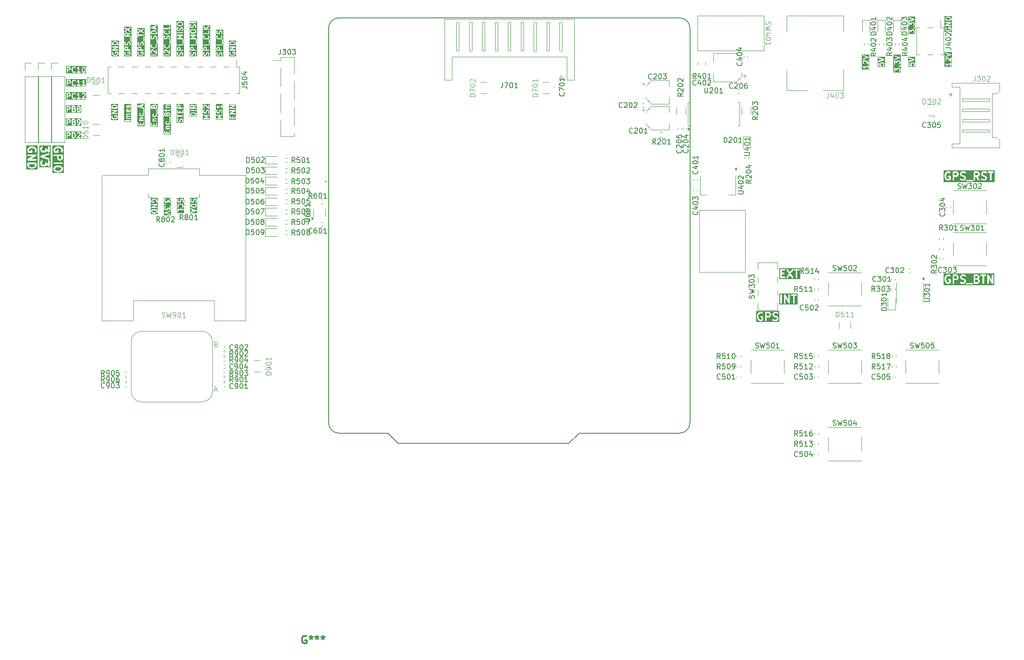
<source format=gbr>
%TF.GenerationSoftware,KiCad,Pcbnew,8.0.4-8.0.4-0~ubuntu22.04.1*%
%TF.CreationDate,2024-08-26T08:57:22+02:00*%
%TF.ProjectId,uC_TP_Boussole_mb,75435f54-505f-4426-9f75-73736f6c655f,rev?*%
%TF.SameCoordinates,Original*%
%TF.FileFunction,Legend,Top*%
%TF.FilePolarity,Positive*%
%FSLAX46Y46*%
G04 Gerber Fmt 4.6, Leading zero omitted, Abs format (unit mm)*
G04 Created by KiCad (PCBNEW 8.0.4-8.0.4-0~ubuntu22.04.1) date 2024-08-26 08:57:22*
%MOMM*%
%LPD*%
G01*
G04 APERTURE LIST*
%ADD10C,0.200000*%
%ADD11C,0.300000*%
%ADD12C,0.150000*%
%ADD13C,0.100000*%
%ADD14C,0.120000*%
%ADD15C,0.127000*%
G04 APERTURE END LIST*
D10*
G36*
X81091554Y-67451859D02*
G01*
X81116223Y-67476527D01*
X81146028Y-67536137D01*
X81146028Y-67793482D01*
X80822219Y-67793482D01*
X80822219Y-67536137D01*
X80852024Y-67476527D01*
X80876692Y-67451858D01*
X80936302Y-67422054D01*
X81031945Y-67422054D01*
X81091554Y-67451859D01*
G37*
G36*
X81933330Y-70771260D02*
G01*
X80511108Y-70771260D01*
X80511108Y-70131578D01*
X80622219Y-70131578D01*
X80622219Y-70369673D01*
X80624140Y-70389182D01*
X80625515Y-70392502D01*
X80625770Y-70396086D01*
X80632776Y-70414394D01*
X80680395Y-70509632D01*
X80685680Y-70518028D01*
X80686691Y-70520468D01*
X80688944Y-70523214D01*
X80690838Y-70526222D01*
X80692832Y-70527951D01*
X80699127Y-70535622D01*
X80746746Y-70583240D01*
X80754412Y-70589532D01*
X80756145Y-70591530D01*
X80759153Y-70593423D01*
X80761899Y-70595677D01*
X80764339Y-70596687D01*
X80772736Y-70601973D01*
X80867973Y-70649592D01*
X80886282Y-70656598D01*
X80889865Y-70656852D01*
X80893186Y-70658228D01*
X80912695Y-70660149D01*
X81007933Y-70660149D01*
X81027442Y-70658228D01*
X81030762Y-70656852D01*
X81034346Y-70656598D01*
X81052654Y-70649592D01*
X81147892Y-70601973D01*
X81156288Y-70596687D01*
X81158728Y-70595677D01*
X81161474Y-70593423D01*
X81164482Y-70591530D01*
X81166211Y-70589535D01*
X81173882Y-70583241D01*
X81221500Y-70535622D01*
X81227792Y-70527955D01*
X81229790Y-70526223D01*
X81231683Y-70523214D01*
X81233937Y-70520469D01*
X81234947Y-70518028D01*
X81240233Y-70509632D01*
X81287852Y-70414395D01*
X81288398Y-70412966D01*
X81288828Y-70412387D01*
X81291749Y-70404210D01*
X81294858Y-70396086D01*
X81294909Y-70395365D01*
X81295423Y-70393927D01*
X81340379Y-70214101D01*
X81375833Y-70143194D01*
X81400501Y-70118525D01*
X81460111Y-70088721D01*
X81508135Y-70088721D01*
X81567746Y-70118527D01*
X81592414Y-70143194D01*
X81622219Y-70202804D01*
X81622219Y-70401065D01*
X81579732Y-70528526D01*
X81575385Y-70547642D01*
X81578151Y-70586562D01*
X81595601Y-70621461D01*
X81625077Y-70647026D01*
X81662093Y-70659364D01*
X81701013Y-70656598D01*
X81735912Y-70639148D01*
X81761477Y-70609672D01*
X81769468Y-70591772D01*
X81817087Y-70448915D01*
X81819286Y-70439242D01*
X81820298Y-70436801D01*
X81820646Y-70433263D01*
X81821434Y-70429800D01*
X81821246Y-70427165D01*
X81822219Y-70417292D01*
X81822219Y-70179197D01*
X81820298Y-70159688D01*
X81818922Y-70156367D01*
X81818668Y-70152784D01*
X81811662Y-70134475D01*
X81764043Y-70039238D01*
X81758757Y-70030841D01*
X81757747Y-70028401D01*
X81755493Y-70025655D01*
X81753600Y-70022647D01*
X81751603Y-70020915D01*
X81745310Y-70013247D01*
X81697690Y-69965629D01*
X81690020Y-69959334D01*
X81688291Y-69957340D01*
X81685286Y-69955448D01*
X81682537Y-69953192D01*
X81680093Y-69952180D01*
X81671701Y-69946897D01*
X81576463Y-69899278D01*
X81558155Y-69892272D01*
X81554571Y-69892017D01*
X81551251Y-69890642D01*
X81531742Y-69888721D01*
X81436504Y-69888721D01*
X81416995Y-69890642D01*
X81413674Y-69892017D01*
X81410091Y-69892272D01*
X81391782Y-69899278D01*
X81296545Y-69946897D01*
X81288148Y-69952182D01*
X81285708Y-69953193D01*
X81282962Y-69955446D01*
X81279954Y-69957340D01*
X81278221Y-69959337D01*
X81270555Y-69965630D01*
X81222936Y-70013248D01*
X81216641Y-70020918D01*
X81214647Y-70022648D01*
X81212753Y-70025655D01*
X81210500Y-70028402D01*
X81209489Y-70030841D01*
X81204204Y-70039238D01*
X81156585Y-70134476D01*
X81156039Y-70135902D01*
X81155609Y-70136483D01*
X81152687Y-70144659D01*
X81149579Y-70152784D01*
X81149527Y-70153506D01*
X81149014Y-70154944D01*
X81104057Y-70334768D01*
X81068604Y-70405675D01*
X81043935Y-70430343D01*
X80984326Y-70460149D01*
X80936302Y-70460149D01*
X80876692Y-70430344D01*
X80852024Y-70405675D01*
X80822219Y-70346065D01*
X80822219Y-70147805D01*
X80864706Y-70020344D01*
X80869053Y-70001229D01*
X80866287Y-69962309D01*
X80848837Y-69927410D01*
X80819361Y-69901845D01*
X80782345Y-69889506D01*
X80743425Y-69892273D01*
X80708526Y-69909722D01*
X80682961Y-69939198D01*
X80674970Y-69957099D01*
X80627351Y-70099955D01*
X80625151Y-70109626D01*
X80624140Y-70112069D01*
X80623791Y-70115607D01*
X80623004Y-70119071D01*
X80623191Y-70121704D01*
X80622219Y-70131578D01*
X80511108Y-70131578D01*
X80511108Y-69131578D01*
X80622219Y-69131578D01*
X80622219Y-69703006D01*
X80624140Y-69722515D01*
X80639072Y-69758563D01*
X80666662Y-69786153D01*
X80702710Y-69801085D01*
X80741728Y-69801085D01*
X80777776Y-69786153D01*
X80805366Y-69758563D01*
X80820298Y-69722515D01*
X80822219Y-69703006D01*
X80822219Y-69517292D01*
X81722219Y-69517292D01*
X81741728Y-69515371D01*
X81777776Y-69500439D01*
X81805366Y-69472849D01*
X81820298Y-69436801D01*
X81820298Y-69397783D01*
X81805366Y-69361735D01*
X81777776Y-69334145D01*
X81741728Y-69319213D01*
X81722219Y-69317292D01*
X80822219Y-69317292D01*
X80822219Y-69131578D01*
X80820298Y-69112069D01*
X80805366Y-69076021D01*
X80777776Y-69048431D01*
X80741728Y-69033499D01*
X80702710Y-69033499D01*
X80666662Y-69048431D01*
X80639072Y-69076021D01*
X80624140Y-69112069D01*
X80622219Y-69131578D01*
X80511108Y-69131578D01*
X80511108Y-68322054D01*
X80622219Y-68322054D01*
X80622219Y-68798244D01*
X80624140Y-68817753D01*
X80639072Y-68853801D01*
X80666662Y-68881391D01*
X80702710Y-68896323D01*
X80722219Y-68898244D01*
X81722219Y-68898244D01*
X81741728Y-68896323D01*
X81777776Y-68881391D01*
X81805366Y-68853801D01*
X81820298Y-68817753D01*
X81822219Y-68798244D01*
X81822219Y-68322054D01*
X81820298Y-68302545D01*
X81805366Y-68266497D01*
X81777776Y-68238907D01*
X81741728Y-68223975D01*
X81702710Y-68223975D01*
X81666662Y-68238907D01*
X81639072Y-68266497D01*
X81624140Y-68302545D01*
X81622219Y-68322054D01*
X81622219Y-68698244D01*
X81298409Y-68698244D01*
X81298409Y-68464911D01*
X81296488Y-68445402D01*
X81281556Y-68409354D01*
X81253966Y-68381764D01*
X81217918Y-68366832D01*
X81178900Y-68366832D01*
X81142852Y-68381764D01*
X81115262Y-68409354D01*
X81100330Y-68445402D01*
X81098409Y-68464911D01*
X81098409Y-68698244D01*
X80822219Y-68698244D01*
X80822219Y-68322054D01*
X80820298Y-68302545D01*
X80805366Y-68266497D01*
X80777776Y-68238907D01*
X80741728Y-68223975D01*
X80702710Y-68223975D01*
X80666662Y-68238907D01*
X80639072Y-68266497D01*
X80624140Y-68302545D01*
X80622219Y-68322054D01*
X80511108Y-68322054D01*
X80511108Y-67512530D01*
X80622219Y-67512530D01*
X80622219Y-67893482D01*
X80624140Y-67912991D01*
X80639072Y-67949039D01*
X80666662Y-67976629D01*
X80702710Y-67991561D01*
X80722219Y-67993482D01*
X81722219Y-67993482D01*
X81741728Y-67991561D01*
X81777776Y-67976629D01*
X81805366Y-67949039D01*
X81820298Y-67912991D01*
X81820298Y-67873973D01*
X81805366Y-67837925D01*
X81777776Y-67810335D01*
X81741728Y-67795403D01*
X81722219Y-67793482D01*
X81346028Y-67793482D01*
X81346028Y-67512530D01*
X81344107Y-67493021D01*
X81342731Y-67489700D01*
X81342477Y-67486117D01*
X81335471Y-67467808D01*
X81287852Y-67372571D01*
X81282566Y-67364174D01*
X81281556Y-67361734D01*
X81279302Y-67358988D01*
X81277409Y-67355980D01*
X81275411Y-67354247D01*
X81269119Y-67346581D01*
X81221501Y-67298962D01*
X81213830Y-67292667D01*
X81212101Y-67290673D01*
X81209093Y-67288779D01*
X81206347Y-67286526D01*
X81203907Y-67285515D01*
X81195511Y-67280230D01*
X81100273Y-67232611D01*
X81081965Y-67225605D01*
X81078381Y-67225350D01*
X81075061Y-67223975D01*
X81055552Y-67222054D01*
X80912695Y-67222054D01*
X80893186Y-67223975D01*
X80889865Y-67225350D01*
X80886282Y-67225605D01*
X80867973Y-67232611D01*
X80772736Y-67280230D01*
X80764339Y-67285515D01*
X80761899Y-67286526D01*
X80759153Y-67288779D01*
X80756145Y-67290673D01*
X80754412Y-67292670D01*
X80746746Y-67298963D01*
X80699127Y-67346581D01*
X80692832Y-67354251D01*
X80690838Y-67355981D01*
X80688944Y-67358988D01*
X80686691Y-67361735D01*
X80685680Y-67364174D01*
X80680395Y-67372571D01*
X80632776Y-67467809D01*
X80625770Y-67486117D01*
X80625515Y-67489700D01*
X80624140Y-67493021D01*
X80622219Y-67512530D01*
X80511108Y-67512530D01*
X80511108Y-67110943D01*
X81933330Y-67110943D01*
X81933330Y-70771260D01*
G37*
D11*
G36*
X53131671Y-78958739D02*
G01*
X53079137Y-79116340D01*
X52978531Y-79216946D01*
X52872171Y-79270127D01*
X52620350Y-79333082D01*
X52442992Y-79333082D01*
X52191170Y-79270126D01*
X52084811Y-79216947D01*
X51984204Y-79116340D01*
X51931671Y-78958741D01*
X51931671Y-78775939D01*
X53131671Y-78775939D01*
X53131671Y-78958739D01*
G37*
G36*
X53598338Y-79799749D02*
G01*
X51465004Y-79799749D01*
X51465004Y-78625939D01*
X51631671Y-78625939D01*
X51631671Y-78983082D01*
X51633129Y-78997893D01*
X51632849Y-79001843D01*
X51634030Y-79007037D01*
X51634553Y-79012346D01*
X51636070Y-79016008D01*
X51639369Y-79030516D01*
X51710797Y-79244802D01*
X51722786Y-79271653D01*
X51726316Y-79275723D01*
X51728379Y-79280703D01*
X51747034Y-79303434D01*
X51889891Y-79446291D01*
X51901393Y-79455731D01*
X51903989Y-79458724D01*
X51908498Y-79461562D01*
X51912621Y-79464946D01*
X51916283Y-79466462D01*
X51928875Y-79474389D01*
X52071731Y-79545818D01*
X52073873Y-79546637D01*
X52074743Y-79547282D01*
X52087014Y-79551666D01*
X52099195Y-79556327D01*
X52100275Y-79556403D01*
X52102434Y-79557175D01*
X52388148Y-79628603D01*
X52393219Y-79629352D01*
X52395264Y-79630200D01*
X52406286Y-79631285D01*
X52417237Y-79632905D01*
X52419424Y-79632579D01*
X52424528Y-79633082D01*
X52638814Y-79633082D01*
X52643917Y-79632579D01*
X52646105Y-79632905D01*
X52657055Y-79631285D01*
X52668078Y-79630200D01*
X52670122Y-79629352D01*
X52675194Y-79628603D01*
X52960908Y-79557175D01*
X52963066Y-79556403D01*
X52964147Y-79556327D01*
X52976321Y-79551668D01*
X52988599Y-79547282D01*
X52989469Y-79546637D01*
X52991610Y-79545818D01*
X53134467Y-79474389D01*
X53147060Y-79466461D01*
X53150720Y-79464946D01*
X53154839Y-79461564D01*
X53159353Y-79458724D01*
X53161949Y-79455730D01*
X53173451Y-79446291D01*
X53316308Y-79303434D01*
X53334963Y-79280704D01*
X53337026Y-79275722D01*
X53340556Y-79271653D01*
X53352544Y-79244802D01*
X53423973Y-79030517D01*
X53427272Y-79016007D01*
X53428789Y-79012346D01*
X53429311Y-79007037D01*
X53430493Y-79001843D01*
X53430212Y-78997893D01*
X53431671Y-78983082D01*
X53431671Y-78625939D01*
X53428789Y-78596675D01*
X53406391Y-78542603D01*
X53365007Y-78501219D01*
X53310935Y-78478821D01*
X53281671Y-78475939D01*
X51781671Y-78475939D01*
X51752407Y-78478821D01*
X51698335Y-78501219D01*
X51656951Y-78542603D01*
X51634553Y-78596675D01*
X51631671Y-78625939D01*
X51465004Y-78625939D01*
X51465004Y-77901176D01*
X51632037Y-77901176D01*
X51634553Y-77920967D01*
X51634553Y-77940917D01*
X51638212Y-77949750D01*
X51639418Y-77959236D01*
X51649316Y-77976558D01*
X51656951Y-77994989D01*
X51663711Y-78001749D01*
X51668456Y-78010052D01*
X51684227Y-78022265D01*
X51698335Y-78036373D01*
X51707170Y-78040032D01*
X51714730Y-78045887D01*
X51733974Y-78051135D01*
X51752407Y-78058771D01*
X51767373Y-78060244D01*
X51771194Y-78061287D01*
X51774145Y-78060911D01*
X51781671Y-78061653D01*
X53281671Y-78061653D01*
X53310935Y-78058771D01*
X53365007Y-78036373D01*
X53406391Y-77994989D01*
X53428789Y-77940917D01*
X53428789Y-77882389D01*
X53406391Y-77828317D01*
X53365007Y-77786933D01*
X53310935Y-77764535D01*
X53281671Y-77761653D01*
X52346505Y-77761653D01*
X53356092Y-77184746D01*
X53362259Y-77180368D01*
X53365007Y-77179230D01*
X53367806Y-77176430D01*
X53380070Y-77167725D01*
X53392285Y-77151951D01*
X53406391Y-77137846D01*
X53410049Y-77129012D01*
X53415906Y-77121451D01*
X53421155Y-77102202D01*
X53428789Y-77083774D01*
X53428789Y-77074212D01*
X53431305Y-77064987D01*
X53428789Y-77045195D01*
X53428789Y-77025246D01*
X53425129Y-77016412D01*
X53423924Y-77006927D01*
X53414025Y-76989604D01*
X53406391Y-76971174D01*
X53399630Y-76964413D01*
X53394886Y-76956111D01*
X53379114Y-76943897D01*
X53365007Y-76929790D01*
X53356171Y-76926130D01*
X53348612Y-76920276D01*
X53329367Y-76915027D01*
X53310935Y-76907392D01*
X53295970Y-76905918D01*
X53292149Y-76904876D01*
X53289197Y-76905251D01*
X53281671Y-76904510D01*
X51781671Y-76904510D01*
X51752407Y-76907392D01*
X51698335Y-76929790D01*
X51656951Y-76971174D01*
X51634553Y-77025246D01*
X51634553Y-77083774D01*
X51656951Y-77137846D01*
X51698335Y-77179230D01*
X51752407Y-77201628D01*
X51781671Y-77204510D01*
X52716836Y-77204510D01*
X51707250Y-77781417D01*
X51701082Y-77785794D01*
X51698335Y-77786933D01*
X51695535Y-77789732D01*
X51683272Y-77798438D01*
X51671058Y-77814209D01*
X51656951Y-77828317D01*
X51653291Y-77837152D01*
X51647437Y-77844712D01*
X51642188Y-77863956D01*
X51634553Y-77882389D01*
X51634553Y-77891951D01*
X51632037Y-77901176D01*
X51465004Y-77901176D01*
X51465004Y-75983082D01*
X51631671Y-75983082D01*
X51631671Y-76125939D01*
X51633129Y-76140750D01*
X51632849Y-76144700D01*
X51634030Y-76149894D01*
X51634553Y-76155203D01*
X51636070Y-76158865D01*
X51639369Y-76173373D01*
X51710797Y-76387659D01*
X51722786Y-76414510D01*
X51726316Y-76418580D01*
X51728379Y-76423560D01*
X51747034Y-76446291D01*
X51818462Y-76517719D01*
X51841192Y-76536374D01*
X51863589Y-76545650D01*
X51895264Y-76558771D01*
X51924528Y-76561653D01*
X52424528Y-76561653D01*
X52453792Y-76558771D01*
X52507864Y-76536373D01*
X52549248Y-76494989D01*
X52571646Y-76440917D01*
X52571646Y-76440916D01*
X52574528Y-76411653D01*
X52574528Y-76125939D01*
X52571646Y-76096675D01*
X52549248Y-76042603D01*
X52507864Y-76001219D01*
X52453792Y-75978821D01*
X52395264Y-75978821D01*
X52341192Y-76001219D01*
X52299808Y-76042603D01*
X52277410Y-76096675D01*
X52274528Y-76125939D01*
X52274528Y-76261653D01*
X51986660Y-76261653D01*
X51984204Y-76259197D01*
X51931671Y-76101598D01*
X51931671Y-76007422D01*
X51984204Y-75849823D01*
X52084811Y-75749216D01*
X52191170Y-75696037D01*
X52442992Y-75633082D01*
X52620350Y-75633082D01*
X52872171Y-75696036D01*
X52978531Y-75749217D01*
X53079137Y-75849823D01*
X53131671Y-76007424D01*
X53131671Y-76161957D01*
X53076078Y-76273143D01*
X53065569Y-76300606D01*
X53061420Y-76358986D01*
X53079927Y-76414509D01*
X53118274Y-76458724D01*
X53170623Y-76484898D01*
X53229003Y-76489047D01*
X53284526Y-76470540D01*
X53328741Y-76432193D01*
X53344406Y-76407307D01*
X53415835Y-76264451D01*
X53426344Y-76236987D01*
X53426725Y-76231612D01*
X53428789Y-76226632D01*
X53431671Y-76197368D01*
X53431671Y-75983082D01*
X53430212Y-75968270D01*
X53430493Y-75964321D01*
X53429311Y-75959126D01*
X53428789Y-75953818D01*
X53427272Y-75950156D01*
X53423973Y-75935647D01*
X53352544Y-75721362D01*
X53340556Y-75694511D01*
X53337026Y-75690441D01*
X53334963Y-75685460D01*
X53316308Y-75662730D01*
X53173451Y-75519873D01*
X53161949Y-75510433D01*
X53159353Y-75507440D01*
X53154839Y-75504599D01*
X53150720Y-75501218D01*
X53147060Y-75499702D01*
X53134467Y-75491775D01*
X52991610Y-75420346D01*
X52989469Y-75419526D01*
X52988599Y-75418882D01*
X52976321Y-75414495D01*
X52964147Y-75409837D01*
X52963066Y-75409760D01*
X52960908Y-75408989D01*
X52675194Y-75337561D01*
X52670122Y-75336811D01*
X52668078Y-75335964D01*
X52657055Y-75334878D01*
X52646105Y-75333259D01*
X52643917Y-75333584D01*
X52638814Y-75333082D01*
X52424528Y-75333082D01*
X52419424Y-75333584D01*
X52417237Y-75333259D01*
X52406286Y-75334878D01*
X52395264Y-75335964D01*
X52393219Y-75336811D01*
X52388148Y-75337561D01*
X52102434Y-75408989D01*
X52100275Y-75409760D01*
X52099195Y-75409837D01*
X52087014Y-75414497D01*
X52074743Y-75418882D01*
X52073873Y-75419526D01*
X52071731Y-75420346D01*
X51928875Y-75491775D01*
X51916283Y-75499701D01*
X51912621Y-75501218D01*
X51908498Y-75504601D01*
X51903989Y-75507440D01*
X51901393Y-75510432D01*
X51889891Y-75519873D01*
X51747034Y-75662730D01*
X51728379Y-75685461D01*
X51726316Y-75690440D01*
X51722786Y-75694511D01*
X51710797Y-75721362D01*
X51639369Y-75935648D01*
X51636070Y-75950155D01*
X51634553Y-75953818D01*
X51634030Y-75959126D01*
X51632849Y-75964321D01*
X51633129Y-75968270D01*
X51631671Y-75983082D01*
X51465004Y-75983082D01*
X51465004Y-75166415D01*
X53598338Y-75166415D01*
X53598338Y-79799749D01*
G37*
G36*
X235751371Y-80495535D02*
G01*
X235788375Y-80532539D01*
X235833081Y-80621951D01*
X235833081Y-80765418D01*
X235788374Y-80854831D01*
X235751369Y-80891836D01*
X235661957Y-80936542D01*
X235275938Y-80936542D01*
X235275938Y-80450828D01*
X235661957Y-80450828D01*
X235751371Y-80495535D01*
G37*
G36*
X231679943Y-80495535D02*
G01*
X231716947Y-80532539D01*
X231761653Y-80621951D01*
X231761653Y-80765418D01*
X231716946Y-80854831D01*
X231679941Y-80891836D01*
X231590529Y-80936542D01*
X231204510Y-80936542D01*
X231204510Y-80450828D01*
X231590529Y-80450828D01*
X231679943Y-80495535D01*
G37*
G36*
X239011152Y-82260352D02*
G01*
X229166415Y-82260352D01*
X229166415Y-80943685D01*
X229333082Y-80943685D01*
X229333082Y-81157971D01*
X229333584Y-81163074D01*
X229333259Y-81165262D01*
X229334878Y-81176212D01*
X229335964Y-81187235D01*
X229336811Y-81189279D01*
X229337561Y-81194351D01*
X229408989Y-81480065D01*
X229409760Y-81482223D01*
X229409837Y-81483304D01*
X229414495Y-81495478D01*
X229418882Y-81507756D01*
X229419526Y-81508626D01*
X229420346Y-81510767D01*
X229491775Y-81653624D01*
X229499702Y-81666217D01*
X229501218Y-81669877D01*
X229504599Y-81673996D01*
X229507440Y-81678510D01*
X229510433Y-81681106D01*
X229519873Y-81692608D01*
X229662730Y-81835466D01*
X229685460Y-81854121D01*
X229690439Y-81856183D01*
X229694511Y-81859715D01*
X229721362Y-81871703D01*
X229935648Y-81943131D01*
X229950160Y-81946430D01*
X229953818Y-81947946D01*
X229959120Y-81948468D01*
X229964322Y-81949651D01*
X229968276Y-81949369D01*
X229983082Y-81950828D01*
X230125939Y-81950828D01*
X230140744Y-81949369D01*
X230144699Y-81949651D01*
X230149900Y-81948468D01*
X230155203Y-81947946D01*
X230158860Y-81946430D01*
X230173373Y-81943131D01*
X230387659Y-81871703D01*
X230414510Y-81859715D01*
X230418583Y-81856181D01*
X230423561Y-81854120D01*
X230446292Y-81835465D01*
X230517720Y-81764036D01*
X230536374Y-81741306D01*
X230556545Y-81692608D01*
X230558771Y-81687235D01*
X230561653Y-81657971D01*
X230561653Y-81157971D01*
X230558771Y-81128707D01*
X230536373Y-81074635D01*
X230494989Y-81033251D01*
X230440917Y-81010853D01*
X230411653Y-81007971D01*
X230125939Y-81007971D01*
X230096675Y-81010853D01*
X230042603Y-81033251D01*
X230001219Y-81074635D01*
X229978821Y-81128707D01*
X229978821Y-81187235D01*
X230001219Y-81241307D01*
X230042603Y-81282691D01*
X230096675Y-81305089D01*
X230125939Y-81307971D01*
X230261653Y-81307971D01*
X230261653Y-81595839D01*
X230259198Y-81598294D01*
X230101596Y-81650828D01*
X230007425Y-81650828D01*
X229849822Y-81598294D01*
X229749217Y-81497688D01*
X229696036Y-81391328D01*
X229633082Y-81139507D01*
X229633082Y-80962148D01*
X229696036Y-80710327D01*
X229749217Y-80603967D01*
X229849823Y-80503361D01*
X230007425Y-80450828D01*
X230161958Y-80450828D01*
X230273142Y-80506421D01*
X230300606Y-80516930D01*
X230358986Y-80521079D01*
X230414508Y-80502572D01*
X230458724Y-80464225D01*
X230484898Y-80411876D01*
X230489047Y-80353496D01*
X230471491Y-80300828D01*
X230904510Y-80300828D01*
X230904510Y-81800828D01*
X230907392Y-81830092D01*
X230929790Y-81884164D01*
X230971174Y-81925548D01*
X231025246Y-81947946D01*
X231083774Y-81947946D01*
X231137846Y-81925548D01*
X231179230Y-81884164D01*
X231201628Y-81830092D01*
X231204510Y-81800828D01*
X231204510Y-81236542D01*
X231625939Y-81236542D01*
X231655203Y-81233660D01*
X231660181Y-81231597D01*
X231665557Y-81231216D01*
X231693021Y-81220706D01*
X231835878Y-81149278D01*
X231848471Y-81141350D01*
X231852131Y-81139835D01*
X231856250Y-81136453D01*
X231860764Y-81133613D01*
X231863360Y-81130619D01*
X231874862Y-81121180D01*
X231946291Y-81049751D01*
X231955732Y-81038246D01*
X231958724Y-81035652D01*
X231961562Y-81031142D01*
X231964946Y-81027020D01*
X231966462Y-81023358D01*
X231974389Y-81010767D01*
X232045817Y-80867909D01*
X232056327Y-80840446D01*
X232056708Y-80835070D01*
X232058771Y-80830092D01*
X232061653Y-80800828D01*
X232061653Y-80586542D01*
X232333082Y-80586542D01*
X232333082Y-80729400D01*
X232335964Y-80758664D01*
X232338026Y-80763642D01*
X232338408Y-80769018D01*
X232348918Y-80796482D01*
X232420346Y-80939339D01*
X232428274Y-80951934D01*
X232429790Y-80955593D01*
X232433169Y-80959710D01*
X232436011Y-80964225D01*
X232439005Y-80966821D01*
X232448445Y-80978324D01*
X232519874Y-81049752D01*
X232531374Y-81059190D01*
X232533971Y-81062184D01*
X232538483Y-81065024D01*
X232542604Y-81068406D01*
X232546263Y-81069921D01*
X232558857Y-81077849D01*
X232701713Y-81149278D01*
X232703855Y-81150097D01*
X232704725Y-81150742D01*
X232716996Y-81155126D01*
X232729177Y-81159787D01*
X232730257Y-81159863D01*
X232732416Y-81160635D01*
X233002154Y-81228069D01*
X233108513Y-81281248D01*
X233145517Y-81318253D01*
X233190225Y-81407667D01*
X233190225Y-81479703D01*
X233145517Y-81569117D01*
X233108514Y-81606121D01*
X233019101Y-81650828D01*
X232721711Y-81650828D01*
X232530516Y-81587097D01*
X232501842Y-81580577D01*
X232443462Y-81584727D01*
X232391115Y-81610901D01*
X232352767Y-81655115D01*
X232334259Y-81710640D01*
X232338409Y-81769020D01*
X232364583Y-81821367D01*
X232408797Y-81859715D01*
X232435648Y-81871703D01*
X232649934Y-81943131D01*
X232664446Y-81946430D01*
X232668104Y-81947946D01*
X232673406Y-81948468D01*
X232678608Y-81949651D01*
X232682562Y-81949369D01*
X232697368Y-81950828D01*
X233054510Y-81950828D01*
X233083774Y-81947946D01*
X233088752Y-81945883D01*
X233094128Y-81945502D01*
X233121591Y-81934992D01*
X233162734Y-81914421D01*
X233478821Y-81914421D01*
X233478821Y-81972949D01*
X233501219Y-82027021D01*
X233542603Y-82068405D01*
X233596675Y-82090803D01*
X233625939Y-82093685D01*
X234768796Y-82093685D01*
X234798060Y-82090803D01*
X234852132Y-82068405D01*
X234893516Y-82027021D01*
X234915914Y-81972949D01*
X234915914Y-81914421D01*
X234893516Y-81860349D01*
X234852132Y-81818965D01*
X234798060Y-81796567D01*
X234768796Y-81793685D01*
X233625939Y-81793685D01*
X233596675Y-81796567D01*
X233542603Y-81818965D01*
X233501219Y-81860349D01*
X233478821Y-81914421D01*
X233162734Y-81914421D01*
X233264450Y-81863564D01*
X233277044Y-81855635D01*
X233280704Y-81854120D01*
X233284824Y-81850738D01*
X233289335Y-81847899D01*
X233291929Y-81844907D01*
X233303435Y-81835465D01*
X233374863Y-81764036D01*
X233384301Y-81752535D01*
X233387295Y-81749939D01*
X233390135Y-81745426D01*
X233393517Y-81741306D01*
X233395032Y-81737646D01*
X233402960Y-81725053D01*
X233474389Y-81582197D01*
X233484898Y-81554733D01*
X233485279Y-81549358D01*
X233487343Y-81544378D01*
X233490225Y-81515114D01*
X233490225Y-81372257D01*
X233487343Y-81342993D01*
X233485279Y-81338012D01*
X233484898Y-81332638D01*
X233474389Y-81305174D01*
X233402960Y-81162318D01*
X233395032Y-81149724D01*
X233393517Y-81146065D01*
X233390135Y-81141944D01*
X233387295Y-81137432D01*
X233384301Y-81134835D01*
X233374863Y-81123335D01*
X233303435Y-81051906D01*
X233291932Y-81042466D01*
X233289336Y-81039472D01*
X233284821Y-81036630D01*
X233280704Y-81033251D01*
X233277045Y-81031735D01*
X233264450Y-81023807D01*
X233121592Y-80952378D01*
X233119451Y-80951558D01*
X233118581Y-80950914D01*
X233106325Y-80946535D01*
X233094129Y-80941868D01*
X233093045Y-80941791D01*
X233090890Y-80941021D01*
X232821152Y-80873586D01*
X232714792Y-80820406D01*
X232677787Y-80783401D01*
X232633082Y-80693990D01*
X232633082Y-80621951D01*
X232677787Y-80532540D01*
X232714792Y-80495535D01*
X232804206Y-80450828D01*
X233101599Y-80450828D01*
X233292790Y-80514559D01*
X233321464Y-80521079D01*
X233379844Y-80516930D01*
X233432191Y-80490756D01*
X233470539Y-80446542D01*
X233489047Y-80391018D01*
X233484898Y-80332638D01*
X233468993Y-80300828D01*
X234975938Y-80300828D01*
X234975938Y-81800828D01*
X234978820Y-81830092D01*
X235001218Y-81884164D01*
X235042602Y-81925548D01*
X235096674Y-81947946D01*
X235155202Y-81947946D01*
X235209274Y-81925548D01*
X235250658Y-81884164D01*
X235273056Y-81830092D01*
X235275938Y-81800828D01*
X235275938Y-81236542D01*
X235404983Y-81236542D01*
X235860196Y-81886847D01*
X235879339Y-81909169D01*
X235928696Y-81940622D01*
X235986332Y-81950793D01*
X236043474Y-81938134D01*
X236091422Y-81904570D01*
X236122875Y-81855213D01*
X236133046Y-81797577D01*
X236120387Y-81740435D01*
X236105966Y-81714809D01*
X235761014Y-81222020D01*
X235764449Y-81220706D01*
X235907306Y-81149278D01*
X235919899Y-81141350D01*
X235923559Y-81139835D01*
X235927678Y-81136453D01*
X235932192Y-81133613D01*
X235934788Y-81130619D01*
X235946290Y-81121180D01*
X236017719Y-81049751D01*
X236027160Y-81038246D01*
X236030152Y-81035652D01*
X236032990Y-81031142D01*
X236036374Y-81027020D01*
X236037890Y-81023358D01*
X236045817Y-81010767D01*
X236117245Y-80867909D01*
X236127755Y-80840446D01*
X236128136Y-80835070D01*
X236130199Y-80830092D01*
X236133081Y-80800828D01*
X236133081Y-80586542D01*
X236404510Y-80586542D01*
X236404510Y-80729400D01*
X236407392Y-80758664D01*
X236409454Y-80763642D01*
X236409836Y-80769018D01*
X236420346Y-80796482D01*
X236491774Y-80939339D01*
X236499702Y-80951934D01*
X236501218Y-80955593D01*
X236504597Y-80959710D01*
X236507439Y-80964225D01*
X236510433Y-80966821D01*
X236519873Y-80978324D01*
X236591302Y-81049752D01*
X236602802Y-81059190D01*
X236605399Y-81062184D01*
X236609911Y-81065024D01*
X236614032Y-81068406D01*
X236617691Y-81069921D01*
X236630285Y-81077849D01*
X236773141Y-81149278D01*
X236775283Y-81150097D01*
X236776153Y-81150742D01*
X236788424Y-81155126D01*
X236800605Y-81159787D01*
X236801685Y-81159863D01*
X236803844Y-81160635D01*
X237073582Y-81228069D01*
X237179941Y-81281248D01*
X237216945Y-81318253D01*
X237261653Y-81407667D01*
X237261653Y-81479703D01*
X237216945Y-81569117D01*
X237179942Y-81606121D01*
X237090529Y-81650828D01*
X236793139Y-81650828D01*
X236601944Y-81587097D01*
X236573270Y-81580577D01*
X236514890Y-81584727D01*
X236462543Y-81610901D01*
X236424195Y-81655115D01*
X236405687Y-81710640D01*
X236409837Y-81769020D01*
X236436011Y-81821367D01*
X236480225Y-81859715D01*
X236507076Y-81871703D01*
X236721362Y-81943131D01*
X236735874Y-81946430D01*
X236739532Y-81947946D01*
X236744834Y-81948468D01*
X236750036Y-81949651D01*
X236753990Y-81949369D01*
X236768796Y-81950828D01*
X237125938Y-81950828D01*
X237155202Y-81947946D01*
X237160180Y-81945883D01*
X237165556Y-81945502D01*
X237193019Y-81934992D01*
X237335878Y-81863564D01*
X237348472Y-81855635D01*
X237352132Y-81854120D01*
X237356252Y-81850738D01*
X237360763Y-81847899D01*
X237363357Y-81844907D01*
X237374863Y-81835465D01*
X237446291Y-81764036D01*
X237455729Y-81752535D01*
X237458723Y-81749939D01*
X237461563Y-81745426D01*
X237464945Y-81741306D01*
X237466460Y-81737646D01*
X237474388Y-81725053D01*
X237545817Y-81582197D01*
X237556326Y-81554733D01*
X237556707Y-81549358D01*
X237558771Y-81544378D01*
X237561653Y-81515114D01*
X237561653Y-81372257D01*
X237558771Y-81342993D01*
X237556707Y-81338012D01*
X237556326Y-81332638D01*
X237545817Y-81305174D01*
X237474388Y-81162318D01*
X237466460Y-81149724D01*
X237464945Y-81146065D01*
X237461563Y-81141944D01*
X237458723Y-81137432D01*
X237455729Y-81134835D01*
X237446291Y-81123335D01*
X237374863Y-81051906D01*
X237363360Y-81042466D01*
X237360764Y-81039472D01*
X237356249Y-81036630D01*
X237352132Y-81033251D01*
X237348473Y-81031735D01*
X237335878Y-81023807D01*
X237193020Y-80952378D01*
X237190879Y-80951558D01*
X237190009Y-80950914D01*
X237177753Y-80946535D01*
X237165557Y-80941868D01*
X237164473Y-80941791D01*
X237162318Y-80941021D01*
X236892580Y-80873586D01*
X236786220Y-80820406D01*
X236749215Y-80783401D01*
X236704510Y-80693990D01*
X236704510Y-80621951D01*
X236749215Y-80532540D01*
X236786220Y-80495535D01*
X236875634Y-80450828D01*
X237173027Y-80450828D01*
X237364218Y-80514559D01*
X237392892Y-80521079D01*
X237451272Y-80516930D01*
X237503619Y-80490756D01*
X237541967Y-80446542D01*
X237560475Y-80391018D01*
X237556326Y-80332638D01*
X237530152Y-80280290D01*
X237520091Y-80271564D01*
X237693106Y-80271564D01*
X237693106Y-80330092D01*
X237715504Y-80384164D01*
X237756888Y-80425548D01*
X237810960Y-80447946D01*
X237840224Y-80450828D01*
X238118795Y-80450828D01*
X238118795Y-81800828D01*
X238121677Y-81830092D01*
X238144075Y-81884164D01*
X238185459Y-81925548D01*
X238239531Y-81947946D01*
X238298059Y-81947946D01*
X238352131Y-81925548D01*
X238393515Y-81884164D01*
X238415913Y-81830092D01*
X238418795Y-81800828D01*
X238418795Y-80450828D01*
X238697367Y-80450828D01*
X238726631Y-80447946D01*
X238780703Y-80425548D01*
X238822087Y-80384164D01*
X238844485Y-80330092D01*
X238844485Y-80271564D01*
X238822087Y-80217492D01*
X238780703Y-80176108D01*
X238726631Y-80153710D01*
X238697367Y-80150828D01*
X237840224Y-80150828D01*
X237810960Y-80153710D01*
X237756888Y-80176108D01*
X237715504Y-80217492D01*
X237693106Y-80271564D01*
X237520091Y-80271564D01*
X237485938Y-80241943D01*
X237459087Y-80229954D01*
X237244801Y-80158526D01*
X237230293Y-80155227D01*
X237226631Y-80153710D01*
X237221322Y-80153187D01*
X237216128Y-80152006D01*
X237212178Y-80152286D01*
X237197367Y-80150828D01*
X236840224Y-80150828D01*
X236810960Y-80153710D01*
X236805979Y-80155773D01*
X236800605Y-80156155D01*
X236773141Y-80166664D01*
X236630285Y-80238093D01*
X236617691Y-80246020D01*
X236614032Y-80247536D01*
X236609911Y-80250917D01*
X236605399Y-80253758D01*
X236602802Y-80256751D01*
X236591302Y-80266190D01*
X236519873Y-80337618D01*
X236510433Y-80349120D01*
X236507439Y-80351717D01*
X236504597Y-80356231D01*
X236501218Y-80360349D01*
X236499702Y-80364007D01*
X236491774Y-80376603D01*
X236420346Y-80519460D01*
X236409836Y-80546924D01*
X236409454Y-80552299D01*
X236407392Y-80557278D01*
X236404510Y-80586542D01*
X236133081Y-80586542D01*
X236130199Y-80557278D01*
X236128136Y-80552299D01*
X236127755Y-80546924D01*
X236117245Y-80519461D01*
X236045817Y-80376603D01*
X236037888Y-80364008D01*
X236036373Y-80360349D01*
X236032991Y-80356228D01*
X236030152Y-80351718D01*
X236027160Y-80349123D01*
X236017718Y-80337618D01*
X235946289Y-80266190D01*
X235934789Y-80256752D01*
X235932192Y-80253758D01*
X235927675Y-80250915D01*
X235923558Y-80247536D01*
X235919901Y-80246021D01*
X235907306Y-80238093D01*
X235764449Y-80166664D01*
X235736986Y-80156155D01*
X235731611Y-80155773D01*
X235726631Y-80153710D01*
X235697367Y-80150828D01*
X235125938Y-80150828D01*
X235096674Y-80153710D01*
X235042602Y-80176108D01*
X235001218Y-80217492D01*
X234978820Y-80271564D01*
X234975938Y-80300828D01*
X233468993Y-80300828D01*
X233458724Y-80280290D01*
X233414510Y-80241943D01*
X233387659Y-80229954D01*
X233173373Y-80158526D01*
X233158865Y-80155227D01*
X233155203Y-80153710D01*
X233149894Y-80153187D01*
X233144700Y-80152006D01*
X233140750Y-80152286D01*
X233125939Y-80150828D01*
X232768796Y-80150828D01*
X232739532Y-80153710D01*
X232734551Y-80155773D01*
X232729177Y-80156155D01*
X232701713Y-80166664D01*
X232558857Y-80238093D01*
X232546263Y-80246020D01*
X232542604Y-80247536D01*
X232538483Y-80250917D01*
X232533971Y-80253758D01*
X232531374Y-80256751D01*
X232519874Y-80266190D01*
X232448445Y-80337618D01*
X232439005Y-80349120D01*
X232436011Y-80351717D01*
X232433169Y-80356231D01*
X232429790Y-80360349D01*
X232428274Y-80364007D01*
X232420346Y-80376603D01*
X232348918Y-80519460D01*
X232338408Y-80546924D01*
X232338026Y-80552299D01*
X232335964Y-80557278D01*
X232333082Y-80586542D01*
X232061653Y-80586542D01*
X232058771Y-80557278D01*
X232056708Y-80552299D01*
X232056327Y-80546924D01*
X232045817Y-80519461D01*
X231974389Y-80376603D01*
X231966460Y-80364008D01*
X231964945Y-80360349D01*
X231961563Y-80356228D01*
X231958724Y-80351718D01*
X231955732Y-80349123D01*
X231946290Y-80337618D01*
X231874861Y-80266190D01*
X231863361Y-80256752D01*
X231860764Y-80253758D01*
X231856247Y-80250915D01*
X231852130Y-80247536D01*
X231848473Y-80246021D01*
X231835878Y-80238093D01*
X231693021Y-80166664D01*
X231665558Y-80156155D01*
X231660183Y-80155773D01*
X231655203Y-80153710D01*
X231625939Y-80150828D01*
X231054510Y-80150828D01*
X231025246Y-80153710D01*
X230971174Y-80176108D01*
X230929790Y-80217492D01*
X230907392Y-80271564D01*
X230904510Y-80300828D01*
X230471491Y-80300828D01*
X230470539Y-80297973D01*
X230432193Y-80253758D01*
X230407307Y-80238093D01*
X230264450Y-80166664D01*
X230236987Y-80156155D01*
X230231612Y-80155773D01*
X230226632Y-80153710D01*
X230197368Y-80150828D01*
X229983082Y-80150828D01*
X229968270Y-80152286D01*
X229964321Y-80152006D01*
X229959126Y-80153187D01*
X229953818Y-80153710D01*
X229950156Y-80155226D01*
X229935647Y-80158526D01*
X229721362Y-80229955D01*
X229694511Y-80241943D01*
X229690441Y-80245472D01*
X229685460Y-80247536D01*
X229662730Y-80266191D01*
X229519873Y-80409048D01*
X229510433Y-80420549D01*
X229507440Y-80423146D01*
X229504599Y-80427659D01*
X229501218Y-80431779D01*
X229499702Y-80435438D01*
X229491775Y-80448032D01*
X229420346Y-80590889D01*
X229419526Y-80593029D01*
X229418882Y-80593900D01*
X229414495Y-80606177D01*
X229409837Y-80618352D01*
X229409760Y-80619432D01*
X229408989Y-80621591D01*
X229337561Y-80907305D01*
X229336811Y-80912376D01*
X229335964Y-80914421D01*
X229334878Y-80925443D01*
X229333259Y-80936394D01*
X229333584Y-80938581D01*
X229333082Y-80943685D01*
X229166415Y-80943685D01*
X229166415Y-79984161D01*
X239011152Y-79984161D01*
X239011152Y-82260352D01*
G37*
D10*
G36*
X92093330Y-70104593D02*
G01*
X90671108Y-70104593D01*
X90671108Y-69417292D01*
X90782219Y-69417292D01*
X90782219Y-69893482D01*
X90784140Y-69912991D01*
X90799072Y-69949039D01*
X90826662Y-69976629D01*
X90862710Y-69991561D01*
X90882219Y-69993482D01*
X91882219Y-69993482D01*
X91901728Y-69991561D01*
X91937776Y-69976629D01*
X91965366Y-69949039D01*
X91980298Y-69912991D01*
X91982219Y-69893482D01*
X91982219Y-69417292D01*
X91980298Y-69397783D01*
X91965366Y-69361735D01*
X91937776Y-69334145D01*
X91901728Y-69319213D01*
X91862710Y-69319213D01*
X91826662Y-69334145D01*
X91799072Y-69361735D01*
X91784140Y-69397783D01*
X91782219Y-69417292D01*
X91782219Y-69793482D01*
X91458409Y-69793482D01*
X91458409Y-69560149D01*
X91456488Y-69540640D01*
X91441556Y-69504592D01*
X91413966Y-69477002D01*
X91377918Y-69462070D01*
X91338900Y-69462070D01*
X91302852Y-69477002D01*
X91275262Y-69504592D01*
X91260330Y-69540640D01*
X91258409Y-69560149D01*
X91258409Y-69793482D01*
X90982219Y-69793482D01*
X90982219Y-69417292D01*
X90980298Y-69397783D01*
X90965366Y-69361735D01*
X90937776Y-69334145D01*
X90901728Y-69319213D01*
X90862710Y-69319213D01*
X90826662Y-69334145D01*
X90799072Y-69361735D01*
X90784140Y-69397783D01*
X90782219Y-69417292D01*
X90671108Y-69417292D01*
X90671108Y-68981735D01*
X90782463Y-68981735D01*
X90784140Y-68994928D01*
X90784140Y-69008229D01*
X90786579Y-69014117D01*
X90787383Y-69020442D01*
X90793983Y-69031991D01*
X90799072Y-69044277D01*
X90803579Y-69048784D01*
X90806742Y-69054319D01*
X90817256Y-69062461D01*
X90826662Y-69071867D01*
X90832552Y-69074306D01*
X90837591Y-69078209D01*
X90850419Y-69081707D01*
X90862710Y-69086799D01*
X90872687Y-69087781D01*
X90875234Y-69088476D01*
X90877201Y-69088225D01*
X90882219Y-69088720D01*
X91882219Y-69088720D01*
X91901728Y-69086799D01*
X91937776Y-69071867D01*
X91965366Y-69044277D01*
X91980298Y-69008229D01*
X91980298Y-68969211D01*
X91965366Y-68933163D01*
X91937776Y-68905573D01*
X91901728Y-68890641D01*
X91882219Y-68888720D01*
X91258775Y-68888720D01*
X91931833Y-68504116D01*
X91935943Y-68501197D01*
X91937776Y-68500439D01*
X91939642Y-68498572D01*
X91947818Y-68492769D01*
X91955962Y-68482252D01*
X91965366Y-68472849D01*
X91967804Y-68466961D01*
X91971709Y-68461920D01*
X91975208Y-68449087D01*
X91980298Y-68436801D01*
X91980298Y-68430425D01*
X91981975Y-68424276D01*
X91980298Y-68411082D01*
X91980298Y-68397783D01*
X91977858Y-68391894D01*
X91977055Y-68385570D01*
X91970454Y-68374020D01*
X91965366Y-68361735D01*
X91960858Y-68357227D01*
X91957696Y-68351693D01*
X91947179Y-68343548D01*
X91937776Y-68334145D01*
X91931888Y-68331706D01*
X91926847Y-68327802D01*
X91914014Y-68324302D01*
X91901728Y-68319213D01*
X91891750Y-68318230D01*
X91889204Y-68317536D01*
X91887236Y-68317786D01*
X91882219Y-68317292D01*
X90882219Y-68317292D01*
X90862710Y-68319213D01*
X90826662Y-68334145D01*
X90799072Y-68361735D01*
X90784140Y-68397783D01*
X90784140Y-68436801D01*
X90799072Y-68472849D01*
X90826662Y-68500439D01*
X90862710Y-68515371D01*
X90882219Y-68517292D01*
X91505663Y-68517292D01*
X90832605Y-68901896D01*
X90828494Y-68904814D01*
X90826662Y-68905573D01*
X90824795Y-68907439D01*
X90816620Y-68913243D01*
X90808477Y-68923757D01*
X90799072Y-68933163D01*
X90796632Y-68939053D01*
X90792730Y-68944092D01*
X90789231Y-68956920D01*
X90784140Y-68969211D01*
X90784140Y-68975586D01*
X90782463Y-68981735D01*
X90671108Y-68981735D01*
X90671108Y-67934116D01*
X90782463Y-67934116D01*
X90784140Y-67947309D01*
X90784140Y-67960610D01*
X90786579Y-67966498D01*
X90787383Y-67972823D01*
X90793983Y-67984372D01*
X90799072Y-67996658D01*
X90803579Y-68001165D01*
X90806742Y-68006700D01*
X90817256Y-68014842D01*
X90826662Y-68024248D01*
X90832552Y-68026687D01*
X90837591Y-68030590D01*
X90850419Y-68034088D01*
X90862710Y-68039180D01*
X90872687Y-68040162D01*
X90875234Y-68040857D01*
X90877201Y-68040606D01*
X90882219Y-68041101D01*
X91882219Y-68041101D01*
X91901728Y-68039180D01*
X91937776Y-68024248D01*
X91965366Y-67996658D01*
X91980298Y-67960610D01*
X91980298Y-67921592D01*
X91965366Y-67885544D01*
X91937776Y-67857954D01*
X91901728Y-67843022D01*
X91882219Y-67841101D01*
X91258775Y-67841101D01*
X91931833Y-67456497D01*
X91935943Y-67453578D01*
X91937776Y-67452820D01*
X91939642Y-67450953D01*
X91947818Y-67445150D01*
X91955962Y-67434633D01*
X91965366Y-67425230D01*
X91967804Y-67419342D01*
X91971709Y-67414301D01*
X91975208Y-67401468D01*
X91980298Y-67389182D01*
X91980298Y-67382806D01*
X91981975Y-67376657D01*
X91980298Y-67363463D01*
X91980298Y-67350164D01*
X91977858Y-67344275D01*
X91977055Y-67337951D01*
X91970454Y-67326401D01*
X91965366Y-67314116D01*
X91960858Y-67309608D01*
X91957696Y-67304074D01*
X91947179Y-67295929D01*
X91937776Y-67286526D01*
X91931888Y-67284087D01*
X91926847Y-67280183D01*
X91914014Y-67276683D01*
X91901728Y-67271594D01*
X91891750Y-67270611D01*
X91889204Y-67269917D01*
X91887236Y-67270167D01*
X91882219Y-67269673D01*
X90882219Y-67269673D01*
X90862710Y-67271594D01*
X90826662Y-67286526D01*
X90799072Y-67314116D01*
X90784140Y-67350164D01*
X90784140Y-67389182D01*
X90799072Y-67425230D01*
X90826662Y-67452820D01*
X90862710Y-67467752D01*
X90882219Y-67469673D01*
X91505663Y-67469673D01*
X90832605Y-67854277D01*
X90828494Y-67857195D01*
X90826662Y-67857954D01*
X90824795Y-67859820D01*
X90816620Y-67865624D01*
X90808477Y-67876138D01*
X90799072Y-67885544D01*
X90796632Y-67891434D01*
X90792730Y-67896473D01*
X90789231Y-67909301D01*
X90784140Y-67921592D01*
X90784140Y-67927967D01*
X90782463Y-67934116D01*
X90671108Y-67934116D01*
X90671108Y-67158562D01*
X92093330Y-67158562D01*
X92093330Y-70104593D01*
G37*
G36*
X73716504Y-67659501D02*
G01*
X73418446Y-67560149D01*
X73716504Y-67460796D01*
X73716504Y-67659501D01*
G37*
G36*
X74408568Y-71390308D02*
G01*
X72891108Y-71390308D01*
X72891108Y-70703007D01*
X73002219Y-70703007D01*
X73002219Y-71179197D01*
X73004140Y-71198706D01*
X73019072Y-71234754D01*
X73046662Y-71262344D01*
X73082710Y-71277276D01*
X73102219Y-71279197D01*
X74102219Y-71279197D01*
X74121728Y-71277276D01*
X74157776Y-71262344D01*
X74185366Y-71234754D01*
X74200298Y-71198706D01*
X74202219Y-71179197D01*
X74202219Y-70703007D01*
X74200298Y-70683498D01*
X74185366Y-70647450D01*
X74157776Y-70619860D01*
X74121728Y-70604928D01*
X74082710Y-70604928D01*
X74046662Y-70619860D01*
X74019072Y-70647450D01*
X74004140Y-70683498D01*
X74002219Y-70703007D01*
X74002219Y-71079197D01*
X73678409Y-71079197D01*
X73678409Y-70845864D01*
X73676488Y-70826355D01*
X73661556Y-70790307D01*
X73633966Y-70762717D01*
X73597918Y-70747785D01*
X73558900Y-70747785D01*
X73522852Y-70762717D01*
X73495262Y-70790307D01*
X73480330Y-70826355D01*
X73478409Y-70845864D01*
X73478409Y-71079197D01*
X73202219Y-71079197D01*
X73202219Y-70703007D01*
X73200298Y-70683498D01*
X73185366Y-70647450D01*
X73157776Y-70619860D01*
X73121728Y-70604928D01*
X73082710Y-70604928D01*
X73046662Y-70619860D01*
X73019072Y-70647450D01*
X73004140Y-70683498D01*
X73002219Y-70703007D01*
X72891108Y-70703007D01*
X72891108Y-69988721D01*
X73335552Y-69988721D01*
X73335552Y-70131578D01*
X73337473Y-70151087D01*
X73338848Y-70154407D01*
X73339103Y-70157991D01*
X73346109Y-70176299D01*
X73362400Y-70208882D01*
X73352405Y-70218878D01*
X73337473Y-70254926D01*
X73337473Y-70293944D01*
X73352405Y-70329992D01*
X73379995Y-70357582D01*
X73416043Y-70372514D01*
X73435552Y-70374435D01*
X74102219Y-70374435D01*
X74121728Y-70372514D01*
X74157776Y-70357582D01*
X74185366Y-70329992D01*
X74200298Y-70293944D01*
X74200298Y-70254926D01*
X74185366Y-70218878D01*
X74157776Y-70191288D01*
X74121728Y-70176356D01*
X74102219Y-70174435D01*
X73572212Y-70174435D01*
X73565357Y-70167580D01*
X73535552Y-70107970D01*
X73535552Y-70012328D01*
X73557707Y-69968018D01*
X73602016Y-69945864D01*
X74102219Y-69945864D01*
X74121728Y-69943943D01*
X74157776Y-69929011D01*
X74185366Y-69901421D01*
X74200298Y-69865373D01*
X74200298Y-69826355D01*
X74185366Y-69790307D01*
X74157776Y-69762717D01*
X74121728Y-69747785D01*
X74102219Y-69745864D01*
X73578409Y-69745864D01*
X73558900Y-69747785D01*
X73555579Y-69749160D01*
X73551996Y-69749415D01*
X73533687Y-69756421D01*
X73438450Y-69804040D01*
X73435186Y-69806094D01*
X73433648Y-69806607D01*
X73431732Y-69808268D01*
X73421859Y-69814483D01*
X73413641Y-69823958D01*
X73404171Y-69832172D01*
X73397957Y-69842043D01*
X73396295Y-69843960D01*
X73395781Y-69845498D01*
X73393728Y-69848762D01*
X73346109Y-69944000D01*
X73339103Y-69962308D01*
X73338848Y-69965891D01*
X73337473Y-69969212D01*
X73335552Y-69988721D01*
X72891108Y-69988721D01*
X72891108Y-69036340D01*
X73335552Y-69036340D01*
X73335552Y-69226816D01*
X73337473Y-69246325D01*
X73338848Y-69249645D01*
X73339103Y-69253229D01*
X73346109Y-69271537D01*
X73393728Y-69366775D01*
X73399013Y-69375171D01*
X73400024Y-69377611D01*
X73402277Y-69380357D01*
X73404171Y-69383365D01*
X73406165Y-69385094D01*
X73412460Y-69392765D01*
X73460079Y-69440383D01*
X73467745Y-69446675D01*
X73469478Y-69448673D01*
X73472486Y-69450566D01*
X73475232Y-69452820D01*
X73477672Y-69453830D01*
X73486069Y-69459116D01*
X73581306Y-69506735D01*
X73599615Y-69513741D01*
X73603198Y-69513995D01*
X73606519Y-69515371D01*
X73626028Y-69517292D01*
X73911742Y-69517292D01*
X73931251Y-69515371D01*
X73934571Y-69513995D01*
X73938155Y-69513741D01*
X73956463Y-69506735D01*
X74051701Y-69459116D01*
X74060093Y-69453832D01*
X74062537Y-69452821D01*
X74065286Y-69450564D01*
X74068291Y-69448673D01*
X74070020Y-69446678D01*
X74077690Y-69440384D01*
X74125310Y-69392766D01*
X74131603Y-69385097D01*
X74133600Y-69383366D01*
X74135493Y-69380357D01*
X74137747Y-69377612D01*
X74138757Y-69375171D01*
X74144043Y-69366775D01*
X74191662Y-69271538D01*
X74198668Y-69253229D01*
X74198922Y-69249645D01*
X74200298Y-69246325D01*
X74202219Y-69226816D01*
X74202219Y-69036340D01*
X74200298Y-69016831D01*
X74198922Y-69013510D01*
X74198668Y-69009927D01*
X74191662Y-68991618D01*
X74144043Y-68896381D01*
X74133600Y-68879790D01*
X74104123Y-68854226D01*
X74067107Y-68841887D01*
X74028187Y-68844653D01*
X73993288Y-68862102D01*
X73967724Y-68891579D01*
X73955385Y-68928595D01*
X73958151Y-68967515D01*
X73965157Y-68985823D01*
X74002219Y-69059947D01*
X74002219Y-69203209D01*
X73972414Y-69262818D01*
X73947746Y-69287485D01*
X73888135Y-69317292D01*
X73649635Y-69317292D01*
X73590025Y-69287487D01*
X73565357Y-69262818D01*
X73535552Y-69203208D01*
X73535552Y-69059947D01*
X73572614Y-68985824D01*
X73579620Y-68967515D01*
X73582386Y-68928595D01*
X73570047Y-68891579D01*
X73544482Y-68862102D01*
X73509584Y-68844653D01*
X73470664Y-68841888D01*
X73433648Y-68854226D01*
X73404171Y-68879791D01*
X73393728Y-68896381D01*
X73346109Y-68991619D01*
X73339103Y-69009927D01*
X73338848Y-69013510D01*
X73337473Y-69016831D01*
X73335552Y-69036340D01*
X72891108Y-69036340D01*
X72891108Y-67547642D01*
X73003004Y-67547642D01*
X73003892Y-67560149D01*
X73003004Y-67572656D01*
X73005263Y-67579434D01*
X73005770Y-67586562D01*
X73011376Y-67597774D01*
X73015342Y-67609672D01*
X73020025Y-67615071D01*
X73023220Y-67621461D01*
X73032691Y-67629676D01*
X73040907Y-67639148D01*
X73047296Y-67642342D01*
X73052696Y-67647026D01*
X73070596Y-67655017D01*
X74070596Y-67988350D01*
X74089711Y-67992697D01*
X74097457Y-67992146D01*
X74097457Y-68750626D01*
X74099378Y-68770135D01*
X74114310Y-68806183D01*
X74141900Y-68833773D01*
X74177948Y-68848705D01*
X74216966Y-68848705D01*
X74253014Y-68833773D01*
X74280604Y-68806183D01*
X74295536Y-68770135D01*
X74297457Y-68750626D01*
X74297457Y-67988721D01*
X74295536Y-67969212D01*
X74280604Y-67933164D01*
X74253014Y-67905574D01*
X74216966Y-67890642D01*
X74200343Y-67890642D01*
X74198667Y-67867069D01*
X74181218Y-67832170D01*
X74151742Y-67806605D01*
X74133841Y-67798614D01*
X73916504Y-67726168D01*
X73916504Y-67394129D01*
X74133841Y-67321684D01*
X74151742Y-67313693D01*
X74181218Y-67288128D01*
X74198667Y-67253229D01*
X74201434Y-67214309D01*
X74189095Y-67177293D01*
X74163530Y-67147817D01*
X74128631Y-67130367D01*
X74089711Y-67127601D01*
X74070596Y-67131948D01*
X73070596Y-67465281D01*
X73052696Y-67473272D01*
X73047296Y-67477955D01*
X73040907Y-67481150D01*
X73032691Y-67490621D01*
X73023220Y-67498837D01*
X73020025Y-67505226D01*
X73015342Y-67510626D01*
X73011376Y-67522523D01*
X73005770Y-67533736D01*
X73005263Y-67540863D01*
X73003004Y-67547642D01*
X72891108Y-67547642D01*
X72891108Y-67016490D01*
X74408568Y-67016490D01*
X74408568Y-71390308D01*
G37*
G36*
X220863330Y-60985379D02*
G01*
X219441108Y-60985379D01*
X219441108Y-60157142D01*
X219552219Y-60157142D01*
X219552219Y-60776189D01*
X219554140Y-60795698D01*
X219569072Y-60831746D01*
X219596662Y-60859336D01*
X219632710Y-60874268D01*
X219671728Y-60874268D01*
X219707776Y-60859336D01*
X219735366Y-60831746D01*
X219750298Y-60795698D01*
X219752219Y-60776189D01*
X219752219Y-60377518D01*
X219967321Y-60565733D01*
X219975754Y-60571762D01*
X219977614Y-60573622D01*
X219979377Y-60574352D01*
X219983268Y-60577134D01*
X219998656Y-60582338D01*
X220013662Y-60588554D01*
X220017036Y-60588554D01*
X220020229Y-60589634D01*
X220036432Y-60588554D01*
X220052680Y-60588554D01*
X220055795Y-60587263D01*
X220059161Y-60587039D01*
X220073726Y-60579836D01*
X220088728Y-60573622D01*
X220091111Y-60571238D01*
X220094136Y-60569743D01*
X220104840Y-60557509D01*
X220116318Y-60546032D01*
X220117607Y-60542918D01*
X220119830Y-60540379D01*
X220125035Y-60524987D01*
X220131250Y-60509984D01*
X220131718Y-60505224D01*
X220132330Y-60503417D01*
X220132155Y-60500792D01*
X220133171Y-60490475D01*
X220133171Y-60371225D01*
X220162976Y-60311615D01*
X220187644Y-60286946D01*
X220247254Y-60257142D01*
X220438135Y-60257142D01*
X220497746Y-60286948D01*
X220522414Y-60311615D01*
X220552219Y-60371225D01*
X220552219Y-60609725D01*
X220522414Y-60669334D01*
X220486270Y-60705478D01*
X220473833Y-60720631D01*
X220458902Y-60756679D01*
X220458901Y-60795697D01*
X220473832Y-60831746D01*
X220501422Y-60859336D01*
X220537470Y-60874267D01*
X220576488Y-60874268D01*
X220612537Y-60859337D01*
X220627690Y-60846900D01*
X220675310Y-60799282D01*
X220681603Y-60791613D01*
X220683600Y-60789882D01*
X220685493Y-60786873D01*
X220687747Y-60784128D01*
X220688757Y-60781687D01*
X220694043Y-60773291D01*
X220741662Y-60678054D01*
X220748668Y-60659745D01*
X220748922Y-60656161D01*
X220750298Y-60652841D01*
X220752219Y-60633332D01*
X220752219Y-60347618D01*
X220750298Y-60328109D01*
X220748922Y-60324788D01*
X220748668Y-60321205D01*
X220741662Y-60302896D01*
X220694043Y-60207659D01*
X220688757Y-60199262D01*
X220687747Y-60196822D01*
X220685493Y-60194076D01*
X220683600Y-60191068D01*
X220681603Y-60189336D01*
X220675310Y-60181668D01*
X220627690Y-60134050D01*
X220620020Y-60127755D01*
X220618291Y-60125761D01*
X220615286Y-60123869D01*
X220612537Y-60121613D01*
X220610093Y-60120601D01*
X220601701Y-60115318D01*
X220506463Y-60067699D01*
X220488155Y-60060693D01*
X220484571Y-60060438D01*
X220481251Y-60059063D01*
X220461742Y-60057142D01*
X220223647Y-60057142D01*
X220204138Y-60059063D01*
X220200817Y-60060438D01*
X220197234Y-60060693D01*
X220178925Y-60067699D01*
X220083688Y-60115318D01*
X220075291Y-60120603D01*
X220072851Y-60121614D01*
X220070105Y-60123867D01*
X220067097Y-60125761D01*
X220065364Y-60127758D01*
X220057698Y-60134051D01*
X220010079Y-60181669D01*
X220003784Y-60189339D01*
X220001790Y-60191069D01*
X219999896Y-60194076D01*
X219997643Y-60196823D01*
X219996632Y-60199262D01*
X219991347Y-60207659D01*
X219951923Y-60286506D01*
X219718069Y-60081884D01*
X219709635Y-60075854D01*
X219707776Y-60073995D01*
X219706012Y-60073264D01*
X219702122Y-60070483D01*
X219686733Y-60065278D01*
X219671728Y-60059063D01*
X219668354Y-60059063D01*
X219665161Y-60057983D01*
X219648958Y-60059063D01*
X219632710Y-60059063D01*
X219629594Y-60060353D01*
X219626229Y-60060578D01*
X219611668Y-60067778D01*
X219596662Y-60073995D01*
X219594277Y-60076379D01*
X219591254Y-60077875D01*
X219580556Y-60090100D01*
X219569072Y-60101585D01*
X219567781Y-60104699D01*
X219565560Y-60107239D01*
X219560355Y-60122627D01*
X219554140Y-60137633D01*
X219553671Y-60142392D01*
X219553060Y-60144200D01*
X219553234Y-60146824D01*
X219552219Y-60157142D01*
X219441108Y-60157142D01*
X219441108Y-59709061D01*
X220458901Y-59709061D01*
X220458901Y-59748079D01*
X220460385Y-59751662D01*
X220473832Y-59784127D01*
X220473833Y-59784128D01*
X220486270Y-59799281D01*
X220533890Y-59846900D01*
X220549043Y-59859337D01*
X220574533Y-59869894D01*
X220585091Y-59874268D01*
X220585092Y-59874268D01*
X220624109Y-59874268D01*
X220645226Y-59865520D01*
X220660158Y-59859336D01*
X220660162Y-59859331D01*
X220675311Y-59846900D01*
X220722929Y-59799281D01*
X220735366Y-59784128D01*
X220746735Y-59756680D01*
X220750298Y-59748079D01*
X220750298Y-59709061D01*
X220735366Y-59673013D01*
X220735366Y-59673012D01*
X220722929Y-59657859D01*
X220675311Y-59610240D01*
X220660162Y-59597808D01*
X220660158Y-59597804D01*
X220645226Y-59591619D01*
X220624109Y-59582872D01*
X220585091Y-59582872D01*
X220574533Y-59587245D01*
X220549043Y-59597803D01*
X220533890Y-59610240D01*
X220486270Y-59657859D01*
X220473833Y-59673012D01*
X220473832Y-59673013D01*
X220463274Y-59698503D01*
X220458901Y-59709061D01*
X219441108Y-59709061D01*
X219441108Y-58728571D01*
X219552219Y-58728571D01*
X219552219Y-59347618D01*
X219554140Y-59367127D01*
X219569072Y-59403175D01*
X219596662Y-59430765D01*
X219632710Y-59445697D01*
X219671728Y-59445697D01*
X219707776Y-59430765D01*
X219735366Y-59403175D01*
X219750298Y-59367127D01*
X219752219Y-59347618D01*
X219752219Y-58948947D01*
X219967321Y-59137162D01*
X219975754Y-59143191D01*
X219977614Y-59145051D01*
X219979377Y-59145781D01*
X219983268Y-59148563D01*
X219998656Y-59153767D01*
X220013662Y-59159983D01*
X220017036Y-59159983D01*
X220020229Y-59161063D01*
X220036432Y-59159983D01*
X220052680Y-59159983D01*
X220055795Y-59158692D01*
X220059161Y-59158468D01*
X220073726Y-59151265D01*
X220088728Y-59145051D01*
X220091111Y-59142667D01*
X220094136Y-59141172D01*
X220104840Y-59128938D01*
X220116318Y-59117461D01*
X220117607Y-59114347D01*
X220119830Y-59111808D01*
X220125035Y-59096416D01*
X220131250Y-59081413D01*
X220131718Y-59076653D01*
X220132330Y-59074846D01*
X220132155Y-59072221D01*
X220133171Y-59061904D01*
X220133171Y-58942654D01*
X220162976Y-58883044D01*
X220187644Y-58858375D01*
X220247254Y-58828571D01*
X220438135Y-58828571D01*
X220497746Y-58858377D01*
X220522414Y-58883044D01*
X220552219Y-58942654D01*
X220552219Y-59181154D01*
X220522414Y-59240763D01*
X220486270Y-59276907D01*
X220473833Y-59292060D01*
X220458902Y-59328108D01*
X220458901Y-59367126D01*
X220473832Y-59403175D01*
X220501422Y-59430765D01*
X220537470Y-59445696D01*
X220576488Y-59445697D01*
X220612537Y-59430766D01*
X220627690Y-59418329D01*
X220675310Y-59370711D01*
X220681603Y-59363042D01*
X220683600Y-59361311D01*
X220685493Y-59358302D01*
X220687747Y-59355557D01*
X220688757Y-59353116D01*
X220694043Y-59344720D01*
X220741662Y-59249483D01*
X220748668Y-59231174D01*
X220748922Y-59227590D01*
X220750298Y-59224270D01*
X220752219Y-59204761D01*
X220752219Y-58919047D01*
X220750298Y-58899538D01*
X220748922Y-58896217D01*
X220748668Y-58892634D01*
X220741662Y-58874325D01*
X220694043Y-58779088D01*
X220688757Y-58770691D01*
X220687747Y-58768251D01*
X220685493Y-58765505D01*
X220683600Y-58762497D01*
X220681603Y-58760765D01*
X220675310Y-58753097D01*
X220627690Y-58705479D01*
X220620020Y-58699184D01*
X220618291Y-58697190D01*
X220615286Y-58695298D01*
X220612537Y-58693042D01*
X220610093Y-58692030D01*
X220601701Y-58686747D01*
X220506463Y-58639128D01*
X220488155Y-58632122D01*
X220484571Y-58631867D01*
X220481251Y-58630492D01*
X220461742Y-58628571D01*
X220223647Y-58628571D01*
X220204138Y-58630492D01*
X220200817Y-58631867D01*
X220197234Y-58632122D01*
X220178925Y-58639128D01*
X220083688Y-58686747D01*
X220075291Y-58692032D01*
X220072851Y-58693043D01*
X220070105Y-58695296D01*
X220067097Y-58697190D01*
X220065364Y-58699187D01*
X220057698Y-58705480D01*
X220010079Y-58753098D01*
X220003784Y-58760768D01*
X220001790Y-58762498D01*
X219999896Y-58765505D01*
X219997643Y-58768252D01*
X219996632Y-58770691D01*
X219991347Y-58779088D01*
X219951923Y-58857935D01*
X219718069Y-58653313D01*
X219709635Y-58647283D01*
X219707776Y-58645424D01*
X219706012Y-58644693D01*
X219702122Y-58641912D01*
X219686733Y-58636707D01*
X219671728Y-58630492D01*
X219668354Y-58630492D01*
X219665161Y-58629412D01*
X219648958Y-58630492D01*
X219632710Y-58630492D01*
X219629594Y-58631782D01*
X219626229Y-58632007D01*
X219611668Y-58639207D01*
X219596662Y-58645424D01*
X219594277Y-58647808D01*
X219591254Y-58649304D01*
X219580556Y-58661529D01*
X219569072Y-58673014D01*
X219567781Y-58676128D01*
X219565560Y-58678668D01*
X219560355Y-58694056D01*
X219554140Y-58709062D01*
X219553671Y-58713821D01*
X219553060Y-58715629D01*
X219553234Y-58718253D01*
X219552219Y-58728571D01*
X219441108Y-58728571D01*
X219441108Y-57763683D01*
X219553004Y-57763683D01*
X219555770Y-57802603D01*
X219573220Y-57837502D01*
X219602696Y-57863067D01*
X219620596Y-57871058D01*
X220335991Y-58109523D01*
X219620596Y-58347988D01*
X219602696Y-58355979D01*
X219573220Y-58381544D01*
X219555770Y-58416443D01*
X219553004Y-58455363D01*
X219565342Y-58492379D01*
X219590907Y-58521855D01*
X219625806Y-58539305D01*
X219664726Y-58542071D01*
X219683842Y-58537724D01*
X220683841Y-58204391D01*
X220701742Y-58196400D01*
X220707143Y-58191715D01*
X220713530Y-58188522D01*
X220721742Y-58179053D01*
X220731218Y-58170835D01*
X220734413Y-58164443D01*
X220739095Y-58159046D01*
X220743061Y-58147148D01*
X220748667Y-58135936D01*
X220749173Y-58128811D01*
X220751434Y-58122030D01*
X220750544Y-58109523D01*
X220751434Y-58097016D01*
X220749173Y-58090234D01*
X220748667Y-58083110D01*
X220743061Y-58071897D01*
X220739095Y-58060000D01*
X220734413Y-58054602D01*
X220731218Y-58048211D01*
X220721742Y-58039992D01*
X220713530Y-58030524D01*
X220707143Y-58027330D01*
X220701742Y-58022646D01*
X220683841Y-58014655D01*
X219683842Y-57681322D01*
X219664726Y-57676975D01*
X219625806Y-57679741D01*
X219590907Y-57697191D01*
X219565342Y-57726667D01*
X219553004Y-57763683D01*
X219441108Y-57763683D01*
X219441108Y-57565864D01*
X220863330Y-57565864D01*
X220863330Y-60985379D01*
G37*
G36*
X89553330Y-70152212D02*
G01*
X88131108Y-70152212D01*
X88131108Y-69289618D01*
X88243378Y-69289618D01*
X88244140Y-69291713D01*
X88244140Y-69293944D01*
X88250784Y-69309985D01*
X88256713Y-69326287D01*
X88258218Y-69327930D01*
X88259072Y-69329992D01*
X88271345Y-69342265D01*
X88283064Y-69355062D01*
X88285708Y-69356628D01*
X88286662Y-69357582D01*
X88288843Y-69358485D01*
X88299930Y-69365053D01*
X88820034Y-69607768D01*
X88299930Y-69850483D01*
X88288843Y-69857050D01*
X88286662Y-69857954D01*
X88285708Y-69858907D01*
X88283064Y-69860474D01*
X88271345Y-69873270D01*
X88259072Y-69885544D01*
X88258218Y-69887605D01*
X88256713Y-69889249D01*
X88250784Y-69905550D01*
X88244140Y-69921592D01*
X88244140Y-69923822D01*
X88243378Y-69925918D01*
X88244140Y-69943257D01*
X88244140Y-69960610D01*
X88244993Y-69962669D01*
X88245091Y-69964898D01*
X88252432Y-69980628D01*
X88259072Y-69996658D01*
X88260648Y-69998234D01*
X88261592Y-70000256D01*
X88274388Y-70011974D01*
X88286662Y-70024248D01*
X88288723Y-70025101D01*
X88290367Y-70026607D01*
X88306668Y-70032535D01*
X88322710Y-70039180D01*
X88325768Y-70039481D01*
X88327036Y-70039942D01*
X88329395Y-70039838D01*
X88342219Y-70041101D01*
X89342219Y-70041101D01*
X89361728Y-70039180D01*
X89397776Y-70024248D01*
X89425366Y-69996658D01*
X89440298Y-69960610D01*
X89440298Y-69921592D01*
X89425366Y-69885544D01*
X89397776Y-69857954D01*
X89361728Y-69843022D01*
X89342219Y-69841101D01*
X88792975Y-69841101D01*
X89098793Y-69698386D01*
X89105934Y-69694155D01*
X89108356Y-69693275D01*
X89110068Y-69691706D01*
X89115659Y-69688395D01*
X89125919Y-69677190D01*
X89137132Y-69666923D01*
X89139011Y-69662895D01*
X89142011Y-69659620D01*
X89147202Y-69645344D01*
X89153632Y-69631566D01*
X89153827Y-69627125D01*
X89155345Y-69622951D01*
X89154677Y-69607768D01*
X89155345Y-69592585D01*
X89153827Y-69588410D01*
X89153632Y-69583970D01*
X89147202Y-69570191D01*
X89142011Y-69555916D01*
X89139011Y-69552640D01*
X89137132Y-69548613D01*
X89125919Y-69538345D01*
X89115659Y-69527141D01*
X89110068Y-69523829D01*
X89108356Y-69522261D01*
X89105934Y-69521380D01*
X89098793Y-69517150D01*
X88792975Y-69374435D01*
X89342219Y-69374435D01*
X89361728Y-69372514D01*
X89397776Y-69357582D01*
X89425366Y-69329992D01*
X89440298Y-69293944D01*
X89440298Y-69254926D01*
X89425366Y-69218878D01*
X89397776Y-69191288D01*
X89361728Y-69176356D01*
X89342219Y-69174435D01*
X88342219Y-69174435D01*
X88329395Y-69175697D01*
X88327036Y-69175594D01*
X88325768Y-69176054D01*
X88322710Y-69176356D01*
X88306668Y-69183000D01*
X88290367Y-69188929D01*
X88288723Y-69190434D01*
X88286662Y-69191288D01*
X88274388Y-69203561D01*
X88261592Y-69215280D01*
X88260648Y-69217301D01*
X88259072Y-69218878D01*
X88252432Y-69234907D01*
X88245091Y-69250638D01*
X88244993Y-69252866D01*
X88244140Y-69254926D01*
X88244140Y-69272278D01*
X88243378Y-69289618D01*
X88131108Y-69289618D01*
X88131108Y-68417292D01*
X88242219Y-68417292D01*
X88242219Y-68655387D01*
X88244140Y-68674896D01*
X88245515Y-68678216D01*
X88245770Y-68681800D01*
X88252776Y-68700108D01*
X88300395Y-68795346D01*
X88305680Y-68803742D01*
X88306691Y-68806182D01*
X88308944Y-68808928D01*
X88310838Y-68811936D01*
X88312832Y-68813665D01*
X88319127Y-68821336D01*
X88366746Y-68868954D01*
X88374412Y-68875246D01*
X88376145Y-68877244D01*
X88379153Y-68879137D01*
X88381899Y-68881391D01*
X88384339Y-68882401D01*
X88392736Y-68887687D01*
X88487973Y-68935306D01*
X88506282Y-68942312D01*
X88509865Y-68942566D01*
X88513186Y-68943942D01*
X88532695Y-68945863D01*
X88627933Y-68945863D01*
X88647442Y-68943942D01*
X88650762Y-68942566D01*
X88654346Y-68942312D01*
X88672654Y-68935306D01*
X88767892Y-68887687D01*
X88776288Y-68882401D01*
X88778728Y-68881391D01*
X88781474Y-68879137D01*
X88784482Y-68877244D01*
X88786211Y-68875249D01*
X88793882Y-68868955D01*
X88841500Y-68821336D01*
X88847792Y-68813669D01*
X88849790Y-68811937D01*
X88851683Y-68808928D01*
X88853937Y-68806183D01*
X88854947Y-68803742D01*
X88860233Y-68795346D01*
X88907852Y-68700109D01*
X88908398Y-68698680D01*
X88908828Y-68698101D01*
X88911749Y-68689924D01*
X88914858Y-68681800D01*
X88914909Y-68681079D01*
X88915423Y-68679641D01*
X88960379Y-68499815D01*
X88995833Y-68428908D01*
X89020501Y-68404239D01*
X89080111Y-68374435D01*
X89128135Y-68374435D01*
X89187746Y-68404241D01*
X89212414Y-68428908D01*
X89242219Y-68488518D01*
X89242219Y-68686779D01*
X89199732Y-68814240D01*
X89195385Y-68833356D01*
X89198151Y-68872276D01*
X89215601Y-68907175D01*
X89245077Y-68932740D01*
X89282093Y-68945078D01*
X89321013Y-68942312D01*
X89355912Y-68924862D01*
X89381477Y-68895386D01*
X89389468Y-68877486D01*
X89437087Y-68734629D01*
X89439286Y-68724956D01*
X89440298Y-68722515D01*
X89440646Y-68718977D01*
X89441434Y-68715514D01*
X89441246Y-68712879D01*
X89442219Y-68703006D01*
X89442219Y-68464911D01*
X89440298Y-68445402D01*
X89438922Y-68442081D01*
X89438668Y-68438498D01*
X89431662Y-68420189D01*
X89384043Y-68324952D01*
X89378757Y-68316555D01*
X89377747Y-68314115D01*
X89375493Y-68311369D01*
X89373600Y-68308361D01*
X89371603Y-68306629D01*
X89365310Y-68298961D01*
X89317690Y-68251343D01*
X89310020Y-68245048D01*
X89308291Y-68243054D01*
X89305286Y-68241162D01*
X89302537Y-68238906D01*
X89300093Y-68237894D01*
X89291701Y-68232611D01*
X89196463Y-68184992D01*
X89178155Y-68177986D01*
X89174571Y-68177731D01*
X89171251Y-68176356D01*
X89151742Y-68174435D01*
X89056504Y-68174435D01*
X89036995Y-68176356D01*
X89033674Y-68177731D01*
X89030091Y-68177986D01*
X89011782Y-68184992D01*
X88916545Y-68232611D01*
X88908148Y-68237896D01*
X88905708Y-68238907D01*
X88902962Y-68241160D01*
X88899954Y-68243054D01*
X88898221Y-68245051D01*
X88890555Y-68251344D01*
X88842936Y-68298962D01*
X88836641Y-68306632D01*
X88834647Y-68308362D01*
X88832753Y-68311369D01*
X88830500Y-68314116D01*
X88829489Y-68316555D01*
X88824204Y-68324952D01*
X88776585Y-68420190D01*
X88776039Y-68421616D01*
X88775609Y-68422197D01*
X88772687Y-68430373D01*
X88769579Y-68438498D01*
X88769527Y-68439220D01*
X88769014Y-68440658D01*
X88724057Y-68620482D01*
X88688604Y-68691389D01*
X88663935Y-68716057D01*
X88604326Y-68745863D01*
X88556302Y-68745863D01*
X88496692Y-68716058D01*
X88472024Y-68691389D01*
X88442219Y-68631779D01*
X88442219Y-68433519D01*
X88484706Y-68306058D01*
X88489053Y-68286943D01*
X88486287Y-68248023D01*
X88468837Y-68213124D01*
X88439361Y-68187559D01*
X88402345Y-68175220D01*
X88363425Y-68177987D01*
X88328526Y-68195436D01*
X88302961Y-68224912D01*
X88294970Y-68242813D01*
X88247351Y-68385669D01*
X88245151Y-68395340D01*
X88244140Y-68397783D01*
X88243791Y-68401321D01*
X88243004Y-68404785D01*
X88243191Y-68407418D01*
X88242219Y-68417292D01*
X88131108Y-68417292D01*
X88131108Y-67607873D01*
X88242219Y-67607873D01*
X88244140Y-67617478D01*
X88244140Y-67627277D01*
X88247929Y-67636425D01*
X88249871Y-67646133D01*
X88255322Y-67654273D01*
X88259072Y-67663325D01*
X88266071Y-67670324D01*
X88271582Y-67678553D01*
X88286588Y-67690841D01*
X88286662Y-67690915D01*
X88286694Y-67690928D01*
X88286749Y-67690973D01*
X88421365Y-67780717D01*
X88498129Y-67857481D01*
X88538490Y-67938203D01*
X88548933Y-67954793D01*
X88578410Y-67980358D01*
X88615426Y-67992696D01*
X88654346Y-67989931D01*
X88689244Y-67972482D01*
X88714809Y-67943005D01*
X88727148Y-67905989D01*
X88724382Y-67867069D01*
X88717376Y-67848760D01*
X88669757Y-67753523D01*
X88664470Y-67745124D01*
X88663461Y-67742687D01*
X88661209Y-67739943D01*
X88659314Y-67736932D01*
X88657316Y-67735199D01*
X88651025Y-67727533D01*
X88631260Y-67707768D01*
X89242219Y-67707768D01*
X89242219Y-67893482D01*
X89244140Y-67912991D01*
X89259072Y-67949039D01*
X89286662Y-67976629D01*
X89322710Y-67991561D01*
X89361728Y-67991561D01*
X89397776Y-67976629D01*
X89425366Y-67949039D01*
X89440298Y-67912991D01*
X89442219Y-67893482D01*
X89442219Y-67322054D01*
X89440298Y-67302545D01*
X89425366Y-67266497D01*
X89397776Y-67238907D01*
X89361728Y-67223975D01*
X89322710Y-67223975D01*
X89286662Y-67238907D01*
X89259072Y-67266497D01*
X89244140Y-67302545D01*
X89242219Y-67322054D01*
X89242219Y-67507768D01*
X88342219Y-67507768D01*
X88342148Y-67507774D01*
X88342114Y-67507768D01*
X88342012Y-67507788D01*
X88322710Y-67509689D01*
X88313561Y-67513478D01*
X88303854Y-67515420D01*
X88295713Y-67520871D01*
X88286662Y-67524621D01*
X88279662Y-67531620D01*
X88271434Y-67537131D01*
X88265998Y-67545284D01*
X88259072Y-67552211D01*
X88255283Y-67561357D01*
X88249791Y-67569596D01*
X88247889Y-67579206D01*
X88244140Y-67588259D01*
X88244140Y-67598162D01*
X88242219Y-67607873D01*
X88131108Y-67607873D01*
X88131108Y-67112864D01*
X89553330Y-67112864D01*
X89553330Y-70152212D01*
G37*
G36*
X86171554Y-56236322D02*
G01*
X86196223Y-56260990D01*
X86226028Y-56320600D01*
X86226028Y-56577945D01*
X85902219Y-56577945D01*
X85902219Y-56320600D01*
X85932024Y-56260990D01*
X85956692Y-56236321D01*
X86016302Y-56206517D01*
X86111945Y-56206517D01*
X86171554Y-56236322D01*
G37*
G36*
X87108568Y-57889056D02*
G01*
X85591108Y-57889056D01*
X85591108Y-57249374D01*
X85702219Y-57249374D01*
X85702219Y-57487469D01*
X85704140Y-57506978D01*
X85705515Y-57510298D01*
X85705770Y-57513882D01*
X85712776Y-57532190D01*
X85760395Y-57627428D01*
X85765680Y-57635824D01*
X85766691Y-57638264D01*
X85768944Y-57641010D01*
X85770838Y-57644018D01*
X85772832Y-57645747D01*
X85779127Y-57653418D01*
X85826746Y-57701036D01*
X85834412Y-57707328D01*
X85836145Y-57709326D01*
X85839153Y-57711219D01*
X85841899Y-57713473D01*
X85844339Y-57714483D01*
X85852736Y-57719769D01*
X85947973Y-57767388D01*
X85966282Y-57774394D01*
X85969865Y-57774648D01*
X85973186Y-57776024D01*
X85992695Y-57777945D01*
X86087933Y-57777945D01*
X86107442Y-57776024D01*
X86110762Y-57774648D01*
X86114346Y-57774394D01*
X86132654Y-57767388D01*
X86227892Y-57719769D01*
X86236288Y-57714483D01*
X86238728Y-57713473D01*
X86241474Y-57711219D01*
X86244482Y-57709326D01*
X86246211Y-57707331D01*
X86253882Y-57701037D01*
X86301500Y-57653418D01*
X86307792Y-57645751D01*
X86309790Y-57644019D01*
X86311683Y-57641010D01*
X86313937Y-57638265D01*
X86314947Y-57635824D01*
X86320233Y-57627428D01*
X86367852Y-57532191D01*
X86368398Y-57530762D01*
X86368828Y-57530183D01*
X86371749Y-57522006D01*
X86374858Y-57513882D01*
X86374909Y-57513161D01*
X86375423Y-57511723D01*
X86420379Y-57331897D01*
X86455833Y-57260990D01*
X86480501Y-57236321D01*
X86540111Y-57206517D01*
X86588135Y-57206517D01*
X86647746Y-57236323D01*
X86672414Y-57260990D01*
X86702219Y-57320600D01*
X86702219Y-57518861D01*
X86659732Y-57646322D01*
X86655385Y-57665438D01*
X86658151Y-57704358D01*
X86675601Y-57739257D01*
X86705077Y-57764822D01*
X86742093Y-57777160D01*
X86781013Y-57774394D01*
X86815912Y-57756944D01*
X86841477Y-57727468D01*
X86849468Y-57709568D01*
X86897087Y-57566711D01*
X86899286Y-57557038D01*
X86900298Y-57554597D01*
X86900646Y-57551059D01*
X86901434Y-57547596D01*
X86901246Y-57544961D01*
X86902219Y-57535088D01*
X86902219Y-57296993D01*
X86900298Y-57277484D01*
X86898922Y-57274163D01*
X86898668Y-57270580D01*
X86891662Y-57252271D01*
X86844043Y-57157034D01*
X86838757Y-57148637D01*
X86837747Y-57146197D01*
X86835493Y-57143451D01*
X86833600Y-57140443D01*
X86831603Y-57138711D01*
X86825310Y-57131043D01*
X86777690Y-57083425D01*
X86770020Y-57077130D01*
X86768291Y-57075136D01*
X86765286Y-57073244D01*
X86762537Y-57070988D01*
X86760093Y-57069976D01*
X86751701Y-57064693D01*
X86656463Y-57017074D01*
X86638155Y-57010068D01*
X86634571Y-57009813D01*
X86631251Y-57008438D01*
X86611742Y-57006517D01*
X86516504Y-57006517D01*
X86496995Y-57008438D01*
X86493674Y-57009813D01*
X86490091Y-57010068D01*
X86471782Y-57017074D01*
X86376545Y-57064693D01*
X86368148Y-57069978D01*
X86365708Y-57070989D01*
X86362962Y-57073242D01*
X86359954Y-57075136D01*
X86358221Y-57077133D01*
X86350555Y-57083426D01*
X86302936Y-57131044D01*
X86296641Y-57138714D01*
X86294647Y-57140444D01*
X86292753Y-57143451D01*
X86290500Y-57146198D01*
X86289489Y-57148637D01*
X86284204Y-57157034D01*
X86236585Y-57252272D01*
X86236039Y-57253698D01*
X86235609Y-57254279D01*
X86232687Y-57262455D01*
X86229579Y-57270580D01*
X86229527Y-57271302D01*
X86229014Y-57272740D01*
X86184057Y-57452564D01*
X86148604Y-57523471D01*
X86123935Y-57548139D01*
X86064326Y-57577945D01*
X86016302Y-57577945D01*
X85956692Y-57548140D01*
X85932024Y-57523471D01*
X85902219Y-57463861D01*
X85902219Y-57265601D01*
X85944706Y-57138140D01*
X85949053Y-57119025D01*
X85946287Y-57080105D01*
X85928837Y-57045206D01*
X85899361Y-57019641D01*
X85862345Y-57007302D01*
X85823425Y-57010069D01*
X85788526Y-57027518D01*
X85762961Y-57056994D01*
X85754970Y-57074895D01*
X85707351Y-57217751D01*
X85705151Y-57227422D01*
X85704140Y-57229865D01*
X85703791Y-57233403D01*
X85703004Y-57236867D01*
X85703191Y-57239500D01*
X85702219Y-57249374D01*
X85591108Y-57249374D01*
X85591108Y-56296993D01*
X85702219Y-56296993D01*
X85702219Y-56677945D01*
X85704140Y-56697454D01*
X85719072Y-56733502D01*
X85746662Y-56761092D01*
X85782710Y-56776024D01*
X85802219Y-56777945D01*
X86802219Y-56777945D01*
X86821728Y-56776024D01*
X86857776Y-56761092D01*
X86885366Y-56733502D01*
X86900298Y-56697454D01*
X86900298Y-56658436D01*
X86885366Y-56622388D01*
X86857776Y-56594798D01*
X86821728Y-56579866D01*
X86802219Y-56577945D01*
X86426028Y-56577945D01*
X86426028Y-56296993D01*
X86424107Y-56277484D01*
X86422731Y-56274163D01*
X86422477Y-56270580D01*
X86415471Y-56252271D01*
X86367852Y-56157034D01*
X86362566Y-56148637D01*
X86361556Y-56146197D01*
X86359302Y-56143451D01*
X86357409Y-56140443D01*
X86355411Y-56138710D01*
X86349119Y-56131044D01*
X86301501Y-56083425D01*
X86293830Y-56077130D01*
X86292101Y-56075136D01*
X86289093Y-56073242D01*
X86286347Y-56070989D01*
X86283907Y-56069978D01*
X86275511Y-56064693D01*
X86180273Y-56017074D01*
X86161965Y-56010068D01*
X86158381Y-56009813D01*
X86155061Y-56008438D01*
X86135552Y-56006517D01*
X85992695Y-56006517D01*
X85973186Y-56008438D01*
X85969865Y-56009813D01*
X85966282Y-56010068D01*
X85947973Y-56017074D01*
X85852736Y-56064693D01*
X85844339Y-56069978D01*
X85841899Y-56070989D01*
X85839153Y-56073242D01*
X85836145Y-56075136D01*
X85834412Y-56077133D01*
X85826746Y-56083426D01*
X85779127Y-56131044D01*
X85772832Y-56138714D01*
X85770838Y-56140444D01*
X85768944Y-56143451D01*
X85766691Y-56146198D01*
X85765680Y-56148637D01*
X85760395Y-56157034D01*
X85712776Y-56252272D01*
X85705770Y-56270580D01*
X85705515Y-56274163D01*
X85704140Y-56277484D01*
X85702219Y-56296993D01*
X85591108Y-56296993D01*
X85591108Y-55658436D01*
X85704140Y-55658436D01*
X85704140Y-55697454D01*
X85719072Y-55733502D01*
X85746662Y-55761092D01*
X85782710Y-55776024D01*
X85802219Y-55777945D01*
X86802219Y-55777945D01*
X86821728Y-55776024D01*
X86857776Y-55761092D01*
X86885366Y-55733502D01*
X86900298Y-55697454D01*
X86900298Y-55658436D01*
X86885366Y-55622388D01*
X86857776Y-55594798D01*
X86821728Y-55579866D01*
X86802219Y-55577945D01*
X85802219Y-55577945D01*
X85782710Y-55579866D01*
X85746662Y-55594798D01*
X85719072Y-55622388D01*
X85704140Y-55658436D01*
X85591108Y-55658436D01*
X85591108Y-54677946D01*
X86797457Y-54677946D01*
X86797457Y-55439851D01*
X86799378Y-55459360D01*
X86814310Y-55495408D01*
X86841900Y-55522998D01*
X86877948Y-55537930D01*
X86916966Y-55537930D01*
X86953014Y-55522998D01*
X86980604Y-55495408D01*
X86995536Y-55459360D01*
X86997457Y-55439851D01*
X86997457Y-54677946D01*
X86995536Y-54658437D01*
X86980604Y-54622389D01*
X86953014Y-54594799D01*
X86916966Y-54579867D01*
X86877948Y-54579867D01*
X86841900Y-54594799D01*
X86814310Y-54622389D01*
X86799378Y-54658437D01*
X86797457Y-54677946D01*
X85591108Y-54677946D01*
X85591108Y-54058898D01*
X85702219Y-54058898D01*
X85702219Y-54154136D01*
X85703191Y-54164009D01*
X85703004Y-54166643D01*
X85703791Y-54170106D01*
X85704140Y-54173645D01*
X85705151Y-54176087D01*
X85707351Y-54185759D01*
X85754970Y-54328615D01*
X85762961Y-54346516D01*
X85765316Y-54349231D01*
X85766691Y-54352550D01*
X85779127Y-54367704D01*
X85874365Y-54462942D01*
X85882031Y-54469233D01*
X85883764Y-54471231D01*
X85886775Y-54473126D01*
X85889519Y-54475378D01*
X85891956Y-54476387D01*
X85900355Y-54481674D01*
X85995592Y-54529293D01*
X85997020Y-54529839D01*
X85997600Y-54530269D01*
X86005776Y-54533190D01*
X86013901Y-54536299D01*
X86014621Y-54536350D01*
X86016060Y-54536864D01*
X86206536Y-54584483D01*
X86209917Y-54584983D01*
X86211281Y-54585548D01*
X86218631Y-54586271D01*
X86225929Y-54587351D01*
X86227387Y-54587133D01*
X86230790Y-54587469D01*
X86373647Y-54587469D01*
X86377049Y-54587133D01*
X86378508Y-54587351D01*
X86385805Y-54586271D01*
X86393156Y-54585548D01*
X86394519Y-54584983D01*
X86397901Y-54584483D01*
X86588376Y-54536864D01*
X86589813Y-54536350D01*
X86590536Y-54536299D01*
X86598660Y-54533190D01*
X86606837Y-54530269D01*
X86607417Y-54529838D01*
X86608844Y-54529293D01*
X86704082Y-54481674D01*
X86712474Y-54476391D01*
X86714918Y-54475379D01*
X86717667Y-54473122D01*
X86720672Y-54471231D01*
X86722401Y-54469236D01*
X86730071Y-54462942D01*
X86825311Y-54367704D01*
X86837747Y-54352551D01*
X86839122Y-54349231D01*
X86841477Y-54346516D01*
X86849468Y-54328616D01*
X86897087Y-54185759D01*
X86899286Y-54176086D01*
X86900298Y-54173645D01*
X86900646Y-54170107D01*
X86901434Y-54166644D01*
X86901246Y-54164009D01*
X86902219Y-54154136D01*
X86902219Y-54058898D01*
X86901246Y-54049024D01*
X86901434Y-54046390D01*
X86900646Y-54042926D01*
X86900298Y-54039389D01*
X86899286Y-54036947D01*
X86897087Y-54027275D01*
X86849468Y-53884418D01*
X86841477Y-53866518D01*
X86839122Y-53863802D01*
X86837747Y-53860483D01*
X86825310Y-53845329D01*
X86777690Y-53797711D01*
X86762537Y-53785274D01*
X86726488Y-53770343D01*
X86687470Y-53770344D01*
X86651422Y-53785275D01*
X86623832Y-53812865D01*
X86608901Y-53848914D01*
X86608902Y-53887932D01*
X86623833Y-53923980D01*
X86636270Y-53939133D01*
X86667197Y-53970059D01*
X86702219Y-54075124D01*
X86702219Y-54137909D01*
X86667197Y-54242974D01*
X86600127Y-54310044D01*
X86529218Y-54345498D01*
X86361337Y-54387469D01*
X86243099Y-54387469D01*
X86075218Y-54345498D01*
X86004313Y-54310046D01*
X85937240Y-54242973D01*
X85902219Y-54137909D01*
X85902219Y-54075125D01*
X85937240Y-53970059D01*
X85968167Y-53939133D01*
X85980604Y-53923980D01*
X85995535Y-53887931D01*
X85995535Y-53848913D01*
X85980604Y-53812865D01*
X85953014Y-53785275D01*
X85916966Y-53770344D01*
X85877948Y-53770344D01*
X85841899Y-53785275D01*
X85826746Y-53797712D01*
X85779127Y-53845330D01*
X85766691Y-53860484D01*
X85765316Y-53863802D01*
X85762961Y-53866518D01*
X85754970Y-53884419D01*
X85707351Y-54027275D01*
X85705151Y-54036946D01*
X85704140Y-54039389D01*
X85703791Y-54042927D01*
X85703004Y-54046391D01*
X85703191Y-54049024D01*
X85702219Y-54058898D01*
X85591108Y-54058898D01*
X85591108Y-53420341D01*
X85704140Y-53420341D01*
X85704140Y-53459359D01*
X85719072Y-53495407D01*
X85746662Y-53522997D01*
X85782710Y-53537929D01*
X85802219Y-53539850D01*
X86802219Y-53539850D01*
X86821728Y-53537929D01*
X86857776Y-53522997D01*
X86885366Y-53495407D01*
X86900298Y-53459359D01*
X86902219Y-53439850D01*
X86902219Y-52963660D01*
X86900298Y-52944151D01*
X86885366Y-52908103D01*
X86857776Y-52880513D01*
X86821728Y-52865581D01*
X86782710Y-52865581D01*
X86746662Y-52880513D01*
X86719072Y-52908103D01*
X86704140Y-52944151D01*
X86702219Y-52963660D01*
X86702219Y-53339850D01*
X85802219Y-53339850D01*
X85782710Y-53341771D01*
X85746662Y-53356703D01*
X85719072Y-53384293D01*
X85704140Y-53420341D01*
X85591108Y-53420341D01*
X85591108Y-52039389D01*
X85704140Y-52039389D01*
X85704140Y-52078407D01*
X85719072Y-52114455D01*
X85731508Y-52129609D01*
X86132225Y-52530326D01*
X85802219Y-52530326D01*
X85782710Y-52532247D01*
X85746662Y-52547179D01*
X85719072Y-52574769D01*
X85704140Y-52610817D01*
X85704140Y-52649835D01*
X85719072Y-52685883D01*
X85746662Y-52713473D01*
X85782710Y-52728405D01*
X85802219Y-52730326D01*
X86802219Y-52730326D01*
X86821728Y-52728405D01*
X86857776Y-52713473D01*
X86885366Y-52685883D01*
X86900298Y-52649835D01*
X86900298Y-52610817D01*
X86885366Y-52574769D01*
X86857776Y-52547179D01*
X86821728Y-52532247D01*
X86802219Y-52530326D01*
X86415069Y-52530326D01*
X86383031Y-52498288D01*
X86862219Y-52138898D01*
X86876674Y-52125656D01*
X86896553Y-52092081D01*
X86902071Y-52053455D01*
X86892388Y-52015658D01*
X86868977Y-51984443D01*
X86835403Y-51964564D01*
X86796777Y-51959046D01*
X86758979Y-51968729D01*
X86742219Y-51978898D01*
X86240174Y-52355431D01*
X85872930Y-51988187D01*
X85857776Y-51975751D01*
X85821728Y-51960819D01*
X85782710Y-51960819D01*
X85746662Y-51975751D01*
X85719072Y-52003341D01*
X85704140Y-52039389D01*
X85591108Y-52039389D01*
X85591108Y-51847935D01*
X87108568Y-51847935D01*
X87108568Y-57889056D01*
G37*
G36*
X75963935Y-67499478D02*
G01*
X75988604Y-67524146D01*
X76018409Y-67583756D01*
X76018409Y-67793482D01*
X75742219Y-67793482D01*
X75742219Y-67583756D01*
X75772024Y-67524146D01*
X75796692Y-67499477D01*
X75856302Y-67469673D01*
X75904326Y-67469673D01*
X75963935Y-67499478D01*
G37*
G36*
X76487746Y-67451860D02*
G01*
X76512414Y-67476527D01*
X76542219Y-67536137D01*
X76542219Y-67793482D01*
X76218409Y-67793482D01*
X76218409Y-67576376D01*
X76253430Y-67471310D01*
X76272882Y-67451858D01*
X76332492Y-67422054D01*
X76428135Y-67422054D01*
X76487746Y-67451860D01*
G37*
G36*
X76948568Y-71533165D02*
G01*
X75431108Y-71533165D01*
X75431108Y-70845864D01*
X75542219Y-70845864D01*
X75542219Y-71322054D01*
X75544140Y-71341563D01*
X75559072Y-71377611D01*
X75586662Y-71405201D01*
X75622710Y-71420133D01*
X75642219Y-71422054D01*
X76642219Y-71422054D01*
X76661728Y-71420133D01*
X76697776Y-71405201D01*
X76725366Y-71377611D01*
X76740298Y-71341563D01*
X76742219Y-71322054D01*
X76742219Y-70845864D01*
X76740298Y-70826355D01*
X76725366Y-70790307D01*
X76697776Y-70762717D01*
X76661728Y-70747785D01*
X76622710Y-70747785D01*
X76586662Y-70762717D01*
X76559072Y-70790307D01*
X76544140Y-70826355D01*
X76542219Y-70845864D01*
X76542219Y-71222054D01*
X76218409Y-71222054D01*
X76218409Y-70988721D01*
X76216488Y-70969212D01*
X76201556Y-70933164D01*
X76173966Y-70905574D01*
X76137918Y-70890642D01*
X76098900Y-70890642D01*
X76062852Y-70905574D01*
X76035262Y-70933164D01*
X76020330Y-70969212D01*
X76018409Y-70988721D01*
X76018409Y-71222054D01*
X75742219Y-71222054D01*
X75742219Y-70845864D01*
X75740298Y-70826355D01*
X75725366Y-70790307D01*
X75697776Y-70762717D01*
X75661728Y-70747785D01*
X75622710Y-70747785D01*
X75586662Y-70762717D01*
X75559072Y-70790307D01*
X75544140Y-70826355D01*
X75542219Y-70845864D01*
X75431108Y-70845864D01*
X75431108Y-70131578D01*
X75875552Y-70131578D01*
X75875552Y-70274435D01*
X75877473Y-70293944D01*
X75878848Y-70297264D01*
X75879103Y-70300848D01*
X75886109Y-70319156D01*
X75902400Y-70351739D01*
X75892405Y-70361735D01*
X75877473Y-70397783D01*
X75877473Y-70436801D01*
X75892405Y-70472849D01*
X75919995Y-70500439D01*
X75956043Y-70515371D01*
X75975552Y-70517292D01*
X76642219Y-70517292D01*
X76661728Y-70515371D01*
X76697776Y-70500439D01*
X76725366Y-70472849D01*
X76740298Y-70436801D01*
X76740298Y-70397783D01*
X76725366Y-70361735D01*
X76697776Y-70334145D01*
X76661728Y-70319213D01*
X76642219Y-70317292D01*
X76112212Y-70317292D01*
X76105357Y-70310437D01*
X76075552Y-70250827D01*
X76075552Y-70155185D01*
X76097707Y-70110875D01*
X76142016Y-70088721D01*
X76642219Y-70088721D01*
X76661728Y-70086800D01*
X76697776Y-70071868D01*
X76725366Y-70044278D01*
X76740298Y-70008230D01*
X76740298Y-69969212D01*
X76725366Y-69933164D01*
X76697776Y-69905574D01*
X76661728Y-69890642D01*
X76642219Y-69888721D01*
X76118409Y-69888721D01*
X76098900Y-69890642D01*
X76095579Y-69892017D01*
X76091996Y-69892272D01*
X76073687Y-69899278D01*
X75978450Y-69946897D01*
X75975186Y-69948951D01*
X75973648Y-69949464D01*
X75971732Y-69951125D01*
X75961859Y-69957340D01*
X75953641Y-69966815D01*
X75944171Y-69975029D01*
X75937957Y-69984900D01*
X75936295Y-69986817D01*
X75935781Y-69988355D01*
X75933728Y-69991619D01*
X75886109Y-70086857D01*
X75879103Y-70105165D01*
X75878848Y-70108748D01*
X75877473Y-70112069D01*
X75875552Y-70131578D01*
X75431108Y-70131578D01*
X75431108Y-69179197D01*
X75875552Y-69179197D01*
X75875552Y-69369673D01*
X75877473Y-69389182D01*
X75878848Y-69392502D01*
X75879103Y-69396086D01*
X75886109Y-69414394D01*
X75933728Y-69509632D01*
X75939013Y-69518028D01*
X75940024Y-69520468D01*
X75942277Y-69523214D01*
X75944171Y-69526222D01*
X75946165Y-69527951D01*
X75952460Y-69535622D01*
X76000079Y-69583240D01*
X76007745Y-69589532D01*
X76009478Y-69591530D01*
X76012486Y-69593423D01*
X76015232Y-69595677D01*
X76017672Y-69596687D01*
X76026069Y-69601973D01*
X76121306Y-69649592D01*
X76139615Y-69656598D01*
X76143198Y-69656852D01*
X76146519Y-69658228D01*
X76166028Y-69660149D01*
X76451742Y-69660149D01*
X76471251Y-69658228D01*
X76474571Y-69656852D01*
X76478155Y-69656598D01*
X76496463Y-69649592D01*
X76591701Y-69601973D01*
X76600093Y-69596689D01*
X76602537Y-69595678D01*
X76605286Y-69593421D01*
X76608291Y-69591530D01*
X76610020Y-69589535D01*
X76617690Y-69583241D01*
X76665310Y-69535623D01*
X76671603Y-69527954D01*
X76673600Y-69526223D01*
X76675493Y-69523214D01*
X76677747Y-69520469D01*
X76678757Y-69518028D01*
X76684043Y-69509632D01*
X76731662Y-69414395D01*
X76738668Y-69396086D01*
X76738922Y-69392502D01*
X76740298Y-69389182D01*
X76742219Y-69369673D01*
X76742219Y-69179197D01*
X76740298Y-69159688D01*
X76738922Y-69156367D01*
X76738668Y-69152784D01*
X76731662Y-69134475D01*
X76684043Y-69039238D01*
X76673600Y-69022647D01*
X76644123Y-68997083D01*
X76607107Y-68984744D01*
X76568187Y-68987510D01*
X76533288Y-69004959D01*
X76507724Y-69034436D01*
X76495385Y-69071452D01*
X76498151Y-69110372D01*
X76505157Y-69128680D01*
X76542219Y-69202804D01*
X76542219Y-69346066D01*
X76512414Y-69405675D01*
X76487746Y-69430342D01*
X76428135Y-69460149D01*
X76189635Y-69460149D01*
X76130025Y-69430344D01*
X76105357Y-69405675D01*
X76075552Y-69346065D01*
X76075552Y-69202804D01*
X76112614Y-69128681D01*
X76119620Y-69110372D01*
X76122386Y-69071452D01*
X76110047Y-69034436D01*
X76084482Y-69004959D01*
X76049584Y-68987510D01*
X76010664Y-68984745D01*
X75973648Y-68997083D01*
X75944171Y-69022648D01*
X75933728Y-69039238D01*
X75886109Y-69134476D01*
X75879103Y-69152784D01*
X75878848Y-69156367D01*
X75877473Y-69159688D01*
X75875552Y-69179197D01*
X75431108Y-69179197D01*
X75431108Y-68131578D01*
X76637457Y-68131578D01*
X76637457Y-68893483D01*
X76639378Y-68912992D01*
X76654310Y-68949040D01*
X76681900Y-68976630D01*
X76717948Y-68991562D01*
X76756966Y-68991562D01*
X76793014Y-68976630D01*
X76820604Y-68949040D01*
X76835536Y-68912992D01*
X76837457Y-68893483D01*
X76837457Y-68131578D01*
X76835536Y-68112069D01*
X76820604Y-68076021D01*
X76793014Y-68048431D01*
X76756966Y-68033499D01*
X76717948Y-68033499D01*
X76681900Y-68048431D01*
X76654310Y-68076021D01*
X76639378Y-68112069D01*
X76637457Y-68131578D01*
X75431108Y-68131578D01*
X75431108Y-67560149D01*
X75542219Y-67560149D01*
X75542219Y-67893482D01*
X75544140Y-67912991D01*
X75559072Y-67949039D01*
X75586662Y-67976629D01*
X75622710Y-67991561D01*
X75642219Y-67993482D01*
X76642219Y-67993482D01*
X76661728Y-67991561D01*
X76697776Y-67976629D01*
X76725366Y-67949039D01*
X76740298Y-67912991D01*
X76742219Y-67893482D01*
X76742219Y-67512530D01*
X76740298Y-67493021D01*
X76738922Y-67489700D01*
X76738668Y-67486117D01*
X76731662Y-67467808D01*
X76684043Y-67372571D01*
X76678757Y-67364174D01*
X76677747Y-67361734D01*
X76675493Y-67358988D01*
X76673600Y-67355980D01*
X76671603Y-67354248D01*
X76665310Y-67346580D01*
X76617690Y-67298962D01*
X76610020Y-67292667D01*
X76608291Y-67290673D01*
X76605286Y-67288781D01*
X76602537Y-67286525D01*
X76600093Y-67285513D01*
X76591701Y-67280230D01*
X76496463Y-67232611D01*
X76478155Y-67225605D01*
X76474571Y-67225350D01*
X76471251Y-67223975D01*
X76451742Y-67222054D01*
X76308885Y-67222054D01*
X76289376Y-67223975D01*
X76286055Y-67225350D01*
X76282472Y-67225605D01*
X76264163Y-67232611D01*
X76168926Y-67280230D01*
X76160529Y-67285515D01*
X76158089Y-67286526D01*
X76155343Y-67288779D01*
X76152335Y-67290673D01*
X76150602Y-67292670D01*
X76142936Y-67298963D01*
X76095317Y-67346581D01*
X76094670Y-67347369D01*
X76093882Y-67346581D01*
X76086211Y-67340286D01*
X76084482Y-67338292D01*
X76081474Y-67336398D01*
X76078728Y-67334145D01*
X76076288Y-67333134D01*
X76067892Y-67327849D01*
X75972654Y-67280230D01*
X75954346Y-67273224D01*
X75950762Y-67272969D01*
X75947442Y-67271594D01*
X75927933Y-67269673D01*
X75832695Y-67269673D01*
X75813186Y-67271594D01*
X75809865Y-67272969D01*
X75806282Y-67273224D01*
X75787973Y-67280230D01*
X75692736Y-67327849D01*
X75684339Y-67333134D01*
X75681899Y-67334145D01*
X75679153Y-67336398D01*
X75676145Y-67338292D01*
X75674412Y-67340289D01*
X75666746Y-67346582D01*
X75619127Y-67394200D01*
X75612832Y-67401870D01*
X75610838Y-67403600D01*
X75608944Y-67406607D01*
X75606691Y-67409354D01*
X75605680Y-67411793D01*
X75600395Y-67420190D01*
X75552776Y-67515428D01*
X75545770Y-67533736D01*
X75545515Y-67537319D01*
X75544140Y-67540640D01*
X75542219Y-67560149D01*
X75431108Y-67560149D01*
X75431108Y-67110943D01*
X76948568Y-67110943D01*
X76948568Y-71533165D01*
G37*
G36*
X223663330Y-59901119D02*
G01*
X222241108Y-59901119D01*
X222241108Y-59166666D01*
X222352219Y-59166666D01*
X222352219Y-59642856D01*
X222352929Y-59650072D01*
X222352686Y-59652509D01*
X222353403Y-59654887D01*
X222354140Y-59662365D01*
X222359736Y-59675874D01*
X222363957Y-59689864D01*
X222367144Y-59693760D01*
X222369072Y-59698413D01*
X222379408Y-59708749D01*
X222388664Y-59720062D01*
X222393101Y-59722442D01*
X222396662Y-59726003D01*
X222410167Y-59731597D01*
X222423048Y-59738507D01*
X222430412Y-59739983D01*
X222432710Y-59740935D01*
X222435160Y-59740935D01*
X222442269Y-59742360D01*
X222918459Y-59789979D01*
X222938062Y-59790008D01*
X222942884Y-59788553D01*
X222947918Y-59788553D01*
X222961422Y-59782959D01*
X222975417Y-59778737D01*
X222979313Y-59775549D01*
X222983966Y-59773622D01*
X222994302Y-59763285D01*
X223005615Y-59754030D01*
X223007995Y-59749592D01*
X223011556Y-59746032D01*
X223017148Y-59732529D01*
X223024060Y-59719646D01*
X223024561Y-59714633D01*
X223026487Y-59709984D01*
X223026487Y-59695373D01*
X223027942Y-59680822D01*
X223026487Y-59675999D01*
X223026487Y-59670966D01*
X223020893Y-59657460D01*
X223016671Y-59643467D01*
X223013483Y-59639571D01*
X223011556Y-59634917D01*
X222999119Y-59619764D01*
X222962976Y-59583620D01*
X222933171Y-59524010D01*
X222933171Y-59333130D01*
X222962976Y-59273520D01*
X222987644Y-59248851D01*
X223047254Y-59219047D01*
X223238135Y-59219047D01*
X223297746Y-59248853D01*
X223322414Y-59273520D01*
X223352219Y-59333130D01*
X223352219Y-59524011D01*
X223322414Y-59583620D01*
X223286270Y-59619764D01*
X223273833Y-59634917D01*
X223258902Y-59670965D01*
X223258901Y-59709983D01*
X223273832Y-59746032D01*
X223301422Y-59773622D01*
X223337470Y-59788553D01*
X223376488Y-59788554D01*
X223412537Y-59773623D01*
X223427690Y-59761186D01*
X223475310Y-59713568D01*
X223481603Y-59705899D01*
X223483600Y-59704168D01*
X223485493Y-59701159D01*
X223487747Y-59698414D01*
X223488757Y-59695973D01*
X223494043Y-59687577D01*
X223541662Y-59592340D01*
X223548668Y-59574031D01*
X223548922Y-59570447D01*
X223550298Y-59567127D01*
X223552219Y-59547618D01*
X223552219Y-59309523D01*
X223550298Y-59290014D01*
X223548922Y-59286693D01*
X223548668Y-59283110D01*
X223541662Y-59264801D01*
X223494043Y-59169564D01*
X223488757Y-59161167D01*
X223487747Y-59158727D01*
X223485493Y-59155981D01*
X223483600Y-59152973D01*
X223481603Y-59151241D01*
X223475310Y-59143573D01*
X223427690Y-59095955D01*
X223420020Y-59089660D01*
X223418291Y-59087666D01*
X223415286Y-59085774D01*
X223412537Y-59083518D01*
X223410093Y-59082506D01*
X223401701Y-59077223D01*
X223306463Y-59029604D01*
X223288155Y-59022598D01*
X223284571Y-59022343D01*
X223281251Y-59020968D01*
X223261742Y-59019047D01*
X223023647Y-59019047D01*
X223004138Y-59020968D01*
X223000817Y-59022343D01*
X222997234Y-59022598D01*
X222978925Y-59029604D01*
X222883688Y-59077223D01*
X222875291Y-59082508D01*
X222872851Y-59083519D01*
X222870105Y-59085772D01*
X222867097Y-59087666D01*
X222865364Y-59089663D01*
X222857698Y-59095956D01*
X222810079Y-59143574D01*
X222803784Y-59151244D01*
X222801790Y-59152974D01*
X222799896Y-59155981D01*
X222797643Y-59158728D01*
X222796632Y-59161167D01*
X222791347Y-59169564D01*
X222743728Y-59264802D01*
X222736722Y-59283110D01*
X222736467Y-59286693D01*
X222735092Y-59290014D01*
X222733171Y-59309523D01*
X222733171Y-59547618D01*
X222735092Y-59567127D01*
X222736467Y-59570447D01*
X222736491Y-59570784D01*
X222552219Y-59552357D01*
X222552219Y-59166666D01*
X222550298Y-59147157D01*
X222535366Y-59111109D01*
X222507776Y-59083519D01*
X222471728Y-59068587D01*
X222432710Y-59068587D01*
X222396662Y-59083519D01*
X222369072Y-59111109D01*
X222354140Y-59147157D01*
X222352219Y-59166666D01*
X222241108Y-59166666D01*
X222241108Y-58154159D01*
X222353004Y-58154159D01*
X222355770Y-58193079D01*
X222373220Y-58227978D01*
X222402696Y-58253543D01*
X222420596Y-58261534D01*
X223135991Y-58499999D01*
X222420596Y-58738464D01*
X222402696Y-58746455D01*
X222373220Y-58772020D01*
X222355770Y-58806919D01*
X222353004Y-58845839D01*
X222365342Y-58882855D01*
X222390907Y-58912331D01*
X222425806Y-58929781D01*
X222464726Y-58932547D01*
X222483842Y-58928200D01*
X223483841Y-58594867D01*
X223501742Y-58586876D01*
X223507143Y-58582191D01*
X223513530Y-58578998D01*
X223521742Y-58569529D01*
X223531218Y-58561311D01*
X223534413Y-58554919D01*
X223539095Y-58549522D01*
X223543061Y-58537624D01*
X223548667Y-58526412D01*
X223549173Y-58519287D01*
X223551434Y-58512506D01*
X223550544Y-58499999D01*
X223551434Y-58487492D01*
X223549173Y-58480710D01*
X223548667Y-58473586D01*
X223543061Y-58462373D01*
X223539095Y-58450476D01*
X223534413Y-58445078D01*
X223531218Y-58438687D01*
X223521742Y-58430468D01*
X223513530Y-58421000D01*
X223507143Y-58417806D01*
X223501742Y-58413122D01*
X223483841Y-58405131D01*
X222483842Y-58071798D01*
X222464726Y-58067451D01*
X222425806Y-58070217D01*
X222390907Y-58087667D01*
X222365342Y-58117143D01*
X222353004Y-58154159D01*
X222241108Y-58154159D01*
X222241108Y-57956340D01*
X223663330Y-57956340D01*
X223663330Y-59901119D01*
G37*
G36*
X78503935Y-68975669D02*
G01*
X78528604Y-69000337D01*
X78558409Y-69059947D01*
X78558409Y-69269673D01*
X78282219Y-69269673D01*
X78282219Y-69059947D01*
X78312024Y-69000337D01*
X78336692Y-68975668D01*
X78396302Y-68945864D01*
X78444326Y-68945864D01*
X78503935Y-68975669D01*
G37*
G36*
X79027746Y-68928051D02*
G01*
X79052414Y-68952718D01*
X79082219Y-69012328D01*
X79082219Y-69269673D01*
X78758409Y-69269673D01*
X78758409Y-69052567D01*
X78793430Y-68947501D01*
X78812882Y-68928049D01*
X78872492Y-68898245D01*
X78968135Y-68898245D01*
X79027746Y-68928051D01*
G37*
G36*
X79488568Y-73009356D02*
G01*
X77971108Y-73009356D01*
X77971108Y-72322055D01*
X78082219Y-72322055D01*
X78082219Y-72798245D01*
X78084140Y-72817754D01*
X78099072Y-72853802D01*
X78126662Y-72881392D01*
X78162710Y-72896324D01*
X78182219Y-72898245D01*
X79182219Y-72898245D01*
X79201728Y-72896324D01*
X79237776Y-72881392D01*
X79265366Y-72853802D01*
X79280298Y-72817754D01*
X79282219Y-72798245D01*
X79282219Y-72322055D01*
X79280298Y-72302546D01*
X79265366Y-72266498D01*
X79237776Y-72238908D01*
X79201728Y-72223976D01*
X79162710Y-72223976D01*
X79126662Y-72238908D01*
X79099072Y-72266498D01*
X79084140Y-72302546D01*
X79082219Y-72322055D01*
X79082219Y-72698245D01*
X78758409Y-72698245D01*
X78758409Y-72464912D01*
X78756488Y-72445403D01*
X78741556Y-72409355D01*
X78713966Y-72381765D01*
X78677918Y-72366833D01*
X78638900Y-72366833D01*
X78602852Y-72381765D01*
X78575262Y-72409355D01*
X78560330Y-72445403D01*
X78558409Y-72464912D01*
X78558409Y-72698245D01*
X78282219Y-72698245D01*
X78282219Y-72322055D01*
X78280298Y-72302546D01*
X78265366Y-72266498D01*
X78237776Y-72238908D01*
X78201728Y-72223976D01*
X78162710Y-72223976D01*
X78126662Y-72238908D01*
X78099072Y-72266498D01*
X78084140Y-72302546D01*
X78082219Y-72322055D01*
X77971108Y-72322055D01*
X77971108Y-71607769D01*
X78415552Y-71607769D01*
X78415552Y-71750626D01*
X78417473Y-71770135D01*
X78418848Y-71773455D01*
X78419103Y-71777039D01*
X78426109Y-71795347D01*
X78442400Y-71827930D01*
X78432405Y-71837926D01*
X78417473Y-71873974D01*
X78417473Y-71912992D01*
X78432405Y-71949040D01*
X78459995Y-71976630D01*
X78496043Y-71991562D01*
X78515552Y-71993483D01*
X79182219Y-71993483D01*
X79201728Y-71991562D01*
X79237776Y-71976630D01*
X79265366Y-71949040D01*
X79280298Y-71912992D01*
X79280298Y-71873974D01*
X79265366Y-71837926D01*
X79237776Y-71810336D01*
X79201728Y-71795404D01*
X79182219Y-71793483D01*
X78652212Y-71793483D01*
X78645357Y-71786628D01*
X78615552Y-71727018D01*
X78615552Y-71631376D01*
X78637707Y-71587066D01*
X78682016Y-71564912D01*
X79182219Y-71564912D01*
X79201728Y-71562991D01*
X79237776Y-71548059D01*
X79265366Y-71520469D01*
X79280298Y-71484421D01*
X79280298Y-71445403D01*
X79265366Y-71409355D01*
X79237776Y-71381765D01*
X79201728Y-71366833D01*
X79182219Y-71364912D01*
X78658409Y-71364912D01*
X78638900Y-71366833D01*
X78635579Y-71368208D01*
X78631996Y-71368463D01*
X78613687Y-71375469D01*
X78518450Y-71423088D01*
X78515186Y-71425142D01*
X78513648Y-71425655D01*
X78511732Y-71427316D01*
X78501859Y-71433531D01*
X78493641Y-71443006D01*
X78484171Y-71451220D01*
X78477957Y-71461091D01*
X78476295Y-71463008D01*
X78475781Y-71464546D01*
X78473728Y-71467810D01*
X78426109Y-71563048D01*
X78419103Y-71581356D01*
X78418848Y-71584939D01*
X78417473Y-71588260D01*
X78415552Y-71607769D01*
X77971108Y-71607769D01*
X77971108Y-70655388D01*
X78415552Y-70655388D01*
X78415552Y-70845864D01*
X78417473Y-70865373D01*
X78418848Y-70868693D01*
X78419103Y-70872277D01*
X78426109Y-70890585D01*
X78473728Y-70985823D01*
X78479013Y-70994219D01*
X78480024Y-70996659D01*
X78482277Y-70999405D01*
X78484171Y-71002413D01*
X78486165Y-71004142D01*
X78492460Y-71011813D01*
X78540079Y-71059431D01*
X78547745Y-71065723D01*
X78549478Y-71067721D01*
X78552486Y-71069614D01*
X78555232Y-71071868D01*
X78557672Y-71072878D01*
X78566069Y-71078164D01*
X78661306Y-71125783D01*
X78679615Y-71132789D01*
X78683198Y-71133043D01*
X78686519Y-71134419D01*
X78706028Y-71136340D01*
X78991742Y-71136340D01*
X79011251Y-71134419D01*
X79014571Y-71133043D01*
X79018155Y-71132789D01*
X79036463Y-71125783D01*
X79131701Y-71078164D01*
X79140093Y-71072880D01*
X79142537Y-71071869D01*
X79145286Y-71069612D01*
X79148291Y-71067721D01*
X79150020Y-71065726D01*
X79157690Y-71059432D01*
X79205310Y-71011814D01*
X79211603Y-71004145D01*
X79213600Y-71002414D01*
X79215493Y-70999405D01*
X79217747Y-70996660D01*
X79218757Y-70994219D01*
X79224043Y-70985823D01*
X79271662Y-70890586D01*
X79278668Y-70872277D01*
X79278922Y-70868693D01*
X79280298Y-70865373D01*
X79282219Y-70845864D01*
X79282219Y-70655388D01*
X79280298Y-70635879D01*
X79278922Y-70632558D01*
X79278668Y-70628975D01*
X79271662Y-70610666D01*
X79224043Y-70515429D01*
X79213600Y-70498838D01*
X79184123Y-70473274D01*
X79147107Y-70460935D01*
X79108187Y-70463701D01*
X79073288Y-70481150D01*
X79047724Y-70510627D01*
X79035385Y-70547643D01*
X79038151Y-70586563D01*
X79045157Y-70604871D01*
X79082219Y-70678995D01*
X79082219Y-70822257D01*
X79052414Y-70881866D01*
X79027746Y-70906533D01*
X78968135Y-70936340D01*
X78729635Y-70936340D01*
X78670025Y-70906535D01*
X78645357Y-70881866D01*
X78615552Y-70822256D01*
X78615552Y-70678995D01*
X78652614Y-70604872D01*
X78659620Y-70586563D01*
X78662386Y-70547643D01*
X78650047Y-70510627D01*
X78624482Y-70481150D01*
X78589584Y-70463701D01*
X78550664Y-70460936D01*
X78513648Y-70473274D01*
X78484171Y-70498839D01*
X78473728Y-70515429D01*
X78426109Y-70610667D01*
X78419103Y-70628975D01*
X78418848Y-70632558D01*
X78417473Y-70635879D01*
X78415552Y-70655388D01*
X77971108Y-70655388D01*
X77971108Y-69607769D01*
X79177457Y-69607769D01*
X79177457Y-70369674D01*
X79179378Y-70389183D01*
X79194310Y-70425231D01*
X79221900Y-70452821D01*
X79257948Y-70467753D01*
X79296966Y-70467753D01*
X79333014Y-70452821D01*
X79360604Y-70425231D01*
X79375536Y-70389183D01*
X79377457Y-70369674D01*
X79377457Y-69607769D01*
X79375536Y-69588260D01*
X79360604Y-69552212D01*
X79333014Y-69524622D01*
X79296966Y-69509690D01*
X79257948Y-69509690D01*
X79221900Y-69524622D01*
X79194310Y-69552212D01*
X79179378Y-69588260D01*
X79177457Y-69607769D01*
X77971108Y-69607769D01*
X77971108Y-69036340D01*
X78082219Y-69036340D01*
X78082219Y-69369673D01*
X78084140Y-69389182D01*
X78099072Y-69425230D01*
X78126662Y-69452820D01*
X78162710Y-69467752D01*
X78182219Y-69469673D01*
X79182219Y-69469673D01*
X79201728Y-69467752D01*
X79237776Y-69452820D01*
X79265366Y-69425230D01*
X79280298Y-69389182D01*
X79282219Y-69369673D01*
X79282219Y-68988721D01*
X79280298Y-68969212D01*
X79278922Y-68965891D01*
X79278668Y-68962308D01*
X79271662Y-68943999D01*
X79224043Y-68848762D01*
X79218757Y-68840365D01*
X79217747Y-68837925D01*
X79215493Y-68835179D01*
X79213600Y-68832171D01*
X79211603Y-68830439D01*
X79205310Y-68822771D01*
X79157690Y-68775153D01*
X79150020Y-68768858D01*
X79148291Y-68766864D01*
X79145286Y-68764972D01*
X79142537Y-68762716D01*
X79140093Y-68761704D01*
X79131701Y-68756421D01*
X79036463Y-68708802D01*
X79018155Y-68701796D01*
X79014571Y-68701541D01*
X79011251Y-68700166D01*
X78991742Y-68698245D01*
X78848885Y-68698245D01*
X78829376Y-68700166D01*
X78826055Y-68701541D01*
X78822472Y-68701796D01*
X78804163Y-68708802D01*
X78708926Y-68756421D01*
X78700529Y-68761706D01*
X78698089Y-68762717D01*
X78695343Y-68764970D01*
X78692335Y-68766864D01*
X78690602Y-68768861D01*
X78682936Y-68775154D01*
X78635317Y-68822772D01*
X78634670Y-68823560D01*
X78633882Y-68822772D01*
X78626211Y-68816477D01*
X78624482Y-68814483D01*
X78621474Y-68812589D01*
X78618728Y-68810336D01*
X78616288Y-68809325D01*
X78607892Y-68804040D01*
X78512654Y-68756421D01*
X78494346Y-68749415D01*
X78490762Y-68749160D01*
X78487442Y-68747785D01*
X78467933Y-68745864D01*
X78372695Y-68745864D01*
X78353186Y-68747785D01*
X78349865Y-68749160D01*
X78346282Y-68749415D01*
X78327973Y-68756421D01*
X78232736Y-68804040D01*
X78224339Y-68809325D01*
X78221899Y-68810336D01*
X78219153Y-68812589D01*
X78216145Y-68814483D01*
X78214412Y-68816480D01*
X78206746Y-68822773D01*
X78159127Y-68870391D01*
X78152832Y-68878061D01*
X78150838Y-68879791D01*
X78148944Y-68882798D01*
X78146691Y-68885545D01*
X78145680Y-68887984D01*
X78140395Y-68896381D01*
X78092776Y-68991619D01*
X78085770Y-69009927D01*
X78085515Y-69013510D01*
X78084140Y-69016831D01*
X78082219Y-69036340D01*
X77971108Y-69036340D01*
X77971108Y-68350164D01*
X78084140Y-68350164D01*
X78084140Y-68389182D01*
X78099072Y-68425230D01*
X78126662Y-68452820D01*
X78162710Y-68467752D01*
X78182219Y-68469673D01*
X78415552Y-68469673D01*
X78415552Y-68512530D01*
X78417473Y-68532039D01*
X78432405Y-68568087D01*
X78459995Y-68595677D01*
X78496043Y-68610609D01*
X78535061Y-68610609D01*
X78571109Y-68595677D01*
X78598699Y-68568087D01*
X78613631Y-68532039D01*
X78615552Y-68512530D01*
X78615552Y-68469673D01*
X79039361Y-68469673D01*
X79058870Y-68467752D01*
X79062190Y-68466376D01*
X79065773Y-68466122D01*
X79084082Y-68459116D01*
X79179321Y-68411497D01*
X79182584Y-68409443D01*
X79184123Y-68408930D01*
X79186039Y-68407267D01*
X79195911Y-68401054D01*
X79204125Y-68391582D01*
X79213600Y-68383366D01*
X79219812Y-68373495D01*
X79221476Y-68371578D01*
X79221989Y-68370037D01*
X79224043Y-68366775D01*
X79271662Y-68271538D01*
X79278668Y-68253229D01*
X79278922Y-68249645D01*
X79280298Y-68246325D01*
X79282219Y-68226816D01*
X79282219Y-68131578D01*
X79280298Y-68112069D01*
X79265366Y-68076021D01*
X79237776Y-68048431D01*
X79201728Y-68033499D01*
X79162710Y-68033499D01*
X79126662Y-68048431D01*
X79099072Y-68076021D01*
X79084140Y-68112069D01*
X79082219Y-68131578D01*
X79082219Y-68203209D01*
X79060064Y-68247518D01*
X79015754Y-68269673D01*
X78615552Y-68269673D01*
X78615552Y-68131578D01*
X78613631Y-68112069D01*
X78598699Y-68076021D01*
X78571109Y-68048431D01*
X78535061Y-68033499D01*
X78496043Y-68033499D01*
X78459995Y-68048431D01*
X78432405Y-68076021D01*
X78417473Y-68112069D01*
X78415552Y-68131578D01*
X78415552Y-68269673D01*
X78182219Y-68269673D01*
X78162710Y-68271594D01*
X78126662Y-68286526D01*
X78099072Y-68314116D01*
X78084140Y-68350164D01*
X77971108Y-68350164D01*
X77971108Y-67512530D01*
X78415552Y-67512530D01*
X78415552Y-67655387D01*
X78417473Y-67674896D01*
X78418848Y-67678216D01*
X78419103Y-67681800D01*
X78426109Y-67700108D01*
X78442400Y-67732691D01*
X78432405Y-67742687D01*
X78417473Y-67778735D01*
X78417473Y-67817753D01*
X78432405Y-67853801D01*
X78459995Y-67881391D01*
X78496043Y-67896323D01*
X78515552Y-67898244D01*
X79182219Y-67898244D01*
X79201728Y-67896323D01*
X79237776Y-67881391D01*
X79265366Y-67853801D01*
X79280298Y-67817753D01*
X79280298Y-67778735D01*
X79265366Y-67742687D01*
X79237776Y-67715097D01*
X79201728Y-67700165D01*
X79182219Y-67698244D01*
X78652212Y-67698244D01*
X78645357Y-67691389D01*
X78615552Y-67631779D01*
X78615552Y-67536137D01*
X78637707Y-67491827D01*
X78682016Y-67469673D01*
X79182219Y-67469673D01*
X79201728Y-67467752D01*
X79237776Y-67452820D01*
X79265366Y-67425230D01*
X79280298Y-67389182D01*
X79280298Y-67350164D01*
X79265366Y-67314116D01*
X79237776Y-67286526D01*
X79201728Y-67271594D01*
X79182219Y-67269673D01*
X78658409Y-67269673D01*
X78638900Y-67271594D01*
X78635579Y-67272969D01*
X78631996Y-67273224D01*
X78613687Y-67280230D01*
X78518450Y-67327849D01*
X78515186Y-67329903D01*
X78513648Y-67330416D01*
X78511732Y-67332077D01*
X78501859Y-67338292D01*
X78493641Y-67347767D01*
X78484171Y-67355981D01*
X78477957Y-67365852D01*
X78476295Y-67367769D01*
X78475781Y-67369307D01*
X78473728Y-67372571D01*
X78426109Y-67467809D01*
X78419103Y-67486117D01*
X78418848Y-67489700D01*
X78417473Y-67493021D01*
X78415552Y-67512530D01*
X77971108Y-67512530D01*
X77971108Y-67158562D01*
X79488568Y-67158562D01*
X79488568Y-73009356D01*
G37*
D11*
G36*
X56138338Y-79371177D02*
G01*
X54005004Y-79371177D01*
X54005004Y-78340224D01*
X54171671Y-78340224D01*
X54171671Y-78768795D01*
X54174553Y-78798059D01*
X54176614Y-78803036D01*
X54176997Y-78808414D01*
X54187507Y-78835877D01*
X54258936Y-78978735D01*
X54266863Y-78991328D01*
X54268379Y-78994988D01*
X54271760Y-78999107D01*
X54274601Y-79003621D01*
X54277594Y-79006217D01*
X54287034Y-79017719D01*
X54358462Y-79089147D01*
X54369964Y-79098587D01*
X54372560Y-79101580D01*
X54377069Y-79104418D01*
X54381192Y-79107802D01*
X54384854Y-79109318D01*
X54397446Y-79117245D01*
X54540302Y-79188674D01*
X54567766Y-79199183D01*
X54573140Y-79199564D01*
X54578121Y-79201628D01*
X54607385Y-79204510D01*
X54964528Y-79204510D01*
X54993792Y-79201628D01*
X54998772Y-79199564D01*
X55004147Y-79199183D01*
X55031610Y-79188674D01*
X55174467Y-79117245D01*
X55187062Y-79109316D01*
X55190719Y-79107802D01*
X55194836Y-79104422D01*
X55199353Y-79101580D01*
X55201950Y-79098585D01*
X55213450Y-79089148D01*
X55284879Y-79017720D01*
X55294318Y-79006217D01*
X55297314Y-79003620D01*
X55300155Y-78999105D01*
X55303534Y-78994989D01*
X55305049Y-78991330D01*
X55312978Y-78978734D01*
X55372113Y-78860463D01*
X55722895Y-79167396D01*
X55735544Y-79176439D01*
X55738335Y-79179230D01*
X55740979Y-79180325D01*
X55746816Y-79184498D01*
X55769895Y-79192303D01*
X55792407Y-79201628D01*
X55797469Y-79201628D01*
X55802259Y-79203248D01*
X55826559Y-79201628D01*
X55850935Y-79201628D01*
X55855610Y-79199691D01*
X55860655Y-79199355D01*
X55882490Y-79188556D01*
X55905007Y-79179230D01*
X55908583Y-79175653D01*
X55913118Y-79173411D01*
X55929161Y-79155075D01*
X55946391Y-79137846D01*
X55948327Y-79133171D01*
X55951659Y-79129364D01*
X55959462Y-79106288D01*
X55968789Y-79083774D01*
X55969492Y-79076632D01*
X55970409Y-79073922D01*
X55970146Y-79069987D01*
X55971671Y-79054510D01*
X55971671Y-78125938D01*
X55968789Y-78096674D01*
X55946391Y-78042602D01*
X55905007Y-78001218D01*
X55850935Y-77978820D01*
X55792407Y-77978820D01*
X55738335Y-78001218D01*
X55696951Y-78042602D01*
X55674553Y-78096674D01*
X55671671Y-78125938D01*
X55671671Y-78723944D01*
X55349018Y-78441623D01*
X55336367Y-78432579D01*
X55333578Y-78429790D01*
X55330932Y-78428693D01*
X55325096Y-78424522D01*
X55302014Y-78416715D01*
X55279506Y-78407392D01*
X55274447Y-78407392D01*
X55269654Y-78405771D01*
X55245345Y-78407392D01*
X55220978Y-78407392D01*
X55216302Y-78409328D01*
X55211258Y-78409665D01*
X55189422Y-78420463D01*
X55166906Y-78429790D01*
X55163329Y-78433366D01*
X55158795Y-78435609D01*
X55142751Y-78453944D01*
X55125522Y-78471174D01*
X55123585Y-78475848D01*
X55120254Y-78479656D01*
X55112447Y-78502737D01*
X55103124Y-78525246D01*
X55102421Y-78532383D01*
X55101503Y-78535098D01*
X55101765Y-78539037D01*
X55100242Y-78554510D01*
X55100242Y-78733385D01*
X55055536Y-78822797D01*
X55018532Y-78859802D01*
X54929118Y-78904510D01*
X54642795Y-78904510D01*
X54553382Y-78859803D01*
X54516378Y-78822799D01*
X54471671Y-78733385D01*
X54471671Y-78375634D01*
X54516378Y-78286219D01*
X54570595Y-78232003D01*
X54589249Y-78209273D01*
X54611646Y-78155200D01*
X54611645Y-78096674D01*
X54589248Y-78042602D01*
X54547862Y-78001217D01*
X54493790Y-77978820D01*
X54435264Y-77978821D01*
X54381192Y-78001218D01*
X54358461Y-78019873D01*
X54287033Y-78091302D01*
X54277595Y-78102801D01*
X54274601Y-78105399D01*
X54271758Y-78109915D01*
X54268379Y-78114033D01*
X54266864Y-78117689D01*
X54258936Y-78130285D01*
X54187507Y-78273142D01*
X54176998Y-78300605D01*
X54176616Y-78305979D01*
X54174553Y-78310960D01*
X54171671Y-78340224D01*
X54005004Y-78340224D01*
X54005004Y-77250035D01*
X54172849Y-77250035D01*
X54174182Y-77268796D01*
X54172849Y-77287557D01*
X54176238Y-77297724D01*
X54176998Y-77308416D01*
X54185409Y-77325239D01*
X54191357Y-77343081D01*
X54198379Y-77351177D01*
X54203172Y-77360763D01*
X54217380Y-77373086D01*
X54229704Y-77387295D01*
X54239289Y-77392087D01*
X54247386Y-77399110D01*
X54274237Y-77411098D01*
X55774237Y-77911099D01*
X55802911Y-77917619D01*
X55861291Y-77913469D01*
X55913638Y-77887295D01*
X55951985Y-77843081D01*
X55970494Y-77787557D01*
X55966344Y-77729177D01*
X55940171Y-77676829D01*
X55895956Y-77638482D01*
X55869105Y-77626494D01*
X54796011Y-77268796D01*
X55869105Y-76911098D01*
X55895956Y-76899110D01*
X55940171Y-76860763D01*
X55966344Y-76808415D01*
X55970494Y-76750035D01*
X55951985Y-76694511D01*
X55913638Y-76650297D01*
X55861291Y-76624123D01*
X55802911Y-76619973D01*
X55774237Y-76626493D01*
X54274237Y-77126494D01*
X54247386Y-77138482D01*
X54239289Y-77145504D01*
X54229704Y-77150297D01*
X54217380Y-77164505D01*
X54203172Y-77176829D01*
X54198379Y-77186414D01*
X54191357Y-77194511D01*
X54185409Y-77212352D01*
X54176998Y-77229176D01*
X54176238Y-77239867D01*
X54172849Y-77250035D01*
X54005004Y-77250035D01*
X54005004Y-75625939D01*
X54171671Y-75625939D01*
X54171671Y-76054510D01*
X54174553Y-76083774D01*
X54176614Y-76088751D01*
X54176997Y-76094129D01*
X54187507Y-76121592D01*
X54258936Y-76264450D01*
X54266863Y-76277043D01*
X54268379Y-76280703D01*
X54271760Y-76284822D01*
X54274601Y-76289336D01*
X54277594Y-76291932D01*
X54287034Y-76303434D01*
X54358462Y-76374862D01*
X54369964Y-76384302D01*
X54372560Y-76387295D01*
X54377069Y-76390133D01*
X54381192Y-76393517D01*
X54384854Y-76395033D01*
X54397446Y-76402960D01*
X54540302Y-76474389D01*
X54567766Y-76484898D01*
X54573140Y-76485279D01*
X54578121Y-76487343D01*
X54607385Y-76490225D01*
X54964528Y-76490225D01*
X54993792Y-76487343D01*
X54998772Y-76485279D01*
X55004147Y-76484898D01*
X55031610Y-76474389D01*
X55174467Y-76402960D01*
X55187062Y-76395031D01*
X55190719Y-76393517D01*
X55194836Y-76390137D01*
X55199353Y-76387295D01*
X55201950Y-76384300D01*
X55213450Y-76374863D01*
X55284879Y-76303435D01*
X55294318Y-76291932D01*
X55297314Y-76289335D01*
X55300155Y-76284820D01*
X55303534Y-76280704D01*
X55305049Y-76277045D01*
X55312978Y-76264449D01*
X55372113Y-76146178D01*
X55722895Y-76453111D01*
X55735544Y-76462154D01*
X55738335Y-76464945D01*
X55740979Y-76466040D01*
X55746816Y-76470213D01*
X55769895Y-76478018D01*
X55792407Y-76487343D01*
X55797469Y-76487343D01*
X55802259Y-76488963D01*
X55826559Y-76487343D01*
X55850935Y-76487343D01*
X55855610Y-76485406D01*
X55860655Y-76485070D01*
X55882490Y-76474271D01*
X55905007Y-76464945D01*
X55908583Y-76461368D01*
X55913118Y-76459126D01*
X55929161Y-76440790D01*
X55946391Y-76423561D01*
X55948327Y-76418886D01*
X55951659Y-76415079D01*
X55959462Y-76392003D01*
X55968789Y-76369489D01*
X55969492Y-76362347D01*
X55970409Y-76359637D01*
X55970146Y-76355702D01*
X55971671Y-76340225D01*
X55971671Y-75411653D01*
X55968789Y-75382389D01*
X55946391Y-75328317D01*
X55905007Y-75286933D01*
X55850935Y-75264535D01*
X55792407Y-75264535D01*
X55738335Y-75286933D01*
X55696951Y-75328317D01*
X55674553Y-75382389D01*
X55671671Y-75411653D01*
X55671671Y-76009659D01*
X55349018Y-75727338D01*
X55336367Y-75718294D01*
X55333578Y-75715505D01*
X55330932Y-75714408D01*
X55325096Y-75710237D01*
X55302014Y-75702430D01*
X55279506Y-75693107D01*
X55274447Y-75693107D01*
X55269654Y-75691486D01*
X55245345Y-75693107D01*
X55220978Y-75693107D01*
X55216302Y-75695043D01*
X55211258Y-75695380D01*
X55189422Y-75706178D01*
X55166906Y-75715505D01*
X55163329Y-75719081D01*
X55158795Y-75721324D01*
X55142751Y-75739659D01*
X55125522Y-75756889D01*
X55123585Y-75761563D01*
X55120254Y-75765371D01*
X55112447Y-75788452D01*
X55103124Y-75810961D01*
X55102421Y-75818098D01*
X55101503Y-75820813D01*
X55101765Y-75824752D01*
X55100242Y-75840225D01*
X55100242Y-76019100D01*
X55055536Y-76108512D01*
X55018532Y-76145517D01*
X54929118Y-76190225D01*
X54642795Y-76190225D01*
X54553382Y-76145518D01*
X54516378Y-76108514D01*
X54471671Y-76019100D01*
X54471671Y-75661349D01*
X54516378Y-75571934D01*
X54570595Y-75517718D01*
X54589249Y-75494988D01*
X54611646Y-75440915D01*
X54611645Y-75382389D01*
X54589248Y-75328317D01*
X54547862Y-75286932D01*
X54493790Y-75264535D01*
X54435264Y-75264536D01*
X54381192Y-75286933D01*
X54358461Y-75305588D01*
X54287033Y-75377017D01*
X54277595Y-75388516D01*
X54274601Y-75391114D01*
X54271758Y-75395630D01*
X54268379Y-75399748D01*
X54266864Y-75403404D01*
X54258936Y-75416000D01*
X54187507Y-75558857D01*
X54176998Y-75586320D01*
X54176616Y-75591694D01*
X54174553Y-75596675D01*
X54171671Y-75625939D01*
X54005004Y-75625939D01*
X54005004Y-75097868D01*
X56138338Y-75097868D01*
X56138338Y-79371177D01*
G37*
D10*
G36*
X79488568Y-57841437D02*
G01*
X77971108Y-57841437D01*
X77971108Y-57610817D01*
X78084140Y-57610817D01*
X78084140Y-57649835D01*
X78099072Y-57685883D01*
X78126662Y-57713473D01*
X78162710Y-57728405D01*
X78182219Y-57730326D01*
X79182219Y-57730326D01*
X79201728Y-57728405D01*
X79237776Y-57713473D01*
X79265366Y-57685883D01*
X79280298Y-57649835D01*
X79280298Y-57610817D01*
X79265366Y-57574769D01*
X79237776Y-57547179D01*
X79201728Y-57532247D01*
X79182219Y-57530326D01*
X78182219Y-57530326D01*
X78162710Y-57532247D01*
X78126662Y-57547179D01*
X78099072Y-57574769D01*
X78084140Y-57610817D01*
X77971108Y-57610817D01*
X77971108Y-56820803D01*
X78082219Y-56820803D01*
X78082219Y-57058898D01*
X78084140Y-57078407D01*
X78085515Y-57081727D01*
X78085770Y-57085311D01*
X78092776Y-57103619D01*
X78140395Y-57198857D01*
X78145680Y-57207253D01*
X78146691Y-57209693D01*
X78148944Y-57212439D01*
X78150838Y-57215447D01*
X78152832Y-57217176D01*
X78159127Y-57224847D01*
X78206746Y-57272465D01*
X78221899Y-57284902D01*
X78257948Y-57299833D01*
X78296966Y-57299833D01*
X78333014Y-57284902D01*
X78360604Y-57257312D01*
X78375535Y-57221264D01*
X78375535Y-57182246D01*
X78360604Y-57146197D01*
X78348167Y-57131044D01*
X78312024Y-57094900D01*
X78282219Y-57035290D01*
X78282219Y-56844410D01*
X78312024Y-56784800D01*
X78336692Y-56760131D01*
X78396302Y-56730327D01*
X78451706Y-56730327D01*
X78556770Y-56765348D01*
X79111508Y-57320085D01*
X79126662Y-57332521D01*
X79162710Y-57347453D01*
X79201728Y-57347453D01*
X79237776Y-57332521D01*
X79265366Y-57304931D01*
X79280298Y-57268883D01*
X79282219Y-57249374D01*
X79282219Y-56630327D01*
X79280298Y-56610818D01*
X79265366Y-56574770D01*
X79237776Y-56547180D01*
X79201728Y-56532248D01*
X79162710Y-56532248D01*
X79126662Y-56547180D01*
X79099072Y-56574770D01*
X79084140Y-56610818D01*
X79082219Y-56630327D01*
X79082219Y-57007952D01*
X78681501Y-56607235D01*
X78666347Y-56594799D01*
X78663028Y-56593424D01*
X78660313Y-56591069D01*
X78642412Y-56583078D01*
X78499556Y-56535459D01*
X78489884Y-56533259D01*
X78487442Y-56532248D01*
X78483903Y-56531899D01*
X78480440Y-56531112D01*
X78477806Y-56531299D01*
X78467933Y-56530327D01*
X78372695Y-56530327D01*
X78353186Y-56532248D01*
X78349865Y-56533623D01*
X78346282Y-56533878D01*
X78327973Y-56540884D01*
X78232736Y-56588503D01*
X78224339Y-56593788D01*
X78221899Y-56594799D01*
X78219153Y-56597052D01*
X78216145Y-56598946D01*
X78214412Y-56600943D01*
X78206746Y-56607236D01*
X78159127Y-56654854D01*
X78152832Y-56662524D01*
X78150838Y-56664254D01*
X78148944Y-56667261D01*
X78146691Y-56670008D01*
X78145680Y-56672447D01*
X78140395Y-56680844D01*
X78092776Y-56776082D01*
X78085770Y-56794390D01*
X78085515Y-56797973D01*
X78084140Y-56801294D01*
X78082219Y-56820803D01*
X77971108Y-56820803D01*
X77971108Y-55820803D01*
X78082219Y-55820803D01*
X78082219Y-55916041D01*
X78083191Y-55925914D01*
X78083004Y-55928548D01*
X78083791Y-55932011D01*
X78084140Y-55935550D01*
X78085151Y-55937992D01*
X78087351Y-55947664D01*
X78134970Y-56090520D01*
X78142961Y-56108421D01*
X78145316Y-56111136D01*
X78146691Y-56114455D01*
X78159127Y-56129609D01*
X78254365Y-56224847D01*
X78262031Y-56231138D01*
X78263764Y-56233136D01*
X78266775Y-56235031D01*
X78269519Y-56237283D01*
X78271956Y-56238292D01*
X78280355Y-56243579D01*
X78375592Y-56291198D01*
X78377020Y-56291744D01*
X78377600Y-56292174D01*
X78385776Y-56295095D01*
X78393901Y-56298204D01*
X78394621Y-56298255D01*
X78396060Y-56298769D01*
X78586536Y-56346388D01*
X78589917Y-56346888D01*
X78591281Y-56347453D01*
X78598631Y-56348176D01*
X78605929Y-56349256D01*
X78607387Y-56349038D01*
X78610790Y-56349374D01*
X78753647Y-56349374D01*
X78757049Y-56349038D01*
X78758508Y-56349256D01*
X78765805Y-56348176D01*
X78773156Y-56347453D01*
X78774519Y-56346888D01*
X78777901Y-56346388D01*
X78968376Y-56298769D01*
X78969813Y-56298255D01*
X78970536Y-56298204D01*
X78978660Y-56295095D01*
X78986837Y-56292174D01*
X78987417Y-56291743D01*
X78988844Y-56291198D01*
X79084082Y-56243579D01*
X79092474Y-56238296D01*
X79094918Y-56237284D01*
X79097667Y-56235027D01*
X79100672Y-56233136D01*
X79102401Y-56231141D01*
X79110071Y-56224847D01*
X79205311Y-56129609D01*
X79217747Y-56114456D01*
X79219122Y-56111136D01*
X79221477Y-56108421D01*
X79229468Y-56090521D01*
X79277087Y-55947664D01*
X79279286Y-55937991D01*
X79280298Y-55935550D01*
X79280646Y-55932012D01*
X79281434Y-55928549D01*
X79281246Y-55925914D01*
X79282219Y-55916041D01*
X79282219Y-55820803D01*
X79281246Y-55810929D01*
X79281434Y-55808295D01*
X79280646Y-55804831D01*
X79280298Y-55801294D01*
X79279286Y-55798852D01*
X79277087Y-55789180D01*
X79229468Y-55646323D01*
X79221477Y-55628423D01*
X79219122Y-55625707D01*
X79217747Y-55622388D01*
X79205310Y-55607234D01*
X79157690Y-55559616D01*
X79142537Y-55547179D01*
X79106488Y-55532248D01*
X79067470Y-55532249D01*
X79031422Y-55547180D01*
X79003832Y-55574770D01*
X78988901Y-55610819D01*
X78988902Y-55649837D01*
X79003833Y-55685885D01*
X79016270Y-55701038D01*
X79047197Y-55731964D01*
X79082219Y-55837029D01*
X79082219Y-55899814D01*
X79047197Y-56004879D01*
X78980127Y-56071949D01*
X78909218Y-56107403D01*
X78741337Y-56149374D01*
X78623099Y-56149374D01*
X78455218Y-56107403D01*
X78384313Y-56071951D01*
X78317240Y-56004878D01*
X78282219Y-55899814D01*
X78282219Y-55837030D01*
X78317240Y-55731964D01*
X78348167Y-55701038D01*
X78360604Y-55685885D01*
X78375535Y-55649836D01*
X78375535Y-55610818D01*
X78360604Y-55574770D01*
X78333014Y-55547180D01*
X78296966Y-55532249D01*
X78257948Y-55532249D01*
X78221899Y-55547180D01*
X78206746Y-55559617D01*
X78159127Y-55607235D01*
X78146691Y-55622389D01*
X78145316Y-55625707D01*
X78142961Y-55628423D01*
X78134970Y-55646324D01*
X78087351Y-55789180D01*
X78085151Y-55798851D01*
X78084140Y-55801294D01*
X78083791Y-55804832D01*
X78083004Y-55808296D01*
X78083191Y-55810929D01*
X78082219Y-55820803D01*
X77971108Y-55820803D01*
X77971108Y-54677946D01*
X79177457Y-54677946D01*
X79177457Y-55439851D01*
X79179378Y-55459360D01*
X79194310Y-55495408D01*
X79221900Y-55522998D01*
X79257948Y-55537930D01*
X79296966Y-55537930D01*
X79333014Y-55522998D01*
X79360604Y-55495408D01*
X79375536Y-55459360D01*
X79377457Y-55439851D01*
X79377457Y-54677946D01*
X79375536Y-54658437D01*
X79360604Y-54622389D01*
X79333014Y-54594799D01*
X79296966Y-54579867D01*
X79257948Y-54579867D01*
X79221900Y-54594799D01*
X79194310Y-54622389D01*
X79179378Y-54658437D01*
X79177457Y-54677946D01*
X77971108Y-54677946D01*
X77971108Y-54058898D01*
X78082219Y-54058898D01*
X78082219Y-54296993D01*
X78084140Y-54316502D01*
X78085515Y-54319822D01*
X78085770Y-54323406D01*
X78092776Y-54341714D01*
X78140395Y-54436952D01*
X78145680Y-54445348D01*
X78146691Y-54447788D01*
X78148944Y-54450534D01*
X78150838Y-54453542D01*
X78152832Y-54455271D01*
X78159127Y-54462942D01*
X78206746Y-54510560D01*
X78214412Y-54516852D01*
X78216145Y-54518850D01*
X78219153Y-54520743D01*
X78221899Y-54522997D01*
X78224339Y-54524007D01*
X78232736Y-54529293D01*
X78327973Y-54576912D01*
X78346282Y-54583918D01*
X78349865Y-54584172D01*
X78353186Y-54585548D01*
X78372695Y-54587469D01*
X78467933Y-54587469D01*
X78487442Y-54585548D01*
X78490762Y-54584172D01*
X78494346Y-54583918D01*
X78512654Y-54576912D01*
X78607892Y-54529293D01*
X78616288Y-54524007D01*
X78618728Y-54522997D01*
X78621474Y-54520743D01*
X78624482Y-54518850D01*
X78626211Y-54516855D01*
X78633882Y-54510561D01*
X78681500Y-54462942D01*
X78687792Y-54455275D01*
X78689790Y-54453543D01*
X78691683Y-54450534D01*
X78693937Y-54447789D01*
X78694947Y-54445348D01*
X78700233Y-54436952D01*
X78747852Y-54341715D01*
X78748398Y-54340286D01*
X78748828Y-54339707D01*
X78751749Y-54331530D01*
X78754858Y-54323406D01*
X78754909Y-54322685D01*
X78755423Y-54321247D01*
X78800379Y-54141421D01*
X78835833Y-54070514D01*
X78860501Y-54045845D01*
X78920111Y-54016041D01*
X78968135Y-54016041D01*
X79027746Y-54045847D01*
X79052414Y-54070514D01*
X79082219Y-54130124D01*
X79082219Y-54328385D01*
X79039732Y-54455846D01*
X79035385Y-54474962D01*
X79038151Y-54513882D01*
X79055601Y-54548781D01*
X79085077Y-54574346D01*
X79122093Y-54586684D01*
X79161013Y-54583918D01*
X79195912Y-54566468D01*
X79221477Y-54536992D01*
X79229468Y-54519092D01*
X79277087Y-54376235D01*
X79279286Y-54366562D01*
X79280298Y-54364121D01*
X79280646Y-54360583D01*
X79281434Y-54357120D01*
X79281246Y-54354485D01*
X79282219Y-54344612D01*
X79282219Y-54106517D01*
X79280298Y-54087008D01*
X79278922Y-54083687D01*
X79278668Y-54080104D01*
X79271662Y-54061795D01*
X79224043Y-53966558D01*
X79218757Y-53958161D01*
X79217747Y-53955721D01*
X79215493Y-53952975D01*
X79213600Y-53949967D01*
X79211603Y-53948235D01*
X79205310Y-53940567D01*
X79157690Y-53892949D01*
X79150020Y-53886654D01*
X79148291Y-53884660D01*
X79145286Y-53882768D01*
X79142537Y-53880512D01*
X79140093Y-53879500D01*
X79131701Y-53874217D01*
X79036463Y-53826598D01*
X79018155Y-53819592D01*
X79014571Y-53819337D01*
X79011251Y-53817962D01*
X78991742Y-53816041D01*
X78896504Y-53816041D01*
X78876995Y-53817962D01*
X78873674Y-53819337D01*
X78870091Y-53819592D01*
X78851782Y-53826598D01*
X78756545Y-53874217D01*
X78748148Y-53879502D01*
X78745708Y-53880513D01*
X78742962Y-53882766D01*
X78739954Y-53884660D01*
X78738221Y-53886657D01*
X78730555Y-53892950D01*
X78682936Y-53940568D01*
X78676641Y-53948238D01*
X78674647Y-53949968D01*
X78672753Y-53952975D01*
X78670500Y-53955722D01*
X78669489Y-53958161D01*
X78664204Y-53966558D01*
X78616585Y-54061796D01*
X78616039Y-54063222D01*
X78615609Y-54063803D01*
X78612687Y-54071979D01*
X78609579Y-54080104D01*
X78609527Y-54080826D01*
X78609014Y-54082264D01*
X78564057Y-54262088D01*
X78528604Y-54332995D01*
X78503935Y-54357663D01*
X78444326Y-54387469D01*
X78396302Y-54387469D01*
X78336692Y-54357664D01*
X78312024Y-54332995D01*
X78282219Y-54273385D01*
X78282219Y-54075125D01*
X78324706Y-53947664D01*
X78329053Y-53928549D01*
X78326287Y-53889629D01*
X78308837Y-53854730D01*
X78279361Y-53829165D01*
X78242345Y-53816826D01*
X78203425Y-53819593D01*
X78168526Y-53837042D01*
X78142961Y-53866518D01*
X78134970Y-53884419D01*
X78087351Y-54027275D01*
X78085151Y-54036946D01*
X78084140Y-54039389D01*
X78083791Y-54042927D01*
X78083004Y-54046391D01*
X78083191Y-54049024D01*
X78082219Y-54058898D01*
X77971108Y-54058898D01*
X77971108Y-53106517D01*
X78082219Y-53106517D01*
X78082219Y-53201755D01*
X78083191Y-53211628D01*
X78083004Y-53214262D01*
X78083791Y-53217725D01*
X78084140Y-53221264D01*
X78085151Y-53223706D01*
X78087351Y-53233378D01*
X78134970Y-53376234D01*
X78142961Y-53394135D01*
X78145316Y-53396850D01*
X78146691Y-53400169D01*
X78159127Y-53415323D01*
X78254365Y-53510561D01*
X78262031Y-53516852D01*
X78263764Y-53518850D01*
X78266775Y-53520745D01*
X78269519Y-53522997D01*
X78271956Y-53524006D01*
X78280355Y-53529293D01*
X78375592Y-53576912D01*
X78377020Y-53577458D01*
X78377600Y-53577888D01*
X78385776Y-53580809D01*
X78393901Y-53583918D01*
X78394621Y-53583969D01*
X78396060Y-53584483D01*
X78586536Y-53632102D01*
X78589917Y-53632602D01*
X78591281Y-53633167D01*
X78598631Y-53633890D01*
X78605929Y-53634970D01*
X78607387Y-53634752D01*
X78610790Y-53635088D01*
X78753647Y-53635088D01*
X78757049Y-53634752D01*
X78758508Y-53634970D01*
X78765805Y-53633890D01*
X78773156Y-53633167D01*
X78774519Y-53632602D01*
X78777901Y-53632102D01*
X78968376Y-53584483D01*
X78969813Y-53583969D01*
X78970536Y-53583918D01*
X78978660Y-53580809D01*
X78986837Y-53577888D01*
X78987417Y-53577457D01*
X78988844Y-53576912D01*
X79084082Y-53529293D01*
X79092474Y-53524010D01*
X79094918Y-53522998D01*
X79097667Y-53520741D01*
X79100672Y-53518850D01*
X79102401Y-53516855D01*
X79110071Y-53510561D01*
X79205311Y-53415323D01*
X79217747Y-53400170D01*
X79219122Y-53396850D01*
X79221477Y-53394135D01*
X79229468Y-53376235D01*
X79277087Y-53233378D01*
X79279286Y-53223705D01*
X79280298Y-53221264D01*
X79280646Y-53217726D01*
X79281434Y-53214263D01*
X79281246Y-53211628D01*
X79282219Y-53201755D01*
X79282219Y-53106517D01*
X79281246Y-53096643D01*
X79281434Y-53094009D01*
X79280646Y-53090545D01*
X79280298Y-53087008D01*
X79279286Y-53084566D01*
X79277087Y-53074894D01*
X79229468Y-52932037D01*
X79221477Y-52914137D01*
X79219122Y-52911421D01*
X79217747Y-52908102D01*
X79205310Y-52892948D01*
X79157690Y-52845330D01*
X79142537Y-52832893D01*
X79106488Y-52817962D01*
X79067470Y-52817963D01*
X79031422Y-52832894D01*
X79003832Y-52860484D01*
X78988901Y-52896533D01*
X78988902Y-52935551D01*
X79003833Y-52971599D01*
X79016270Y-52986752D01*
X79047197Y-53017678D01*
X79082219Y-53122743D01*
X79082219Y-53185528D01*
X79047197Y-53290593D01*
X78980127Y-53357663D01*
X78909218Y-53393117D01*
X78741337Y-53435088D01*
X78623099Y-53435088D01*
X78455218Y-53393117D01*
X78384313Y-53357665D01*
X78317240Y-53290592D01*
X78282219Y-53185528D01*
X78282219Y-53122744D01*
X78317240Y-53017678D01*
X78348167Y-52986752D01*
X78360604Y-52971599D01*
X78375535Y-52935550D01*
X78375535Y-52896532D01*
X78360604Y-52860484D01*
X78333014Y-52832894D01*
X78296966Y-52817963D01*
X78257948Y-52817963D01*
X78221899Y-52832894D01*
X78206746Y-52845331D01*
X78159127Y-52892949D01*
X78146691Y-52908103D01*
X78145316Y-52911421D01*
X78142961Y-52914137D01*
X78134970Y-52932038D01*
X78087351Y-53074894D01*
X78085151Y-53084565D01*
X78084140Y-53087008D01*
X78083791Y-53090546D01*
X78083004Y-53094010D01*
X78083191Y-53096643D01*
X78082219Y-53106517D01*
X77971108Y-53106517D01*
X77971108Y-52467960D01*
X78084140Y-52467960D01*
X78084140Y-52506978D01*
X78099072Y-52543026D01*
X78126662Y-52570616D01*
X78162710Y-52585548D01*
X78182219Y-52587469D01*
X79182219Y-52587469D01*
X79201728Y-52585548D01*
X79237776Y-52570616D01*
X79265366Y-52543026D01*
X79280298Y-52506978D01*
X79282219Y-52487469D01*
X79282219Y-52011279D01*
X79280298Y-51991770D01*
X79265366Y-51955722D01*
X79237776Y-51928132D01*
X79201728Y-51913200D01*
X79162710Y-51913200D01*
X79126662Y-51928132D01*
X79099072Y-51955722D01*
X79084140Y-51991770D01*
X79082219Y-52011279D01*
X79082219Y-52387469D01*
X78182219Y-52387469D01*
X78162710Y-52389390D01*
X78126662Y-52404322D01*
X78099072Y-52431912D01*
X78084140Y-52467960D01*
X77971108Y-52467960D01*
X77971108Y-51802089D01*
X79488568Y-51802089D01*
X79488568Y-57841437D01*
G37*
G36*
X60791844Y-70723430D02*
G01*
X60811296Y-70742882D01*
X60841101Y-70802492D01*
X60841101Y-70898135D01*
X60811296Y-70957743D01*
X60786627Y-70982413D01*
X60727018Y-71012219D01*
X60469673Y-71012219D01*
X60469673Y-70688409D01*
X60686779Y-70688409D01*
X60791844Y-70723430D01*
G37*
G36*
X60739008Y-70242024D02*
G01*
X60763677Y-70266692D01*
X60793482Y-70326302D01*
X60793482Y-70374326D01*
X60763677Y-70433935D01*
X60739008Y-70458603D01*
X60679399Y-70488409D01*
X60469673Y-70488409D01*
X60469673Y-70212219D01*
X60679399Y-70212219D01*
X60739008Y-70242024D01*
G37*
G36*
X61739008Y-70242024D02*
G01*
X61763677Y-70266692D01*
X61793482Y-70326302D01*
X61793482Y-70517183D01*
X61763677Y-70576792D01*
X61739008Y-70601460D01*
X61679399Y-70631266D01*
X61536137Y-70631266D01*
X61476527Y-70601461D01*
X61451859Y-70576792D01*
X61422054Y-70517182D01*
X61422054Y-70326302D01*
X61451859Y-70266692D01*
X61476527Y-70242023D01*
X61536137Y-70212219D01*
X61679399Y-70212219D01*
X61739008Y-70242024D01*
G37*
G36*
X59786627Y-70242024D02*
G01*
X59811296Y-70266692D01*
X59841101Y-70326302D01*
X59841101Y-70421945D01*
X59811296Y-70481554D01*
X59786627Y-70506222D01*
X59727018Y-70536028D01*
X59469673Y-70536028D01*
X59469673Y-70212219D01*
X59727018Y-70212219D01*
X59786627Y-70242024D01*
G37*
G36*
X62104593Y-71323330D02*
G01*
X59158562Y-71323330D01*
X59158562Y-70112219D01*
X59269673Y-70112219D01*
X59269673Y-71112219D01*
X59271594Y-71131728D01*
X59286526Y-71167776D01*
X59314116Y-71195366D01*
X59350164Y-71210298D01*
X59389182Y-71210298D01*
X59425230Y-71195366D01*
X59452820Y-71167776D01*
X59467752Y-71131728D01*
X59469673Y-71112219D01*
X59469673Y-70736028D01*
X59750625Y-70736028D01*
X59770134Y-70734107D01*
X59773454Y-70732731D01*
X59777038Y-70732477D01*
X59795346Y-70725471D01*
X59890584Y-70677852D01*
X59898980Y-70672566D01*
X59901420Y-70671556D01*
X59904166Y-70669302D01*
X59907174Y-70667409D01*
X59908903Y-70665414D01*
X59916574Y-70659120D01*
X59964192Y-70611501D01*
X59970484Y-70603834D01*
X59972482Y-70602102D01*
X59974375Y-70599093D01*
X59976629Y-70596348D01*
X59977639Y-70593907D01*
X59982925Y-70585511D01*
X60030544Y-70490274D01*
X60037550Y-70471965D01*
X60037804Y-70468381D01*
X60039180Y-70465061D01*
X60041101Y-70445552D01*
X60041101Y-70302695D01*
X60039180Y-70283186D01*
X60037804Y-70279865D01*
X60037550Y-70276282D01*
X60030544Y-70257973D01*
X59982925Y-70162736D01*
X59977639Y-70154339D01*
X59976629Y-70151899D01*
X59974375Y-70149153D01*
X59972482Y-70146145D01*
X59970484Y-70144412D01*
X59964192Y-70136746D01*
X59939666Y-70112219D01*
X60269673Y-70112219D01*
X60269673Y-71112219D01*
X60271594Y-71131728D01*
X60286526Y-71167776D01*
X60314116Y-71195366D01*
X60350164Y-71210298D01*
X60369673Y-71212219D01*
X60750625Y-71212219D01*
X60770134Y-71210298D01*
X60773454Y-71208922D01*
X60777038Y-71208668D01*
X60795346Y-71201662D01*
X60890584Y-71154043D01*
X60898979Y-71148758D01*
X60901421Y-71147747D01*
X60904168Y-71145491D01*
X60907174Y-71143600D01*
X60908904Y-71141605D01*
X60916574Y-71135310D01*
X60964193Y-71087690D01*
X60970485Y-71080023D01*
X60972482Y-71078292D01*
X60974375Y-71075284D01*
X60976630Y-71072537D01*
X60977641Y-71070095D01*
X60982925Y-71061701D01*
X61030544Y-70966464D01*
X61037550Y-70948155D01*
X61037804Y-70944571D01*
X61039180Y-70941251D01*
X61041101Y-70921742D01*
X61041101Y-70778885D01*
X61039180Y-70759376D01*
X61037804Y-70756055D01*
X61037550Y-70752472D01*
X61030544Y-70734163D01*
X60982925Y-70638926D01*
X60977639Y-70630529D01*
X60976629Y-70628089D01*
X60974375Y-70625343D01*
X60972482Y-70622335D01*
X60970484Y-70620602D01*
X60964192Y-70612936D01*
X60916574Y-70565317D01*
X60915785Y-70564669D01*
X60916573Y-70563882D01*
X60922865Y-70556215D01*
X60924863Y-70554483D01*
X60926756Y-70551474D01*
X60929010Y-70548729D01*
X60930020Y-70546288D01*
X60935306Y-70537892D01*
X60982925Y-70442655D01*
X60989931Y-70424346D01*
X60990185Y-70420762D01*
X60991561Y-70417442D01*
X60993482Y-70397933D01*
X60993482Y-70302695D01*
X61222054Y-70302695D01*
X61222054Y-70540790D01*
X61223975Y-70560299D01*
X61225350Y-70563619D01*
X61225605Y-70567203D01*
X61232611Y-70585511D01*
X61280230Y-70680749D01*
X61285515Y-70689145D01*
X61286526Y-70691585D01*
X61288779Y-70694331D01*
X61290673Y-70697339D01*
X61292667Y-70699068D01*
X61298962Y-70706739D01*
X61346581Y-70754357D01*
X61354247Y-70760649D01*
X61355980Y-70762647D01*
X61358988Y-70764540D01*
X61361734Y-70766794D01*
X61364174Y-70767804D01*
X61372571Y-70773090D01*
X61467808Y-70820709D01*
X61486117Y-70827715D01*
X61489700Y-70827969D01*
X61493021Y-70829345D01*
X61512530Y-70831266D01*
X61703006Y-70831266D01*
X61722515Y-70829345D01*
X61725835Y-70827969D01*
X61729419Y-70827715D01*
X61747727Y-70820709D01*
X61757340Y-70815902D01*
X61753050Y-70833064D01*
X61672913Y-70953269D01*
X61643770Y-70982413D01*
X61584161Y-71012219D01*
X61417292Y-71012219D01*
X61397783Y-71014140D01*
X61361735Y-71029072D01*
X61334145Y-71056662D01*
X61319213Y-71092710D01*
X61319213Y-71131728D01*
X61334145Y-71167776D01*
X61361735Y-71195366D01*
X61397783Y-71210298D01*
X61417292Y-71212219D01*
X61607768Y-71212219D01*
X61627277Y-71210298D01*
X61630597Y-71208922D01*
X61634181Y-71208668D01*
X61652489Y-71201662D01*
X61747727Y-71154043D01*
X61756122Y-71148758D01*
X61758564Y-71147747D01*
X61761311Y-71145491D01*
X61764317Y-71143600D01*
X61766047Y-71141605D01*
X61773717Y-71135310D01*
X61821336Y-71087690D01*
X61821378Y-71087637D01*
X61821410Y-71087617D01*
X61827549Y-71080119D01*
X61833773Y-71072537D01*
X61833787Y-71072501D01*
X61833830Y-71072450D01*
X61929068Y-70929593D01*
X61934810Y-70918823D01*
X61936282Y-70916837D01*
X61937120Y-70914491D01*
X61938291Y-70912295D01*
X61938770Y-70909871D01*
X61942877Y-70898377D01*
X61990496Y-70707901D01*
X61990996Y-70704519D01*
X61991561Y-70703156D01*
X61992284Y-70695805D01*
X61993364Y-70688508D01*
X61993146Y-70687049D01*
X61993482Y-70683647D01*
X61993482Y-70302695D01*
X61991561Y-70283186D01*
X61990185Y-70279865D01*
X61989931Y-70276282D01*
X61982925Y-70257973D01*
X61935306Y-70162736D01*
X61930020Y-70154339D01*
X61929010Y-70151899D01*
X61926756Y-70149153D01*
X61924863Y-70146145D01*
X61922865Y-70144412D01*
X61916573Y-70136746D01*
X61868955Y-70089127D01*
X61861284Y-70082832D01*
X61859555Y-70080838D01*
X61856547Y-70078944D01*
X61853801Y-70076691D01*
X61851361Y-70075680D01*
X61842965Y-70070395D01*
X61747727Y-70022776D01*
X61729419Y-70015770D01*
X61725835Y-70015515D01*
X61722515Y-70014140D01*
X61703006Y-70012219D01*
X61512530Y-70012219D01*
X61493021Y-70014140D01*
X61489700Y-70015515D01*
X61486117Y-70015770D01*
X61467808Y-70022776D01*
X61372571Y-70070395D01*
X61364174Y-70075680D01*
X61361734Y-70076691D01*
X61358988Y-70078944D01*
X61355980Y-70080838D01*
X61354247Y-70082835D01*
X61346581Y-70089128D01*
X61298962Y-70136746D01*
X61292667Y-70144416D01*
X61290673Y-70146146D01*
X61288779Y-70149153D01*
X61286526Y-70151900D01*
X61285515Y-70154339D01*
X61280230Y-70162736D01*
X61232611Y-70257974D01*
X61225605Y-70276282D01*
X61225350Y-70279865D01*
X61223975Y-70283186D01*
X61222054Y-70302695D01*
X60993482Y-70302695D01*
X60991561Y-70283186D01*
X60990185Y-70279865D01*
X60989931Y-70276282D01*
X60982925Y-70257973D01*
X60935306Y-70162736D01*
X60930020Y-70154339D01*
X60929010Y-70151899D01*
X60926756Y-70149153D01*
X60924863Y-70146145D01*
X60922865Y-70144412D01*
X60916573Y-70136746D01*
X60868955Y-70089127D01*
X60861284Y-70082832D01*
X60859555Y-70080838D01*
X60856547Y-70078944D01*
X60853801Y-70076691D01*
X60851361Y-70075680D01*
X60842965Y-70070395D01*
X60747727Y-70022776D01*
X60729419Y-70015770D01*
X60725835Y-70015515D01*
X60722515Y-70014140D01*
X60703006Y-70012219D01*
X60369673Y-70012219D01*
X60350164Y-70014140D01*
X60314116Y-70029072D01*
X60286526Y-70056662D01*
X60271594Y-70092710D01*
X60269673Y-70112219D01*
X59939666Y-70112219D01*
X59916574Y-70089127D01*
X59908903Y-70082832D01*
X59907174Y-70080838D01*
X59904166Y-70078944D01*
X59901420Y-70076691D01*
X59898980Y-70075680D01*
X59890584Y-70070395D01*
X59795346Y-70022776D01*
X59777038Y-70015770D01*
X59773454Y-70015515D01*
X59770134Y-70014140D01*
X59750625Y-70012219D01*
X59369673Y-70012219D01*
X59350164Y-70014140D01*
X59314116Y-70029072D01*
X59286526Y-70056662D01*
X59271594Y-70092710D01*
X59269673Y-70112219D01*
X59158562Y-70112219D01*
X59158562Y-69901108D01*
X62104593Y-69901108D01*
X62104593Y-71323330D01*
G37*
G36*
X68749218Y-67464024D02*
G01*
X68820127Y-67499478D01*
X68887197Y-67566548D01*
X68922219Y-67671613D01*
X68922219Y-67793482D01*
X68122219Y-67793482D01*
X68122219Y-67671614D01*
X68157240Y-67566549D01*
X68224313Y-67499477D01*
X68295218Y-67464024D01*
X68463099Y-67422054D01*
X68581337Y-67422054D01*
X68749218Y-67464024D01*
G37*
G36*
X69233330Y-70199831D02*
G01*
X67811108Y-70199831D01*
X67811108Y-69512530D01*
X67922219Y-69512530D01*
X67922219Y-69655387D01*
X67923191Y-69665260D01*
X67923004Y-69667894D01*
X67923791Y-69671357D01*
X67924140Y-69674896D01*
X67925151Y-69677338D01*
X67927351Y-69687010D01*
X67974970Y-69829866D01*
X67982961Y-69847767D01*
X67985316Y-69850482D01*
X67986691Y-69853801D01*
X67999127Y-69868955D01*
X68094365Y-69964193D01*
X68102031Y-69970484D01*
X68103764Y-69972482D01*
X68106775Y-69974377D01*
X68109519Y-69976629D01*
X68111956Y-69977638D01*
X68120355Y-69982925D01*
X68215592Y-70030544D01*
X68217020Y-70031090D01*
X68217600Y-70031520D01*
X68225776Y-70034441D01*
X68233901Y-70037550D01*
X68234621Y-70037601D01*
X68236060Y-70038115D01*
X68426536Y-70085734D01*
X68429917Y-70086234D01*
X68431281Y-70086799D01*
X68438631Y-70087522D01*
X68445929Y-70088602D01*
X68447387Y-70088384D01*
X68450790Y-70088720D01*
X68593647Y-70088720D01*
X68597049Y-70088384D01*
X68598508Y-70088602D01*
X68605805Y-70087522D01*
X68613156Y-70086799D01*
X68614519Y-70086234D01*
X68617901Y-70085734D01*
X68808376Y-70038115D01*
X68809813Y-70037601D01*
X68810536Y-70037550D01*
X68818660Y-70034441D01*
X68826837Y-70031520D01*
X68827417Y-70031089D01*
X68828844Y-70030544D01*
X68924082Y-69982925D01*
X68932474Y-69977642D01*
X68934918Y-69976630D01*
X68937667Y-69974373D01*
X68940672Y-69972482D01*
X68942401Y-69970487D01*
X68950071Y-69964193D01*
X69045311Y-69868955D01*
X69057747Y-69853802D01*
X69059122Y-69850482D01*
X69061477Y-69847767D01*
X69069468Y-69829867D01*
X69117087Y-69687010D01*
X69119286Y-69677337D01*
X69120298Y-69674896D01*
X69120646Y-69671358D01*
X69121434Y-69667895D01*
X69121246Y-69665260D01*
X69122219Y-69655387D01*
X69122219Y-69560149D01*
X69121246Y-69550275D01*
X69121434Y-69547641D01*
X69120646Y-69544177D01*
X69120298Y-69540640D01*
X69119286Y-69538198D01*
X69117087Y-69528526D01*
X69069468Y-69385669D01*
X69061477Y-69367769D01*
X69059122Y-69365053D01*
X69057747Y-69361734D01*
X69045310Y-69346580D01*
X68997690Y-69298962D01*
X68982537Y-69286525D01*
X68957046Y-69275967D01*
X68946489Y-69271594D01*
X68926980Y-69269673D01*
X68593647Y-69269673D01*
X68574138Y-69271594D01*
X68538090Y-69286526D01*
X68510500Y-69314116D01*
X68495568Y-69350164D01*
X68493647Y-69369673D01*
X68493647Y-69560149D01*
X68495568Y-69579658D01*
X68510500Y-69615706D01*
X68538090Y-69643296D01*
X68574138Y-69658228D01*
X68613156Y-69658228D01*
X68649204Y-69643296D01*
X68676794Y-69615706D01*
X68691726Y-69579658D01*
X68693647Y-69560149D01*
X68693647Y-69469673D01*
X68885560Y-69469673D01*
X68887197Y-69471310D01*
X68922219Y-69576375D01*
X68922219Y-69639160D01*
X68887197Y-69744225D01*
X68820127Y-69811295D01*
X68749218Y-69846749D01*
X68581337Y-69888720D01*
X68463099Y-69888720D01*
X68295218Y-69846749D01*
X68224313Y-69811297D01*
X68157240Y-69744224D01*
X68122219Y-69639160D01*
X68122219Y-69536137D01*
X68159281Y-69462014D01*
X68166287Y-69443705D01*
X68169053Y-69404785D01*
X68156714Y-69367769D01*
X68131149Y-69338292D01*
X68096251Y-69320843D01*
X68057331Y-69318078D01*
X68020315Y-69330416D01*
X67990838Y-69355981D01*
X67980395Y-69372571D01*
X67932776Y-69467809D01*
X67925770Y-69486117D01*
X67925515Y-69489700D01*
X67924140Y-69493021D01*
X67922219Y-69512530D01*
X67811108Y-69512530D01*
X67811108Y-68934116D01*
X67922463Y-68934116D01*
X67924140Y-68947309D01*
X67924140Y-68960610D01*
X67926579Y-68966498D01*
X67927383Y-68972823D01*
X67933983Y-68984372D01*
X67939072Y-68996658D01*
X67943579Y-69001165D01*
X67946742Y-69006700D01*
X67957256Y-69014842D01*
X67966662Y-69024248D01*
X67972552Y-69026687D01*
X67977591Y-69030590D01*
X67990419Y-69034088D01*
X68002710Y-69039180D01*
X68012687Y-69040162D01*
X68015234Y-69040857D01*
X68017201Y-69040606D01*
X68022219Y-69041101D01*
X69022219Y-69041101D01*
X69041728Y-69039180D01*
X69077776Y-69024248D01*
X69105366Y-68996658D01*
X69120298Y-68960610D01*
X69120298Y-68921592D01*
X69105366Y-68885544D01*
X69077776Y-68857954D01*
X69041728Y-68843022D01*
X69022219Y-68841101D01*
X68398775Y-68841101D01*
X69071833Y-68456497D01*
X69075943Y-68453578D01*
X69077776Y-68452820D01*
X69079642Y-68450953D01*
X69087818Y-68445150D01*
X69095962Y-68434633D01*
X69105366Y-68425230D01*
X69107804Y-68419342D01*
X69111709Y-68414301D01*
X69115208Y-68401468D01*
X69120298Y-68389182D01*
X69120298Y-68382806D01*
X69121975Y-68376657D01*
X69120298Y-68363463D01*
X69120298Y-68350164D01*
X69117858Y-68344275D01*
X69117055Y-68337951D01*
X69110454Y-68326401D01*
X69105366Y-68314116D01*
X69100858Y-68309608D01*
X69097696Y-68304074D01*
X69087179Y-68295929D01*
X69077776Y-68286526D01*
X69071888Y-68284087D01*
X69066847Y-68280183D01*
X69054014Y-68276683D01*
X69041728Y-68271594D01*
X69031750Y-68270611D01*
X69029204Y-68269917D01*
X69027236Y-68270167D01*
X69022219Y-68269673D01*
X68022219Y-68269673D01*
X68002710Y-68271594D01*
X67966662Y-68286526D01*
X67939072Y-68314116D01*
X67924140Y-68350164D01*
X67924140Y-68389182D01*
X67939072Y-68425230D01*
X67966662Y-68452820D01*
X68002710Y-68467752D01*
X68022219Y-68469673D01*
X68645663Y-68469673D01*
X67972605Y-68854277D01*
X67968494Y-68857195D01*
X67966662Y-68857954D01*
X67964795Y-68859820D01*
X67956620Y-68865624D01*
X67948477Y-68876138D01*
X67939072Y-68885544D01*
X67936632Y-68891434D01*
X67932730Y-68896473D01*
X67929231Y-68909301D01*
X67924140Y-68921592D01*
X67924140Y-68927967D01*
X67922463Y-68934116D01*
X67811108Y-68934116D01*
X67811108Y-67655387D01*
X67922219Y-67655387D01*
X67922219Y-67893482D01*
X67924140Y-67912991D01*
X67939072Y-67949039D01*
X67966662Y-67976629D01*
X68002710Y-67991561D01*
X68022219Y-67993482D01*
X69022219Y-67993482D01*
X69041728Y-67991561D01*
X69077776Y-67976629D01*
X69105366Y-67949039D01*
X69120298Y-67912991D01*
X69122219Y-67893482D01*
X69122219Y-67655387D01*
X69121246Y-67645513D01*
X69121434Y-67642879D01*
X69120646Y-67639415D01*
X69120298Y-67635878D01*
X69119286Y-67633436D01*
X69117087Y-67623764D01*
X69069468Y-67480907D01*
X69061477Y-67463007D01*
X69059122Y-67460291D01*
X69057747Y-67456972D01*
X69045311Y-67441819D01*
X68950071Y-67346581D01*
X68942401Y-67340286D01*
X68940672Y-67338292D01*
X68937667Y-67336400D01*
X68934918Y-67334144D01*
X68932474Y-67333131D01*
X68924082Y-67327849D01*
X68828844Y-67280230D01*
X68827417Y-67279684D01*
X68826837Y-67279254D01*
X68818660Y-67276332D01*
X68810536Y-67273224D01*
X68809813Y-67273172D01*
X68808376Y-67272659D01*
X68617901Y-67225040D01*
X68614519Y-67224539D01*
X68613156Y-67223975D01*
X68605805Y-67223251D01*
X68598508Y-67222172D01*
X68597049Y-67222389D01*
X68593647Y-67222054D01*
X68450790Y-67222054D01*
X68447387Y-67222389D01*
X68445929Y-67222172D01*
X68438631Y-67223251D01*
X68431281Y-67223975D01*
X68429917Y-67224539D01*
X68426536Y-67225040D01*
X68236060Y-67272659D01*
X68234621Y-67273172D01*
X68233901Y-67273224D01*
X68225776Y-67276332D01*
X68217600Y-67279254D01*
X68217020Y-67279683D01*
X68215592Y-67280230D01*
X68120355Y-67327849D01*
X68111956Y-67333135D01*
X68109519Y-67334145D01*
X68106775Y-67336396D01*
X68103764Y-67338292D01*
X68102031Y-67340289D01*
X68094365Y-67346581D01*
X67999127Y-67441819D01*
X67986691Y-67456973D01*
X67985316Y-67460291D01*
X67982961Y-67463007D01*
X67974970Y-67480908D01*
X67927351Y-67623764D01*
X67925151Y-67633435D01*
X67924140Y-67635878D01*
X67923791Y-67639416D01*
X67923004Y-67642880D01*
X67923191Y-67645513D01*
X67922219Y-67655387D01*
X67811108Y-67655387D01*
X67811108Y-67110943D01*
X69233330Y-67110943D01*
X69233330Y-70199831D01*
G37*
D11*
G36*
X201396867Y-101044995D02*
G01*
X197337843Y-101044995D01*
X197337843Y-99228328D01*
X197504510Y-99228328D01*
X197504510Y-100728328D01*
X197507392Y-100757592D01*
X197529790Y-100811664D01*
X197571174Y-100853048D01*
X197625246Y-100875446D01*
X197654510Y-100878328D01*
X198368796Y-100878328D01*
X198398060Y-100875446D01*
X198452132Y-100853048D01*
X198493516Y-100811664D01*
X198515914Y-100757592D01*
X198515914Y-100699064D01*
X198493516Y-100644992D01*
X198452132Y-100603608D01*
X198398060Y-100581210D01*
X198368796Y-100578328D01*
X197804510Y-100578328D01*
X197804510Y-100092614D01*
X198154510Y-100092614D01*
X198183774Y-100089732D01*
X198237846Y-100067334D01*
X198279230Y-100025950D01*
X198301628Y-99971878D01*
X198301628Y-99913350D01*
X198279230Y-99859278D01*
X198237846Y-99817894D01*
X198183774Y-99795496D01*
X198154510Y-99792614D01*
X197804510Y-99792614D01*
X197804510Y-99378328D01*
X198368796Y-99378328D01*
X198398060Y-99375446D01*
X198452132Y-99353048D01*
X198493516Y-99311664D01*
X198515914Y-99257592D01*
X198515914Y-99228170D01*
X198718796Y-99228170D01*
X198730154Y-99285585D01*
X198743988Y-99311533D01*
X199188518Y-99978328D01*
X198743988Y-100645123D01*
X198730154Y-100671071D01*
X198718796Y-100728486D01*
X198730274Y-100785875D01*
X198762840Y-100834505D01*
X198811539Y-100866970D01*
X198868954Y-100878328D01*
X198926343Y-100866850D01*
X198974973Y-100834284D01*
X198993604Y-100811533D01*
X199368796Y-100248744D01*
X199743989Y-100811533D01*
X199762619Y-100834284D01*
X199811249Y-100866850D01*
X199868639Y-100878328D01*
X199926053Y-100866971D01*
X199974752Y-100834505D01*
X200007318Y-100785875D01*
X200018796Y-100728486D01*
X200007439Y-100671071D01*
X199993604Y-100645123D01*
X199549074Y-99978328D01*
X199993604Y-99311533D01*
X200007439Y-99285585D01*
X200018796Y-99228170D01*
X200012975Y-99199064D01*
X200078821Y-99199064D01*
X200078821Y-99257592D01*
X200101219Y-99311664D01*
X200142603Y-99353048D01*
X200196675Y-99375446D01*
X200225939Y-99378328D01*
X200504510Y-99378328D01*
X200504510Y-100728328D01*
X200507392Y-100757592D01*
X200529790Y-100811664D01*
X200571174Y-100853048D01*
X200625246Y-100875446D01*
X200683774Y-100875446D01*
X200737846Y-100853048D01*
X200779230Y-100811664D01*
X200801628Y-100757592D01*
X200804510Y-100728328D01*
X200804510Y-99378328D01*
X201083082Y-99378328D01*
X201112346Y-99375446D01*
X201166418Y-99353048D01*
X201207802Y-99311664D01*
X201230200Y-99257592D01*
X201230200Y-99199064D01*
X201207802Y-99144992D01*
X201166418Y-99103608D01*
X201112346Y-99081210D01*
X201083082Y-99078328D01*
X200225939Y-99078328D01*
X200196675Y-99081210D01*
X200142603Y-99103608D01*
X200101219Y-99144992D01*
X200078821Y-99199064D01*
X200012975Y-99199064D01*
X200007318Y-99170781D01*
X199974752Y-99122151D01*
X199926053Y-99089685D01*
X199868639Y-99078328D01*
X199811249Y-99089806D01*
X199762619Y-99122372D01*
X199743989Y-99145123D01*
X199368796Y-99707911D01*
X198993604Y-99145123D01*
X198974973Y-99122372D01*
X198926343Y-99089806D01*
X198868954Y-99078328D01*
X198811539Y-99089686D01*
X198762840Y-99122151D01*
X198730274Y-99170781D01*
X198718796Y-99228170D01*
X198515914Y-99228170D01*
X198515914Y-99199064D01*
X198493516Y-99144992D01*
X198452132Y-99103608D01*
X198398060Y-99081210D01*
X198368796Y-99078328D01*
X197654510Y-99078328D01*
X197625246Y-99081210D01*
X197571174Y-99103608D01*
X197529790Y-99144992D01*
X197507392Y-99199064D01*
X197504510Y-99228328D01*
X197337843Y-99228328D01*
X197337843Y-98911661D01*
X201396867Y-98911661D01*
X201396867Y-101044995D01*
G37*
D10*
G36*
X70931554Y-56188703D02*
G01*
X70956223Y-56213371D01*
X70986028Y-56272981D01*
X70986028Y-56530326D01*
X70662219Y-56530326D01*
X70662219Y-56272981D01*
X70692024Y-56213371D01*
X70716692Y-56188702D01*
X70776302Y-56158898D01*
X70871945Y-56158898D01*
X70931554Y-56188703D01*
G37*
G36*
X70931554Y-53474417D02*
G01*
X70956223Y-53499085D01*
X70986028Y-53558695D01*
X70986028Y-53816040D01*
X70662219Y-53816040D01*
X70662219Y-53558695D01*
X70692024Y-53499085D01*
X70716692Y-53474416D01*
X70776302Y-53444612D01*
X70871945Y-53444612D01*
X70931554Y-53474417D01*
G37*
G36*
X71868568Y-57889056D02*
G01*
X70351108Y-57889056D01*
X70351108Y-57201755D01*
X70462219Y-57201755D01*
X70462219Y-57344612D01*
X70463191Y-57354485D01*
X70463004Y-57357119D01*
X70463791Y-57360582D01*
X70464140Y-57364121D01*
X70465151Y-57366563D01*
X70467351Y-57376235D01*
X70514970Y-57519091D01*
X70522961Y-57536992D01*
X70525316Y-57539707D01*
X70526691Y-57543026D01*
X70539127Y-57558180D01*
X70634365Y-57653418D01*
X70642031Y-57659709D01*
X70643764Y-57661707D01*
X70646775Y-57663602D01*
X70649519Y-57665854D01*
X70651956Y-57666863D01*
X70660355Y-57672150D01*
X70755592Y-57719769D01*
X70757020Y-57720315D01*
X70757600Y-57720745D01*
X70765776Y-57723666D01*
X70773901Y-57726775D01*
X70774621Y-57726826D01*
X70776060Y-57727340D01*
X70966536Y-57774959D01*
X70969917Y-57775459D01*
X70971281Y-57776024D01*
X70978631Y-57776747D01*
X70985929Y-57777827D01*
X70987387Y-57777609D01*
X70990790Y-57777945D01*
X71133647Y-57777945D01*
X71137049Y-57777609D01*
X71138508Y-57777827D01*
X71145805Y-57776747D01*
X71153156Y-57776024D01*
X71154519Y-57775459D01*
X71157901Y-57774959D01*
X71348376Y-57727340D01*
X71349813Y-57726826D01*
X71350536Y-57726775D01*
X71358660Y-57723666D01*
X71366837Y-57720745D01*
X71367417Y-57720314D01*
X71368844Y-57719769D01*
X71464082Y-57672150D01*
X71472474Y-57666867D01*
X71474918Y-57665855D01*
X71477667Y-57663598D01*
X71480672Y-57661707D01*
X71482401Y-57659712D01*
X71490071Y-57653418D01*
X71585311Y-57558180D01*
X71597747Y-57543027D01*
X71599122Y-57539707D01*
X71601477Y-57536992D01*
X71609468Y-57519092D01*
X71657087Y-57376235D01*
X71659286Y-57366562D01*
X71660298Y-57364121D01*
X71660646Y-57360583D01*
X71661434Y-57357120D01*
X71661246Y-57354485D01*
X71662219Y-57344612D01*
X71662219Y-57249374D01*
X71661246Y-57239500D01*
X71661434Y-57236866D01*
X71660646Y-57233402D01*
X71660298Y-57229865D01*
X71659286Y-57227423D01*
X71657087Y-57217751D01*
X71609468Y-57074894D01*
X71601477Y-57056994D01*
X71599122Y-57054278D01*
X71597747Y-57050959D01*
X71585310Y-57035805D01*
X71537690Y-56988187D01*
X71522537Y-56975750D01*
X71497046Y-56965192D01*
X71486489Y-56960819D01*
X71466980Y-56958898D01*
X71133647Y-56958898D01*
X71114138Y-56960819D01*
X71078090Y-56975751D01*
X71050500Y-57003341D01*
X71035568Y-57039389D01*
X71033647Y-57058898D01*
X71033647Y-57249374D01*
X71035568Y-57268883D01*
X71050500Y-57304931D01*
X71078090Y-57332521D01*
X71114138Y-57347453D01*
X71153156Y-57347453D01*
X71189204Y-57332521D01*
X71216794Y-57304931D01*
X71231726Y-57268883D01*
X71233647Y-57249374D01*
X71233647Y-57158898D01*
X71425560Y-57158898D01*
X71427197Y-57160535D01*
X71462219Y-57265600D01*
X71462219Y-57328385D01*
X71427197Y-57433450D01*
X71360127Y-57500520D01*
X71289218Y-57535974D01*
X71121337Y-57577945D01*
X71003099Y-57577945D01*
X70835218Y-57535974D01*
X70764313Y-57500522D01*
X70697240Y-57433449D01*
X70662219Y-57328385D01*
X70662219Y-57225362D01*
X70699281Y-57151239D01*
X70706287Y-57132930D01*
X70709053Y-57094010D01*
X70696714Y-57056994D01*
X70671149Y-57027517D01*
X70636251Y-57010068D01*
X70597331Y-57007303D01*
X70560315Y-57019641D01*
X70530838Y-57045206D01*
X70520395Y-57061796D01*
X70472776Y-57157034D01*
X70465770Y-57175342D01*
X70465515Y-57178925D01*
X70464140Y-57182246D01*
X70462219Y-57201755D01*
X70351108Y-57201755D01*
X70351108Y-56249374D01*
X70462219Y-56249374D01*
X70462219Y-56630326D01*
X70464140Y-56649835D01*
X70479072Y-56685883D01*
X70506662Y-56713473D01*
X70542710Y-56728405D01*
X70562219Y-56730326D01*
X71562219Y-56730326D01*
X71581728Y-56728405D01*
X71617776Y-56713473D01*
X71645366Y-56685883D01*
X71660298Y-56649835D01*
X71660298Y-56610817D01*
X71645366Y-56574769D01*
X71617776Y-56547179D01*
X71581728Y-56532247D01*
X71562219Y-56530326D01*
X71186028Y-56530326D01*
X71186028Y-56249374D01*
X71184107Y-56229865D01*
X71182731Y-56226544D01*
X71182477Y-56222961D01*
X71175471Y-56204652D01*
X71127852Y-56109415D01*
X71122566Y-56101018D01*
X71121556Y-56098578D01*
X71119302Y-56095832D01*
X71117409Y-56092824D01*
X71115411Y-56091091D01*
X71109119Y-56083425D01*
X71061501Y-56035806D01*
X71053830Y-56029511D01*
X71052101Y-56027517D01*
X71049093Y-56025623D01*
X71046347Y-56023370D01*
X71043907Y-56022359D01*
X71035511Y-56017074D01*
X70940273Y-55969455D01*
X70921965Y-55962449D01*
X70918381Y-55962194D01*
X70915061Y-55960819D01*
X70895552Y-55958898D01*
X70752695Y-55958898D01*
X70733186Y-55960819D01*
X70729865Y-55962194D01*
X70726282Y-55962449D01*
X70707973Y-55969455D01*
X70612736Y-56017074D01*
X70604339Y-56022359D01*
X70601899Y-56023370D01*
X70599153Y-56025623D01*
X70596145Y-56027517D01*
X70594412Y-56029514D01*
X70586746Y-56035807D01*
X70539127Y-56083425D01*
X70532832Y-56091095D01*
X70530838Y-56092825D01*
X70528944Y-56095832D01*
X70526691Y-56098579D01*
X70525680Y-56101018D01*
X70520395Y-56109415D01*
X70472776Y-56204653D01*
X70465770Y-56222961D01*
X70465515Y-56226544D01*
X70464140Y-56229865D01*
X70462219Y-56249374D01*
X70351108Y-56249374D01*
X70351108Y-55249374D01*
X70462219Y-55249374D01*
X70462219Y-55487469D01*
X70464140Y-55506978D01*
X70465515Y-55510298D01*
X70465770Y-55513882D01*
X70472776Y-55532190D01*
X70520395Y-55627428D01*
X70525680Y-55635824D01*
X70526691Y-55638264D01*
X70528944Y-55641010D01*
X70530838Y-55644018D01*
X70532832Y-55645747D01*
X70539127Y-55653418D01*
X70586746Y-55701036D01*
X70594412Y-55707328D01*
X70596145Y-55709326D01*
X70599153Y-55711219D01*
X70601899Y-55713473D01*
X70604339Y-55714483D01*
X70612736Y-55719769D01*
X70707973Y-55767388D01*
X70726282Y-55774394D01*
X70729865Y-55774648D01*
X70733186Y-55776024D01*
X70752695Y-55777945D01*
X70847933Y-55777945D01*
X70867442Y-55776024D01*
X70870762Y-55774648D01*
X70874346Y-55774394D01*
X70892654Y-55767388D01*
X70987892Y-55719769D01*
X70996288Y-55714483D01*
X70998728Y-55713473D01*
X71001474Y-55711219D01*
X71004482Y-55709326D01*
X71006211Y-55707331D01*
X71013882Y-55701037D01*
X71061500Y-55653418D01*
X71067792Y-55645751D01*
X71069790Y-55644019D01*
X71071683Y-55641010D01*
X71073937Y-55638265D01*
X71074947Y-55635824D01*
X71080233Y-55627428D01*
X71127852Y-55532191D01*
X71128398Y-55530762D01*
X71128828Y-55530183D01*
X71131749Y-55522006D01*
X71134858Y-55513882D01*
X71134909Y-55513161D01*
X71135423Y-55511723D01*
X71180379Y-55331897D01*
X71215833Y-55260990D01*
X71240501Y-55236321D01*
X71300111Y-55206517D01*
X71348135Y-55206517D01*
X71407746Y-55236323D01*
X71432414Y-55260990D01*
X71462219Y-55320600D01*
X71462219Y-55518861D01*
X71419732Y-55646322D01*
X71415385Y-55665438D01*
X71418151Y-55704358D01*
X71435601Y-55739257D01*
X71465077Y-55764822D01*
X71502093Y-55777160D01*
X71541013Y-55774394D01*
X71575912Y-55756944D01*
X71601477Y-55727468D01*
X71609468Y-55709568D01*
X71657087Y-55566711D01*
X71659286Y-55557038D01*
X71660298Y-55554597D01*
X71660646Y-55551059D01*
X71661434Y-55547596D01*
X71661246Y-55544961D01*
X71662219Y-55535088D01*
X71662219Y-55296993D01*
X71660298Y-55277484D01*
X71658922Y-55274163D01*
X71658668Y-55270580D01*
X71651662Y-55252271D01*
X71604043Y-55157034D01*
X71598757Y-55148637D01*
X71597747Y-55146197D01*
X71595493Y-55143451D01*
X71593600Y-55140443D01*
X71591603Y-55138711D01*
X71585310Y-55131043D01*
X71537690Y-55083425D01*
X71530020Y-55077130D01*
X71528291Y-55075136D01*
X71525286Y-55073244D01*
X71522537Y-55070988D01*
X71520093Y-55069976D01*
X71511701Y-55064693D01*
X71416463Y-55017074D01*
X71398155Y-55010068D01*
X71394571Y-55009813D01*
X71391251Y-55008438D01*
X71371742Y-55006517D01*
X71276504Y-55006517D01*
X71256995Y-55008438D01*
X71253674Y-55009813D01*
X71250091Y-55010068D01*
X71231782Y-55017074D01*
X71136545Y-55064693D01*
X71128148Y-55069978D01*
X71125708Y-55070989D01*
X71122962Y-55073242D01*
X71119954Y-55075136D01*
X71118221Y-55077133D01*
X71110555Y-55083426D01*
X71062936Y-55131044D01*
X71056641Y-55138714D01*
X71054647Y-55140444D01*
X71052753Y-55143451D01*
X71050500Y-55146198D01*
X71049489Y-55148637D01*
X71044204Y-55157034D01*
X70996585Y-55252272D01*
X70996039Y-55253698D01*
X70995609Y-55254279D01*
X70992687Y-55262455D01*
X70989579Y-55270580D01*
X70989527Y-55271302D01*
X70989014Y-55272740D01*
X70944057Y-55452564D01*
X70908604Y-55523471D01*
X70883935Y-55548139D01*
X70824326Y-55577945D01*
X70776302Y-55577945D01*
X70716692Y-55548140D01*
X70692024Y-55523471D01*
X70662219Y-55463861D01*
X70662219Y-55265601D01*
X70704706Y-55138140D01*
X70709053Y-55119025D01*
X70706287Y-55080105D01*
X70688837Y-55045206D01*
X70659361Y-55019641D01*
X70622345Y-55007302D01*
X70583425Y-55010069D01*
X70548526Y-55027518D01*
X70522961Y-55056994D01*
X70514970Y-55074895D01*
X70467351Y-55217751D01*
X70465151Y-55227422D01*
X70464140Y-55229865D01*
X70463791Y-55233403D01*
X70463004Y-55236867D01*
X70463191Y-55239500D01*
X70462219Y-55249374D01*
X70351108Y-55249374D01*
X70351108Y-54154136D01*
X71557457Y-54154136D01*
X71557457Y-54916041D01*
X71559378Y-54935550D01*
X71574310Y-54971598D01*
X71601900Y-54999188D01*
X71637948Y-55014120D01*
X71676966Y-55014120D01*
X71713014Y-54999188D01*
X71740604Y-54971598D01*
X71755536Y-54935550D01*
X71757457Y-54916041D01*
X71757457Y-54154136D01*
X71755536Y-54134627D01*
X71740604Y-54098579D01*
X71713014Y-54070989D01*
X71676966Y-54056057D01*
X71637948Y-54056057D01*
X71601900Y-54070989D01*
X71574310Y-54098579D01*
X71559378Y-54134627D01*
X71557457Y-54154136D01*
X70351108Y-54154136D01*
X70351108Y-53535088D01*
X70462219Y-53535088D01*
X70462219Y-53916040D01*
X70464140Y-53935549D01*
X70479072Y-53971597D01*
X70506662Y-53999187D01*
X70542710Y-54014119D01*
X70562219Y-54016040D01*
X71562219Y-54016040D01*
X71581728Y-54014119D01*
X71617776Y-53999187D01*
X71645366Y-53971597D01*
X71660298Y-53935549D01*
X71660298Y-53896531D01*
X71645366Y-53860483D01*
X71617776Y-53832893D01*
X71581728Y-53817961D01*
X71562219Y-53816040D01*
X71186028Y-53816040D01*
X71186028Y-53730010D01*
X71619565Y-53426535D01*
X71634446Y-53413774D01*
X71655415Y-53380869D01*
X71662196Y-53342444D01*
X71653756Y-53304350D01*
X71631381Y-53272385D01*
X71598476Y-53251416D01*
X71560052Y-53244635D01*
X71521957Y-53253075D01*
X71504873Y-53262689D01*
X71176347Y-53492656D01*
X71175471Y-53490366D01*
X71127852Y-53395129D01*
X71122566Y-53386732D01*
X71121556Y-53384292D01*
X71119302Y-53381546D01*
X71117409Y-53378538D01*
X71115411Y-53376805D01*
X71109119Y-53369139D01*
X71061501Y-53321520D01*
X71053830Y-53315225D01*
X71052101Y-53313231D01*
X71049093Y-53311337D01*
X71046347Y-53309084D01*
X71043907Y-53308073D01*
X71035511Y-53302788D01*
X70940273Y-53255169D01*
X70921965Y-53248163D01*
X70918381Y-53247908D01*
X70915061Y-53246533D01*
X70895552Y-53244612D01*
X70752695Y-53244612D01*
X70733186Y-53246533D01*
X70729865Y-53247908D01*
X70726282Y-53248163D01*
X70707973Y-53255169D01*
X70612736Y-53302788D01*
X70604339Y-53308073D01*
X70601899Y-53309084D01*
X70599153Y-53311337D01*
X70596145Y-53313231D01*
X70594412Y-53315228D01*
X70586746Y-53321521D01*
X70539127Y-53369139D01*
X70532832Y-53376809D01*
X70530838Y-53378539D01*
X70528944Y-53381546D01*
X70526691Y-53384293D01*
X70525680Y-53386732D01*
X70520395Y-53395129D01*
X70472776Y-53490367D01*
X70465770Y-53508675D01*
X70465515Y-53512258D01*
X70464140Y-53515579D01*
X70462219Y-53535088D01*
X70351108Y-53535088D01*
X70351108Y-52344717D01*
X70462219Y-52344717D01*
X70469871Y-52382977D01*
X70491582Y-52415397D01*
X70506749Y-52427817D01*
X70881941Y-52677945D01*
X70506749Y-52928073D01*
X70491582Y-52940493D01*
X70469871Y-52972913D01*
X70462219Y-53011173D01*
X70469791Y-53049450D01*
X70491434Y-53081915D01*
X70523854Y-53103626D01*
X70562114Y-53111278D01*
X70600391Y-53103706D01*
X70617689Y-53094483D01*
X71062219Y-52798129D01*
X71506749Y-53094483D01*
X71524047Y-53103706D01*
X71562324Y-53111278D01*
X71600584Y-53103626D01*
X71633004Y-53081915D01*
X71654647Y-53049450D01*
X71662219Y-53011173D01*
X71654567Y-52972913D01*
X71632856Y-52940493D01*
X71617689Y-52928073D01*
X71242496Y-52677945D01*
X71617689Y-52427817D01*
X71632856Y-52415397D01*
X71654567Y-52382977D01*
X71662219Y-52344717D01*
X71654647Y-52306440D01*
X71633004Y-52273975D01*
X71600584Y-52252264D01*
X71562324Y-52244612D01*
X71524047Y-52252184D01*
X71506749Y-52261407D01*
X71062219Y-52557760D01*
X70617689Y-52261407D01*
X70600391Y-52252184D01*
X70562114Y-52244612D01*
X70523854Y-52252264D01*
X70491434Y-52273975D01*
X70469791Y-52306440D01*
X70462219Y-52344717D01*
X70351108Y-52344717D01*
X70351108Y-52133501D01*
X71868568Y-52133501D01*
X71868568Y-57889056D01*
G37*
D11*
G36*
X200896868Y-105944629D02*
G01*
X197337843Y-105944629D01*
X197337843Y-104128328D01*
X197504510Y-104128328D01*
X197504510Y-105628328D01*
X197507392Y-105657592D01*
X197529790Y-105711664D01*
X197571174Y-105753048D01*
X197625246Y-105775446D01*
X197683774Y-105775446D01*
X197737846Y-105753048D01*
X197779230Y-105711664D01*
X197801628Y-105657592D01*
X197804510Y-105628328D01*
X197804510Y-104128328D01*
X198218796Y-104128328D01*
X198218796Y-105628328D01*
X198221678Y-105657592D01*
X198244076Y-105711664D01*
X198285460Y-105753048D01*
X198339532Y-105775446D01*
X198398060Y-105775446D01*
X198452132Y-105753048D01*
X198493516Y-105711664D01*
X198515914Y-105657592D01*
X198518796Y-105628328D01*
X198518796Y-104693161D01*
X199095703Y-105702749D01*
X199100080Y-105708916D01*
X199101219Y-105711664D01*
X199104018Y-105714463D01*
X199112724Y-105726727D01*
X199128497Y-105738942D01*
X199142603Y-105753048D01*
X199151436Y-105756706D01*
X199158998Y-105762563D01*
X199178246Y-105767812D01*
X199196675Y-105775446D01*
X199206237Y-105775446D01*
X199215462Y-105777962D01*
X199235253Y-105775446D01*
X199255203Y-105775446D01*
X199264036Y-105771786D01*
X199273522Y-105770581D01*
X199290844Y-105760682D01*
X199309275Y-105753048D01*
X199316035Y-105746287D01*
X199324338Y-105741543D01*
X199336551Y-105725771D01*
X199350659Y-105711664D01*
X199354318Y-105702828D01*
X199360173Y-105695269D01*
X199365421Y-105676024D01*
X199373057Y-105657592D01*
X199374530Y-105642627D01*
X199375573Y-105638806D01*
X199375197Y-105635854D01*
X199375939Y-105628328D01*
X199375939Y-104128328D01*
X199373057Y-104099064D01*
X199578822Y-104099064D01*
X199578822Y-104157592D01*
X199601220Y-104211664D01*
X199642604Y-104253048D01*
X199696676Y-104275446D01*
X199725940Y-104278328D01*
X200004511Y-104278328D01*
X200004511Y-105628328D01*
X200007393Y-105657592D01*
X200029791Y-105711664D01*
X200071175Y-105753048D01*
X200125247Y-105775446D01*
X200183775Y-105775446D01*
X200237847Y-105753048D01*
X200279231Y-105711664D01*
X200301629Y-105657592D01*
X200304511Y-105628328D01*
X200304511Y-104278328D01*
X200583083Y-104278328D01*
X200612347Y-104275446D01*
X200666419Y-104253048D01*
X200707803Y-104211664D01*
X200730201Y-104157592D01*
X200730201Y-104099064D01*
X200707803Y-104044992D01*
X200666419Y-104003608D01*
X200612347Y-103981210D01*
X200583083Y-103978328D01*
X199725940Y-103978328D01*
X199696676Y-103981210D01*
X199642604Y-104003608D01*
X199601220Y-104044992D01*
X199578822Y-104099064D01*
X199373057Y-104099064D01*
X199350659Y-104044992D01*
X199309275Y-104003608D01*
X199255203Y-103981210D01*
X199196675Y-103981210D01*
X199142603Y-104003608D01*
X199101219Y-104044992D01*
X199078821Y-104099064D01*
X199075939Y-104128328D01*
X199075939Y-105063492D01*
X198499032Y-104053907D01*
X198494654Y-104047739D01*
X198493516Y-104044992D01*
X198490716Y-104042192D01*
X198482011Y-104029929D01*
X198466239Y-104017715D01*
X198452132Y-104003608D01*
X198443296Y-103999948D01*
X198435737Y-103994094D01*
X198416492Y-103988845D01*
X198398060Y-103981210D01*
X198388498Y-103981210D01*
X198379273Y-103978694D01*
X198359482Y-103981210D01*
X198339532Y-103981210D01*
X198330698Y-103984869D01*
X198321213Y-103986075D01*
X198303890Y-103995973D01*
X198285460Y-104003608D01*
X198278699Y-104010368D01*
X198270397Y-104015113D01*
X198258183Y-104030884D01*
X198244076Y-104044992D01*
X198240416Y-104053827D01*
X198234562Y-104061387D01*
X198229313Y-104080631D01*
X198221678Y-104099064D01*
X198220204Y-104114030D01*
X198219162Y-104117851D01*
X198219537Y-104120802D01*
X198218796Y-104128328D01*
X197804510Y-104128328D01*
X197801628Y-104099064D01*
X197779230Y-104044992D01*
X197737846Y-104003608D01*
X197683774Y-103981210D01*
X197625246Y-103981210D01*
X197571174Y-104003608D01*
X197529790Y-104044992D01*
X197507392Y-104099064D01*
X197504510Y-104128328D01*
X197337843Y-104128328D01*
X197337843Y-103811661D01*
X200896868Y-103811661D01*
X200896868Y-105944629D01*
G37*
D10*
G36*
X83989218Y-68940214D02*
G01*
X84060127Y-68975668D01*
X84127197Y-69042738D01*
X84162219Y-69147803D01*
X84162219Y-69269672D01*
X83362219Y-69269672D01*
X83362219Y-69147804D01*
X83397240Y-69042739D01*
X83464313Y-68975667D01*
X83535218Y-68940214D01*
X83703099Y-68898244D01*
X83821337Y-68898244D01*
X83989218Y-68940214D01*
G37*
G36*
X83631554Y-67451859D02*
G01*
X83656223Y-67476527D01*
X83686028Y-67536137D01*
X83686028Y-67793482D01*
X83362219Y-67793482D01*
X83362219Y-67536137D01*
X83392024Y-67476527D01*
X83416692Y-67451858D01*
X83476302Y-67422054D01*
X83571945Y-67422054D01*
X83631554Y-67451859D01*
G37*
G36*
X84473330Y-69580783D02*
G01*
X83051108Y-69580783D01*
X83051108Y-69131577D01*
X83162219Y-69131577D01*
X83162219Y-69369672D01*
X83164140Y-69389181D01*
X83179072Y-69425229D01*
X83206662Y-69452819D01*
X83242710Y-69467751D01*
X83262219Y-69469672D01*
X84262219Y-69469672D01*
X84281728Y-69467751D01*
X84317776Y-69452819D01*
X84345366Y-69425229D01*
X84360298Y-69389181D01*
X84362219Y-69369672D01*
X84362219Y-69131577D01*
X84361246Y-69121703D01*
X84361434Y-69119069D01*
X84360646Y-69115605D01*
X84360298Y-69112068D01*
X84359286Y-69109626D01*
X84357087Y-69099954D01*
X84309468Y-68957097D01*
X84301477Y-68939197D01*
X84299122Y-68936481D01*
X84297747Y-68933162D01*
X84285311Y-68918009D01*
X84190071Y-68822771D01*
X84182401Y-68816476D01*
X84180672Y-68814482D01*
X84177667Y-68812590D01*
X84174918Y-68810334D01*
X84172474Y-68809321D01*
X84164082Y-68804039D01*
X84068844Y-68756420D01*
X84067417Y-68755874D01*
X84066837Y-68755444D01*
X84058660Y-68752522D01*
X84050536Y-68749414D01*
X84049813Y-68749362D01*
X84048376Y-68748849D01*
X83857901Y-68701230D01*
X83854519Y-68700729D01*
X83853156Y-68700165D01*
X83845805Y-68699441D01*
X83838508Y-68698362D01*
X83837049Y-68698579D01*
X83833647Y-68698244D01*
X83690790Y-68698244D01*
X83687387Y-68698579D01*
X83685929Y-68698362D01*
X83678631Y-68699441D01*
X83671281Y-68700165D01*
X83669917Y-68700729D01*
X83666536Y-68701230D01*
X83476060Y-68748849D01*
X83474621Y-68749362D01*
X83473901Y-68749414D01*
X83465776Y-68752522D01*
X83457600Y-68755444D01*
X83457020Y-68755873D01*
X83455592Y-68756420D01*
X83360355Y-68804039D01*
X83351956Y-68809325D01*
X83349519Y-68810335D01*
X83346775Y-68812586D01*
X83343764Y-68814482D01*
X83342031Y-68816479D01*
X83334365Y-68822771D01*
X83239127Y-68918009D01*
X83226691Y-68933163D01*
X83225316Y-68936481D01*
X83222961Y-68939197D01*
X83214970Y-68957098D01*
X83167351Y-69099954D01*
X83165151Y-69109625D01*
X83164140Y-69112068D01*
X83163791Y-69115606D01*
X83163004Y-69119070D01*
X83163191Y-69121703D01*
X83162219Y-69131577D01*
X83051108Y-69131577D01*
X83051108Y-68350163D01*
X83164140Y-68350163D01*
X83164140Y-68389181D01*
X83179072Y-68425229D01*
X83206662Y-68452819D01*
X83242710Y-68467751D01*
X83262219Y-68469672D01*
X84262219Y-68469672D01*
X84281728Y-68467751D01*
X84317776Y-68452819D01*
X84345366Y-68425229D01*
X84360298Y-68389181D01*
X84360298Y-68350163D01*
X84345366Y-68314115D01*
X84317776Y-68286525D01*
X84281728Y-68271593D01*
X84262219Y-68269672D01*
X83262219Y-68269672D01*
X83242710Y-68271593D01*
X83206662Y-68286525D01*
X83179072Y-68314115D01*
X83164140Y-68350163D01*
X83051108Y-68350163D01*
X83051108Y-67512530D01*
X83162219Y-67512530D01*
X83162219Y-67893482D01*
X83164140Y-67912991D01*
X83179072Y-67949039D01*
X83206662Y-67976629D01*
X83242710Y-67991561D01*
X83262219Y-67993482D01*
X84262219Y-67993482D01*
X84281728Y-67991561D01*
X84317776Y-67976629D01*
X84345366Y-67949039D01*
X84360298Y-67912991D01*
X84360298Y-67873973D01*
X84345366Y-67837925D01*
X84317776Y-67810335D01*
X84281728Y-67795403D01*
X84262219Y-67793482D01*
X83886028Y-67793482D01*
X83886028Y-67707452D01*
X84319565Y-67403977D01*
X84334446Y-67391216D01*
X84355415Y-67358311D01*
X84362196Y-67319886D01*
X84353756Y-67281792D01*
X84331381Y-67249827D01*
X84298476Y-67228858D01*
X84260052Y-67222077D01*
X84221957Y-67230517D01*
X84204873Y-67240131D01*
X83876347Y-67470098D01*
X83875471Y-67467808D01*
X83827852Y-67372571D01*
X83822566Y-67364174D01*
X83821556Y-67361734D01*
X83819302Y-67358988D01*
X83817409Y-67355980D01*
X83815411Y-67354247D01*
X83809119Y-67346581D01*
X83761501Y-67298962D01*
X83753830Y-67292667D01*
X83752101Y-67290673D01*
X83749093Y-67288779D01*
X83746347Y-67286526D01*
X83743907Y-67285515D01*
X83735511Y-67280230D01*
X83640273Y-67232611D01*
X83621965Y-67225605D01*
X83618381Y-67225350D01*
X83615061Y-67223975D01*
X83595552Y-67222054D01*
X83452695Y-67222054D01*
X83433186Y-67223975D01*
X83429865Y-67225350D01*
X83426282Y-67225605D01*
X83407973Y-67232611D01*
X83312736Y-67280230D01*
X83304339Y-67285515D01*
X83301899Y-67286526D01*
X83299153Y-67288779D01*
X83296145Y-67290673D01*
X83294412Y-67292670D01*
X83286746Y-67298963D01*
X83239127Y-67346581D01*
X83232832Y-67354251D01*
X83230838Y-67355981D01*
X83228944Y-67358988D01*
X83226691Y-67361735D01*
X83225680Y-67364174D01*
X83220395Y-67372571D01*
X83172776Y-67467809D01*
X83165770Y-67486117D01*
X83165515Y-67489700D01*
X83164140Y-67493021D01*
X83162219Y-67512530D01*
X83051108Y-67512530D01*
X83051108Y-67110943D01*
X84473330Y-67110943D01*
X84473330Y-69580783D01*
G37*
G36*
X62643770Y-60082024D02*
G01*
X62668439Y-60106692D01*
X62703892Y-60177599D01*
X62745863Y-60345480D01*
X62745863Y-60558956D01*
X62703892Y-60726837D01*
X62668439Y-60797743D01*
X62643770Y-60822413D01*
X62584161Y-60852219D01*
X62536137Y-60852219D01*
X62476527Y-60822414D01*
X62451860Y-60797746D01*
X62416405Y-60726837D01*
X62374435Y-60558956D01*
X62374435Y-60345481D01*
X62416405Y-60177599D01*
X62451859Y-60106692D01*
X62476527Y-60082023D01*
X62536137Y-60052219D01*
X62584161Y-60052219D01*
X62643770Y-60082024D01*
G37*
G36*
X59786627Y-60082024D02*
G01*
X59811296Y-60106692D01*
X59841101Y-60166302D01*
X59841101Y-60261945D01*
X59811296Y-60321554D01*
X59786627Y-60346222D01*
X59727018Y-60376028D01*
X59469673Y-60376028D01*
X59469673Y-60052219D01*
X59727018Y-60052219D01*
X59786627Y-60082024D01*
G37*
G36*
X63056974Y-61163330D02*
G01*
X59158562Y-61163330D01*
X59158562Y-59952219D01*
X59269673Y-59952219D01*
X59269673Y-60952219D01*
X59271594Y-60971728D01*
X59286526Y-61007776D01*
X59314116Y-61035366D01*
X59350164Y-61050298D01*
X59389182Y-61050298D01*
X59425230Y-61035366D01*
X59452820Y-61007776D01*
X59467752Y-60971728D01*
X59469673Y-60952219D01*
X59469673Y-60576028D01*
X59750625Y-60576028D01*
X59770134Y-60574107D01*
X59773454Y-60572731D01*
X59777038Y-60572477D01*
X59795346Y-60565471D01*
X59890584Y-60517852D01*
X59898980Y-60512566D01*
X59901420Y-60511556D01*
X59904166Y-60509302D01*
X59907174Y-60507409D01*
X59908903Y-60505414D01*
X59916574Y-60499120D01*
X59964192Y-60451501D01*
X59970484Y-60443834D01*
X59972482Y-60442102D01*
X59974375Y-60439093D01*
X59976629Y-60436348D01*
X59977639Y-60433907D01*
X59982925Y-60425511D01*
X60005286Y-60380790D01*
X60222054Y-60380790D01*
X60222054Y-60523647D01*
X60222389Y-60527049D01*
X60222172Y-60528508D01*
X60223251Y-60535805D01*
X60223975Y-60543156D01*
X60224539Y-60544519D01*
X60225040Y-60547901D01*
X60272659Y-60738376D01*
X60273172Y-60739813D01*
X60273224Y-60740536D01*
X60276332Y-60748660D01*
X60279254Y-60756837D01*
X60279684Y-60757417D01*
X60280230Y-60758844D01*
X60327849Y-60854082D01*
X60333131Y-60862474D01*
X60334144Y-60864918D01*
X60336400Y-60867667D01*
X60338292Y-60870672D01*
X60340286Y-60872401D01*
X60346581Y-60880071D01*
X60441819Y-60975311D01*
X60456972Y-60987747D01*
X60460291Y-60989122D01*
X60463007Y-60991477D01*
X60480907Y-60999468D01*
X60623764Y-61047087D01*
X60633436Y-61049286D01*
X60635878Y-61050298D01*
X60639415Y-61050646D01*
X60642879Y-61051434D01*
X60645513Y-61051246D01*
X60655387Y-61052219D01*
X60750625Y-61052219D01*
X60760498Y-61051246D01*
X60763132Y-61051434D01*
X60766595Y-61050646D01*
X60770134Y-61050298D01*
X60772576Y-61049286D01*
X60782248Y-61047087D01*
X60925104Y-60999468D01*
X60943005Y-60991477D01*
X60945720Y-60989122D01*
X60949040Y-60987747D01*
X60964193Y-60975310D01*
X61011812Y-60927690D01*
X61024249Y-60912537D01*
X61039180Y-60876488D01*
X61039179Y-60837470D01*
X61024248Y-60801422D01*
X60996657Y-60773832D01*
X60960609Y-60758901D01*
X60921591Y-60758902D01*
X60885543Y-60773833D01*
X60870389Y-60786270D01*
X60839462Y-60817197D01*
X60734398Y-60852219D01*
X60671613Y-60852219D01*
X60566548Y-60817197D01*
X60499478Y-60750127D01*
X60464024Y-60679218D01*
X60422054Y-60511337D01*
X60422054Y-60393100D01*
X60463972Y-60225426D01*
X61222839Y-60225426D01*
X61225605Y-60264346D01*
X61243054Y-60299245D01*
X61272531Y-60324809D01*
X61309547Y-60337148D01*
X61348467Y-60334382D01*
X61366775Y-60327376D01*
X61462013Y-60279757D01*
X61470409Y-60274471D01*
X61472849Y-60273461D01*
X61475595Y-60271207D01*
X61478603Y-60269314D01*
X61480332Y-60267319D01*
X61488003Y-60261025D01*
X61507768Y-60241260D01*
X61507768Y-60852219D01*
X61322054Y-60852219D01*
X61302545Y-60854140D01*
X61266497Y-60869072D01*
X61238907Y-60896662D01*
X61223975Y-60932710D01*
X61223975Y-60971728D01*
X61238907Y-61007776D01*
X61266497Y-61035366D01*
X61302545Y-61050298D01*
X61322054Y-61052219D01*
X61893482Y-61052219D01*
X61912991Y-61050298D01*
X61949039Y-61035366D01*
X61976629Y-61007776D01*
X61991561Y-60971728D01*
X61991561Y-60932710D01*
X61976629Y-60896662D01*
X61949039Y-60869072D01*
X61912991Y-60854140D01*
X61893482Y-60852219D01*
X61707768Y-60852219D01*
X61707768Y-60333171D01*
X62174435Y-60333171D01*
X62174435Y-60571266D01*
X62174770Y-60574668D01*
X62174553Y-60576127D01*
X62175632Y-60583424D01*
X62176356Y-60590775D01*
X62176920Y-60592138D01*
X62177421Y-60595520D01*
X62225040Y-60785995D01*
X62225553Y-60787432D01*
X62225605Y-60788155D01*
X62228713Y-60796279D01*
X62231635Y-60804456D01*
X62232065Y-60805036D01*
X62232611Y-60806463D01*
X62280230Y-60901701D01*
X62285513Y-60910093D01*
X62286525Y-60912537D01*
X62288781Y-60915286D01*
X62290673Y-60918291D01*
X62292667Y-60920020D01*
X62298962Y-60927690D01*
X62346580Y-60975310D01*
X62354248Y-60981603D01*
X62355980Y-60983600D01*
X62358988Y-60985493D01*
X62361734Y-60987747D01*
X62364174Y-60988757D01*
X62372571Y-60994043D01*
X62467808Y-61041662D01*
X62486117Y-61048668D01*
X62489700Y-61048922D01*
X62493021Y-61050298D01*
X62512530Y-61052219D01*
X62607768Y-61052219D01*
X62627277Y-61050298D01*
X62630597Y-61048922D01*
X62634181Y-61048668D01*
X62652489Y-61041662D01*
X62747727Y-60994043D01*
X62756122Y-60988758D01*
X62758564Y-60987747D01*
X62761311Y-60985491D01*
X62764317Y-60983600D01*
X62766047Y-60981605D01*
X62773717Y-60975310D01*
X62821336Y-60927690D01*
X62827628Y-60920023D01*
X62829625Y-60918292D01*
X62831518Y-60915284D01*
X62833773Y-60912537D01*
X62834784Y-60910095D01*
X62840068Y-60901701D01*
X62887687Y-60806464D01*
X62888233Y-60805035D01*
X62888663Y-60804456D01*
X62891584Y-60796279D01*
X62894693Y-60788155D01*
X62894744Y-60787434D01*
X62895258Y-60785996D01*
X62942877Y-60595520D01*
X62943377Y-60592138D01*
X62943942Y-60590775D01*
X62944665Y-60583424D01*
X62945745Y-60576127D01*
X62945527Y-60574668D01*
X62945863Y-60571266D01*
X62945863Y-60333171D01*
X62945527Y-60329768D01*
X62945745Y-60328310D01*
X62944665Y-60321012D01*
X62943942Y-60313662D01*
X62943377Y-60312298D01*
X62942877Y-60308917D01*
X62895258Y-60118441D01*
X62894744Y-60117002D01*
X62894693Y-60116282D01*
X62891584Y-60108157D01*
X62888663Y-60099981D01*
X62888233Y-60099401D01*
X62887687Y-60097973D01*
X62840068Y-60002736D01*
X62834782Y-59994339D01*
X62833772Y-59991899D01*
X62831518Y-59989153D01*
X62829625Y-59986145D01*
X62827627Y-59984412D01*
X62821335Y-59976746D01*
X62773717Y-59929127D01*
X62766046Y-59922832D01*
X62764317Y-59920838D01*
X62761309Y-59918944D01*
X62758563Y-59916691D01*
X62756123Y-59915680D01*
X62747727Y-59910395D01*
X62652489Y-59862776D01*
X62634181Y-59855770D01*
X62630597Y-59855515D01*
X62627277Y-59854140D01*
X62607768Y-59852219D01*
X62512530Y-59852219D01*
X62493021Y-59854140D01*
X62489700Y-59855515D01*
X62486117Y-59855770D01*
X62467808Y-59862776D01*
X62372571Y-59910395D01*
X62364174Y-59915680D01*
X62361734Y-59916691D01*
X62358988Y-59918944D01*
X62355980Y-59920838D01*
X62354247Y-59922835D01*
X62346581Y-59929128D01*
X62298962Y-59976746D01*
X62292667Y-59984416D01*
X62290673Y-59986146D01*
X62288779Y-59989153D01*
X62286526Y-59991900D01*
X62285515Y-59994339D01*
X62280230Y-60002736D01*
X62232611Y-60097974D01*
X62232065Y-60099400D01*
X62231635Y-60099981D01*
X62228713Y-60108157D01*
X62225605Y-60116282D01*
X62225553Y-60117004D01*
X62225040Y-60118442D01*
X62177421Y-60308917D01*
X62176920Y-60312298D01*
X62176356Y-60313662D01*
X62175632Y-60321012D01*
X62174553Y-60328310D01*
X62174770Y-60329768D01*
X62174435Y-60333171D01*
X61707768Y-60333171D01*
X61707768Y-59952219D01*
X61707761Y-59952148D01*
X61707768Y-59952114D01*
X61707747Y-59952012D01*
X61705847Y-59932710D01*
X61702057Y-59923561D01*
X61700116Y-59913854D01*
X61694664Y-59905713D01*
X61690915Y-59896662D01*
X61683915Y-59889662D01*
X61678405Y-59881434D01*
X61670250Y-59875997D01*
X61663325Y-59869072D01*
X61654181Y-59865284D01*
X61645940Y-59859790D01*
X61636326Y-59857888D01*
X61627277Y-59854140D01*
X61617376Y-59854140D01*
X61607664Y-59852219D01*
X61598059Y-59854140D01*
X61588259Y-59854140D01*
X61579110Y-59857929D01*
X61569403Y-59859871D01*
X61561262Y-59865322D01*
X61552211Y-59869072D01*
X61545211Y-59876071D01*
X61536983Y-59881582D01*
X61524694Y-59896588D01*
X61524621Y-59896662D01*
X61524607Y-59896694D01*
X61524563Y-59896749D01*
X61434819Y-60031365D01*
X61358055Y-60108128D01*
X61277333Y-60148490D01*
X61260742Y-60158933D01*
X61235178Y-60188410D01*
X61222839Y-60225426D01*
X60463972Y-60225426D01*
X60464024Y-60225218D01*
X60499477Y-60154312D01*
X60566549Y-60087240D01*
X60671613Y-60052219D01*
X60734398Y-60052219D01*
X60839463Y-60087240D01*
X60870390Y-60118167D01*
X60885543Y-60130604D01*
X60921592Y-60145535D01*
X60960610Y-60145535D01*
X60996658Y-60130604D01*
X61024248Y-60103014D01*
X61039179Y-60066966D01*
X61039179Y-60027948D01*
X61024248Y-59991899D01*
X61011811Y-59976746D01*
X60964193Y-59929127D01*
X60949039Y-59916691D01*
X60945720Y-59915316D01*
X60943005Y-59912961D01*
X60925104Y-59904970D01*
X60782248Y-59857351D01*
X60772576Y-59855151D01*
X60770134Y-59854140D01*
X60766595Y-59853791D01*
X60763132Y-59853004D01*
X60760498Y-59853191D01*
X60750625Y-59852219D01*
X60655387Y-59852219D01*
X60645513Y-59853191D01*
X60642879Y-59853004D01*
X60639415Y-59853791D01*
X60635878Y-59854140D01*
X60633436Y-59855151D01*
X60623764Y-59857351D01*
X60480907Y-59904970D01*
X60463007Y-59912961D01*
X60460291Y-59915316D01*
X60456973Y-59916691D01*
X60441819Y-59929127D01*
X60346581Y-60024365D01*
X60340286Y-60032035D01*
X60338292Y-60033765D01*
X60336398Y-60036772D01*
X60334145Y-60039519D01*
X60333134Y-60041958D01*
X60327849Y-60050355D01*
X60280230Y-60145593D01*
X60279684Y-60147019D01*
X60279254Y-60147600D01*
X60276332Y-60155776D01*
X60273224Y-60163901D01*
X60273172Y-60164623D01*
X60272659Y-60166061D01*
X60225040Y-60356536D01*
X60224539Y-60359917D01*
X60223975Y-60361281D01*
X60223251Y-60368631D01*
X60222172Y-60375929D01*
X60222389Y-60377387D01*
X60222054Y-60380790D01*
X60005286Y-60380790D01*
X60030544Y-60330274D01*
X60037550Y-60311965D01*
X60037804Y-60308381D01*
X60039180Y-60305061D01*
X60041101Y-60285552D01*
X60041101Y-60142695D01*
X60039180Y-60123186D01*
X60037804Y-60119865D01*
X60037550Y-60116282D01*
X60030544Y-60097973D01*
X59982925Y-60002736D01*
X59977639Y-59994339D01*
X59976629Y-59991899D01*
X59974375Y-59989153D01*
X59972482Y-59986145D01*
X59970484Y-59984412D01*
X59964192Y-59976746D01*
X59916574Y-59929127D01*
X59908903Y-59922832D01*
X59907174Y-59920838D01*
X59904166Y-59918944D01*
X59901420Y-59916691D01*
X59898980Y-59915680D01*
X59890584Y-59910395D01*
X59795346Y-59862776D01*
X59777038Y-59855770D01*
X59773454Y-59855515D01*
X59770134Y-59854140D01*
X59750625Y-59852219D01*
X59369673Y-59852219D01*
X59350164Y-59854140D01*
X59314116Y-59869072D01*
X59286526Y-59896662D01*
X59271594Y-59932710D01*
X59269673Y-59952219D01*
X59158562Y-59952219D01*
X59158562Y-59741108D01*
X63056974Y-59741108D01*
X63056974Y-61163330D01*
G37*
G36*
X59786627Y-65162024D02*
G01*
X59811296Y-65186692D01*
X59841101Y-65246302D01*
X59841101Y-65341945D01*
X59811296Y-65401554D01*
X59786627Y-65426222D01*
X59727018Y-65456028D01*
X59469673Y-65456028D01*
X59469673Y-65132219D01*
X59727018Y-65132219D01*
X59786627Y-65162024D01*
G37*
G36*
X63056974Y-66243330D02*
G01*
X59158562Y-66243330D01*
X59158562Y-65032219D01*
X59269673Y-65032219D01*
X59269673Y-66032219D01*
X59271594Y-66051728D01*
X59286526Y-66087776D01*
X59314116Y-66115366D01*
X59350164Y-66130298D01*
X59389182Y-66130298D01*
X59425230Y-66115366D01*
X59452820Y-66087776D01*
X59467752Y-66051728D01*
X59469673Y-66032219D01*
X59469673Y-65656028D01*
X59750625Y-65656028D01*
X59770134Y-65654107D01*
X59773454Y-65652731D01*
X59777038Y-65652477D01*
X59795346Y-65645471D01*
X59890584Y-65597852D01*
X59898980Y-65592566D01*
X59901420Y-65591556D01*
X59904166Y-65589302D01*
X59907174Y-65587409D01*
X59908903Y-65585414D01*
X59916574Y-65579120D01*
X59964192Y-65531501D01*
X59970484Y-65523834D01*
X59972482Y-65522102D01*
X59974375Y-65519093D01*
X59976629Y-65516348D01*
X59977639Y-65513907D01*
X59982925Y-65505511D01*
X60005286Y-65460790D01*
X60222054Y-65460790D01*
X60222054Y-65603647D01*
X60222389Y-65607049D01*
X60222172Y-65608508D01*
X60223251Y-65615805D01*
X60223975Y-65623156D01*
X60224539Y-65624519D01*
X60225040Y-65627901D01*
X60272659Y-65818376D01*
X60273172Y-65819813D01*
X60273224Y-65820536D01*
X60276332Y-65828660D01*
X60279254Y-65836837D01*
X60279684Y-65837417D01*
X60280230Y-65838844D01*
X60327849Y-65934082D01*
X60333131Y-65942474D01*
X60334144Y-65944918D01*
X60336400Y-65947667D01*
X60338292Y-65950672D01*
X60340286Y-65952401D01*
X60346581Y-65960071D01*
X60441819Y-66055311D01*
X60456972Y-66067747D01*
X60460291Y-66069122D01*
X60463007Y-66071477D01*
X60480907Y-66079468D01*
X60623764Y-66127087D01*
X60633436Y-66129286D01*
X60635878Y-66130298D01*
X60639415Y-66130646D01*
X60642879Y-66131434D01*
X60645513Y-66131246D01*
X60655387Y-66132219D01*
X60750625Y-66132219D01*
X60760498Y-66131246D01*
X60763132Y-66131434D01*
X60766595Y-66130646D01*
X60770134Y-66130298D01*
X60772576Y-66129286D01*
X60782248Y-66127087D01*
X60925104Y-66079468D01*
X60943005Y-66071477D01*
X60945720Y-66069122D01*
X60949040Y-66067747D01*
X60964193Y-66055310D01*
X61011812Y-66007690D01*
X61024249Y-65992537D01*
X61039180Y-65956488D01*
X61039179Y-65917470D01*
X61024248Y-65881422D01*
X60996657Y-65853832D01*
X60960609Y-65838901D01*
X60921591Y-65838902D01*
X60885543Y-65853833D01*
X60870389Y-65866270D01*
X60839462Y-65897197D01*
X60734398Y-65932219D01*
X60671613Y-65932219D01*
X60566548Y-65897197D01*
X60499478Y-65830127D01*
X60464024Y-65759218D01*
X60422054Y-65591337D01*
X60422054Y-65473100D01*
X60463972Y-65305426D01*
X61222839Y-65305426D01*
X61225605Y-65344346D01*
X61243054Y-65379245D01*
X61272531Y-65404809D01*
X61309547Y-65417148D01*
X61348467Y-65414382D01*
X61366775Y-65407376D01*
X61462013Y-65359757D01*
X61470409Y-65354471D01*
X61472849Y-65353461D01*
X61475595Y-65351207D01*
X61478603Y-65349314D01*
X61480332Y-65347319D01*
X61488003Y-65341025D01*
X61507768Y-65321260D01*
X61507768Y-65932219D01*
X61322054Y-65932219D01*
X61302545Y-65934140D01*
X61266497Y-65949072D01*
X61238907Y-65976662D01*
X61223975Y-66012710D01*
X61223975Y-66051728D01*
X61238907Y-66087776D01*
X61266497Y-66115366D01*
X61302545Y-66130298D01*
X61322054Y-66132219D01*
X61893482Y-66132219D01*
X61912991Y-66130298D01*
X61949039Y-66115366D01*
X61976629Y-66087776D01*
X61991561Y-66051728D01*
X61991561Y-66012710D01*
X62128737Y-66012710D01*
X62128737Y-66051728D01*
X62143669Y-66087776D01*
X62171259Y-66115366D01*
X62207307Y-66130298D01*
X62226816Y-66132219D01*
X62845863Y-66132219D01*
X62865372Y-66130298D01*
X62901420Y-66115366D01*
X62929010Y-66087776D01*
X62943942Y-66051728D01*
X62943942Y-66012710D01*
X62929010Y-65976662D01*
X62901420Y-65949072D01*
X62865372Y-65934140D01*
X62845863Y-65932219D01*
X62468238Y-65932219D01*
X62868955Y-65531501D01*
X62881391Y-65516347D01*
X62882765Y-65513028D01*
X62885121Y-65510313D01*
X62893112Y-65492413D01*
X62940731Y-65349556D01*
X62942930Y-65339883D01*
X62943942Y-65337442D01*
X62944290Y-65333904D01*
X62945078Y-65330441D01*
X62944890Y-65327806D01*
X62945863Y-65317933D01*
X62945863Y-65222695D01*
X62943942Y-65203186D01*
X62942566Y-65199865D01*
X62942312Y-65196282D01*
X62935306Y-65177973D01*
X62887687Y-65082736D01*
X62882401Y-65074339D01*
X62881391Y-65071899D01*
X62879137Y-65069153D01*
X62877244Y-65066145D01*
X62875246Y-65064412D01*
X62868954Y-65056746D01*
X62821336Y-65009127D01*
X62813665Y-65002832D01*
X62811936Y-65000838D01*
X62808928Y-64998944D01*
X62806182Y-64996691D01*
X62803742Y-64995680D01*
X62795346Y-64990395D01*
X62700108Y-64942776D01*
X62681800Y-64935770D01*
X62678216Y-64935515D01*
X62674896Y-64934140D01*
X62655387Y-64932219D01*
X62417292Y-64932219D01*
X62397783Y-64934140D01*
X62394462Y-64935515D01*
X62390879Y-64935770D01*
X62372570Y-64942776D01*
X62277333Y-64990395D01*
X62268936Y-64995680D01*
X62266496Y-64996691D01*
X62263750Y-64998944D01*
X62260742Y-65000838D01*
X62259009Y-65002835D01*
X62251343Y-65009128D01*
X62203724Y-65056746D01*
X62191288Y-65071900D01*
X62176356Y-65107948D01*
X62176356Y-65146966D01*
X62191288Y-65183014D01*
X62218878Y-65210604D01*
X62254926Y-65225536D01*
X62293944Y-65225536D01*
X62329992Y-65210604D01*
X62345146Y-65198168D01*
X62381289Y-65162023D01*
X62440899Y-65132219D01*
X62631780Y-65132219D01*
X62691389Y-65162024D01*
X62716058Y-65186692D01*
X62745863Y-65246302D01*
X62745863Y-65301706D01*
X62710841Y-65406770D01*
X62156105Y-65961508D01*
X62143669Y-65976662D01*
X62128737Y-66012710D01*
X61991561Y-66012710D01*
X61976629Y-65976662D01*
X61949039Y-65949072D01*
X61912991Y-65934140D01*
X61893482Y-65932219D01*
X61707768Y-65932219D01*
X61707768Y-65032219D01*
X61707761Y-65032148D01*
X61707768Y-65032114D01*
X61707747Y-65032012D01*
X61705847Y-65012710D01*
X61702057Y-65003561D01*
X61700116Y-64993854D01*
X61694664Y-64985713D01*
X61690915Y-64976662D01*
X61683915Y-64969662D01*
X61678405Y-64961434D01*
X61670250Y-64955997D01*
X61663325Y-64949072D01*
X61654181Y-64945284D01*
X61645940Y-64939790D01*
X61636326Y-64937888D01*
X61627277Y-64934140D01*
X61617376Y-64934140D01*
X61607664Y-64932219D01*
X61598059Y-64934140D01*
X61588259Y-64934140D01*
X61579110Y-64937929D01*
X61569403Y-64939871D01*
X61561262Y-64945322D01*
X61552211Y-64949072D01*
X61545211Y-64956071D01*
X61536983Y-64961582D01*
X61524694Y-64976588D01*
X61524621Y-64976662D01*
X61524607Y-64976694D01*
X61524563Y-64976749D01*
X61434819Y-65111365D01*
X61358055Y-65188128D01*
X61277333Y-65228490D01*
X61260742Y-65238933D01*
X61235178Y-65268410D01*
X61222839Y-65305426D01*
X60463972Y-65305426D01*
X60464024Y-65305218D01*
X60499477Y-65234312D01*
X60566549Y-65167240D01*
X60671613Y-65132219D01*
X60734398Y-65132219D01*
X60839463Y-65167240D01*
X60870390Y-65198167D01*
X60885543Y-65210604D01*
X60921592Y-65225535D01*
X60960610Y-65225535D01*
X60996658Y-65210604D01*
X61024248Y-65183014D01*
X61039179Y-65146966D01*
X61039179Y-65107948D01*
X61024248Y-65071899D01*
X61011811Y-65056746D01*
X60964193Y-65009127D01*
X60949039Y-64996691D01*
X60945720Y-64995316D01*
X60943005Y-64992961D01*
X60925104Y-64984970D01*
X60782248Y-64937351D01*
X60772576Y-64935151D01*
X60770134Y-64934140D01*
X60766595Y-64933791D01*
X60763132Y-64933004D01*
X60760498Y-64933191D01*
X60750625Y-64932219D01*
X60655387Y-64932219D01*
X60645513Y-64933191D01*
X60642879Y-64933004D01*
X60639415Y-64933791D01*
X60635878Y-64934140D01*
X60633436Y-64935151D01*
X60623764Y-64937351D01*
X60480907Y-64984970D01*
X60463007Y-64992961D01*
X60460291Y-64995316D01*
X60456973Y-64996691D01*
X60441819Y-65009127D01*
X60346581Y-65104365D01*
X60340286Y-65112035D01*
X60338292Y-65113765D01*
X60336398Y-65116772D01*
X60334145Y-65119519D01*
X60333134Y-65121958D01*
X60327849Y-65130355D01*
X60280230Y-65225593D01*
X60279684Y-65227019D01*
X60279254Y-65227600D01*
X60276332Y-65235776D01*
X60273224Y-65243901D01*
X60273172Y-65244623D01*
X60272659Y-65246061D01*
X60225040Y-65436536D01*
X60224539Y-65439917D01*
X60223975Y-65441281D01*
X60223251Y-65448631D01*
X60222172Y-65455929D01*
X60222389Y-65457387D01*
X60222054Y-65460790D01*
X60005286Y-65460790D01*
X60030544Y-65410274D01*
X60037550Y-65391965D01*
X60037804Y-65388381D01*
X60039180Y-65385061D01*
X60041101Y-65365552D01*
X60041101Y-65222695D01*
X60039180Y-65203186D01*
X60037804Y-65199865D01*
X60037550Y-65196282D01*
X60030544Y-65177973D01*
X59982925Y-65082736D01*
X59977639Y-65074339D01*
X59976629Y-65071899D01*
X59974375Y-65069153D01*
X59972482Y-65066145D01*
X59970484Y-65064412D01*
X59964192Y-65056746D01*
X59916574Y-65009127D01*
X59908903Y-65002832D01*
X59907174Y-65000838D01*
X59904166Y-64998944D01*
X59901420Y-64996691D01*
X59898980Y-64995680D01*
X59890584Y-64990395D01*
X59795346Y-64942776D01*
X59777038Y-64935770D01*
X59773454Y-64935515D01*
X59770134Y-64934140D01*
X59750625Y-64932219D01*
X59369673Y-64932219D01*
X59350164Y-64934140D01*
X59314116Y-64949072D01*
X59286526Y-64976662D01*
X59271594Y-65012710D01*
X59269673Y-65032219D01*
X59158562Y-65032219D01*
X59158562Y-64821108D01*
X63056974Y-64821108D01*
X63056974Y-66243330D01*
G37*
D11*
G36*
X195329943Y-107723035D02*
G01*
X195366947Y-107760039D01*
X195411653Y-107849451D01*
X195411653Y-107992918D01*
X195366946Y-108082331D01*
X195329941Y-108119336D01*
X195240529Y-108164042D01*
X194854510Y-108164042D01*
X194854510Y-107678328D01*
X195240529Y-107678328D01*
X195329943Y-107723035D01*
G37*
G36*
X197306892Y-109344995D02*
G01*
X192816415Y-109344995D01*
X192816415Y-108171185D01*
X192983082Y-108171185D01*
X192983082Y-108385471D01*
X192983584Y-108390574D01*
X192983259Y-108392762D01*
X192984878Y-108403712D01*
X192985964Y-108414735D01*
X192986811Y-108416779D01*
X192987561Y-108421851D01*
X193058989Y-108707565D01*
X193059760Y-108709723D01*
X193059837Y-108710804D01*
X193064495Y-108722978D01*
X193068882Y-108735256D01*
X193069526Y-108736126D01*
X193070346Y-108738267D01*
X193141775Y-108881124D01*
X193149702Y-108893717D01*
X193151218Y-108897377D01*
X193154599Y-108901496D01*
X193157440Y-108906010D01*
X193160433Y-108908606D01*
X193169873Y-108920108D01*
X193312730Y-109062966D01*
X193335460Y-109081621D01*
X193340439Y-109083683D01*
X193344511Y-109087215D01*
X193371362Y-109099203D01*
X193585648Y-109170631D01*
X193600160Y-109173930D01*
X193603818Y-109175446D01*
X193609120Y-109175968D01*
X193614322Y-109177151D01*
X193618276Y-109176869D01*
X193633082Y-109178328D01*
X193775939Y-109178328D01*
X193790744Y-109176869D01*
X193794699Y-109177151D01*
X193799900Y-109175968D01*
X193805203Y-109175446D01*
X193808860Y-109173930D01*
X193823373Y-109170631D01*
X194037659Y-109099203D01*
X194064510Y-109087215D01*
X194068583Y-109083681D01*
X194073561Y-109081620D01*
X194096292Y-109062965D01*
X194167720Y-108991536D01*
X194186374Y-108968806D01*
X194206545Y-108920108D01*
X194208771Y-108914735D01*
X194211653Y-108885471D01*
X194211653Y-108385471D01*
X194208771Y-108356207D01*
X194186373Y-108302135D01*
X194144989Y-108260751D01*
X194090917Y-108238353D01*
X194061653Y-108235471D01*
X193775939Y-108235471D01*
X193746675Y-108238353D01*
X193692603Y-108260751D01*
X193651219Y-108302135D01*
X193628821Y-108356207D01*
X193628821Y-108414735D01*
X193651219Y-108468807D01*
X193692603Y-108510191D01*
X193746675Y-108532589D01*
X193775939Y-108535471D01*
X193911653Y-108535471D01*
X193911653Y-108823339D01*
X193909198Y-108825794D01*
X193751596Y-108878328D01*
X193657425Y-108878328D01*
X193499822Y-108825794D01*
X193399217Y-108725188D01*
X193346036Y-108618828D01*
X193283082Y-108367007D01*
X193283082Y-108189648D01*
X193346036Y-107937827D01*
X193399217Y-107831467D01*
X193499823Y-107730861D01*
X193657425Y-107678328D01*
X193811958Y-107678328D01*
X193923142Y-107733921D01*
X193950606Y-107744430D01*
X194008986Y-107748579D01*
X194064508Y-107730072D01*
X194108724Y-107691725D01*
X194134898Y-107639376D01*
X194139047Y-107580996D01*
X194121491Y-107528328D01*
X194554510Y-107528328D01*
X194554510Y-109028328D01*
X194557392Y-109057592D01*
X194579790Y-109111664D01*
X194621174Y-109153048D01*
X194675246Y-109175446D01*
X194733774Y-109175446D01*
X194787846Y-109153048D01*
X194829230Y-109111664D01*
X194851628Y-109057592D01*
X194854510Y-109028328D01*
X194854510Y-108464042D01*
X195275939Y-108464042D01*
X195305203Y-108461160D01*
X195310181Y-108459097D01*
X195315557Y-108458716D01*
X195343021Y-108448206D01*
X195485878Y-108376778D01*
X195498471Y-108368850D01*
X195502131Y-108367335D01*
X195506250Y-108363953D01*
X195510764Y-108361113D01*
X195513360Y-108358119D01*
X195524862Y-108348680D01*
X195596291Y-108277251D01*
X195605732Y-108265746D01*
X195608724Y-108263152D01*
X195611562Y-108258642D01*
X195614946Y-108254520D01*
X195616462Y-108250858D01*
X195624389Y-108238267D01*
X195695817Y-108095409D01*
X195706327Y-108067946D01*
X195706708Y-108062570D01*
X195708771Y-108057592D01*
X195711653Y-108028328D01*
X195711653Y-107814042D01*
X195983082Y-107814042D01*
X195983082Y-107956900D01*
X195985964Y-107986164D01*
X195988026Y-107991142D01*
X195988408Y-107996518D01*
X195998918Y-108023982D01*
X196070346Y-108166839D01*
X196078274Y-108179434D01*
X196079790Y-108183093D01*
X196083169Y-108187210D01*
X196086011Y-108191725D01*
X196089005Y-108194321D01*
X196098445Y-108205824D01*
X196169874Y-108277252D01*
X196181374Y-108286690D01*
X196183971Y-108289684D01*
X196188483Y-108292524D01*
X196192604Y-108295906D01*
X196196263Y-108297421D01*
X196208857Y-108305349D01*
X196351713Y-108376778D01*
X196353855Y-108377597D01*
X196354725Y-108378242D01*
X196366996Y-108382626D01*
X196379177Y-108387287D01*
X196380257Y-108387363D01*
X196382416Y-108388135D01*
X196652154Y-108455569D01*
X196758513Y-108508748D01*
X196795517Y-108545753D01*
X196840225Y-108635167D01*
X196840225Y-108707203D01*
X196795517Y-108796617D01*
X196758514Y-108833621D01*
X196669101Y-108878328D01*
X196371711Y-108878328D01*
X196180516Y-108814597D01*
X196151842Y-108808077D01*
X196093462Y-108812227D01*
X196041115Y-108838401D01*
X196002767Y-108882615D01*
X195984259Y-108938140D01*
X195988409Y-108996520D01*
X196014583Y-109048867D01*
X196058797Y-109087215D01*
X196085648Y-109099203D01*
X196299934Y-109170631D01*
X196314446Y-109173930D01*
X196318104Y-109175446D01*
X196323406Y-109175968D01*
X196328608Y-109177151D01*
X196332562Y-109176869D01*
X196347368Y-109178328D01*
X196704510Y-109178328D01*
X196733774Y-109175446D01*
X196738752Y-109173383D01*
X196744128Y-109173002D01*
X196771591Y-109162492D01*
X196914450Y-109091064D01*
X196927044Y-109083135D01*
X196930704Y-109081620D01*
X196934824Y-109078238D01*
X196939335Y-109075399D01*
X196941929Y-109072407D01*
X196953435Y-109062965D01*
X197024863Y-108991536D01*
X197034301Y-108980035D01*
X197037295Y-108977439D01*
X197040135Y-108972926D01*
X197043517Y-108968806D01*
X197045032Y-108965146D01*
X197052960Y-108952553D01*
X197124389Y-108809697D01*
X197134898Y-108782233D01*
X197135279Y-108776858D01*
X197137343Y-108771878D01*
X197140225Y-108742614D01*
X197140225Y-108599757D01*
X197137343Y-108570493D01*
X197135279Y-108565512D01*
X197134898Y-108560138D01*
X197124389Y-108532674D01*
X197052960Y-108389818D01*
X197045032Y-108377224D01*
X197043517Y-108373565D01*
X197040135Y-108369444D01*
X197037295Y-108364932D01*
X197034301Y-108362335D01*
X197024863Y-108350835D01*
X196953435Y-108279406D01*
X196941932Y-108269966D01*
X196939336Y-108266972D01*
X196934821Y-108264130D01*
X196930704Y-108260751D01*
X196927045Y-108259235D01*
X196914450Y-108251307D01*
X196771592Y-108179878D01*
X196769451Y-108179058D01*
X196768581Y-108178414D01*
X196756325Y-108174035D01*
X196744129Y-108169368D01*
X196743045Y-108169291D01*
X196740890Y-108168521D01*
X196471152Y-108101086D01*
X196364792Y-108047906D01*
X196327787Y-108010901D01*
X196283082Y-107921490D01*
X196283082Y-107849451D01*
X196327787Y-107760040D01*
X196364792Y-107723035D01*
X196454206Y-107678328D01*
X196751599Y-107678328D01*
X196942790Y-107742059D01*
X196971464Y-107748579D01*
X197029844Y-107744430D01*
X197082191Y-107718256D01*
X197120539Y-107674042D01*
X197139047Y-107618518D01*
X197134898Y-107560138D01*
X197108724Y-107507790D01*
X197064510Y-107469443D01*
X197037659Y-107457454D01*
X196823373Y-107386026D01*
X196808865Y-107382727D01*
X196805203Y-107381210D01*
X196799894Y-107380687D01*
X196794700Y-107379506D01*
X196790750Y-107379786D01*
X196775939Y-107378328D01*
X196418796Y-107378328D01*
X196389532Y-107381210D01*
X196384551Y-107383273D01*
X196379177Y-107383655D01*
X196351713Y-107394164D01*
X196208857Y-107465593D01*
X196196263Y-107473520D01*
X196192604Y-107475036D01*
X196188483Y-107478417D01*
X196183971Y-107481258D01*
X196181374Y-107484251D01*
X196169874Y-107493690D01*
X196098445Y-107565118D01*
X196089005Y-107576620D01*
X196086011Y-107579217D01*
X196083169Y-107583731D01*
X196079790Y-107587849D01*
X196078274Y-107591507D01*
X196070346Y-107604103D01*
X195998918Y-107746960D01*
X195988408Y-107774424D01*
X195988026Y-107779799D01*
X195985964Y-107784778D01*
X195983082Y-107814042D01*
X195711653Y-107814042D01*
X195708771Y-107784778D01*
X195706708Y-107779799D01*
X195706327Y-107774424D01*
X195695817Y-107746961D01*
X195624389Y-107604103D01*
X195616460Y-107591508D01*
X195614945Y-107587849D01*
X195611563Y-107583728D01*
X195608724Y-107579218D01*
X195605732Y-107576623D01*
X195596290Y-107565118D01*
X195524861Y-107493690D01*
X195513361Y-107484252D01*
X195510764Y-107481258D01*
X195506247Y-107478415D01*
X195502130Y-107475036D01*
X195498473Y-107473521D01*
X195485878Y-107465593D01*
X195343021Y-107394164D01*
X195315558Y-107383655D01*
X195310183Y-107383273D01*
X195305203Y-107381210D01*
X195275939Y-107378328D01*
X194704510Y-107378328D01*
X194675246Y-107381210D01*
X194621174Y-107403608D01*
X194579790Y-107444992D01*
X194557392Y-107499064D01*
X194554510Y-107528328D01*
X194121491Y-107528328D01*
X194120539Y-107525473D01*
X194082193Y-107481258D01*
X194057307Y-107465593D01*
X193914450Y-107394164D01*
X193886987Y-107383655D01*
X193881612Y-107383273D01*
X193876632Y-107381210D01*
X193847368Y-107378328D01*
X193633082Y-107378328D01*
X193618270Y-107379786D01*
X193614321Y-107379506D01*
X193609126Y-107380687D01*
X193603818Y-107381210D01*
X193600156Y-107382726D01*
X193585647Y-107386026D01*
X193371362Y-107457455D01*
X193344511Y-107469443D01*
X193340441Y-107472972D01*
X193335460Y-107475036D01*
X193312730Y-107493691D01*
X193169873Y-107636548D01*
X193160433Y-107648049D01*
X193157440Y-107650646D01*
X193154599Y-107655159D01*
X193151218Y-107659279D01*
X193149702Y-107662938D01*
X193141775Y-107675532D01*
X193070346Y-107818389D01*
X193069526Y-107820529D01*
X193068882Y-107821400D01*
X193064495Y-107833677D01*
X193059837Y-107845852D01*
X193059760Y-107846932D01*
X193058989Y-107849091D01*
X192987561Y-108134805D01*
X192986811Y-108139876D01*
X192985964Y-108141921D01*
X192984878Y-108152943D01*
X192983259Y-108163894D01*
X192983584Y-108166081D01*
X192983082Y-108171185D01*
X192816415Y-108171185D01*
X192816415Y-107211661D01*
X197306892Y-107211661D01*
X197306892Y-109344995D01*
G37*
D10*
G36*
X83631554Y-56236322D02*
G01*
X83656223Y-56260990D01*
X83686028Y-56320600D01*
X83686028Y-56577945D01*
X83362219Y-56577945D01*
X83362219Y-56320600D01*
X83392024Y-56260990D01*
X83416692Y-56236321D01*
X83476302Y-56206517D01*
X83571945Y-56206517D01*
X83631554Y-56236322D01*
G37*
G36*
X84068236Y-52815861D02*
G01*
X84132414Y-52880038D01*
X84162219Y-52939648D01*
X84162219Y-53082910D01*
X84132414Y-53142519D01*
X84068236Y-53206696D01*
X83916575Y-53244612D01*
X83607861Y-53244612D01*
X83456202Y-53206697D01*
X83392023Y-53142518D01*
X83362219Y-53082909D01*
X83362219Y-52939648D01*
X83392023Y-52880039D01*
X83456202Y-52815860D01*
X83607861Y-52777946D01*
X83916575Y-52777946D01*
X84068236Y-52815861D01*
G37*
G36*
X84568568Y-57889056D02*
G01*
X83051108Y-57889056D01*
X83051108Y-57249374D01*
X83162219Y-57249374D01*
X83162219Y-57487469D01*
X83164140Y-57506978D01*
X83165515Y-57510298D01*
X83165770Y-57513882D01*
X83172776Y-57532190D01*
X83220395Y-57627428D01*
X83225680Y-57635824D01*
X83226691Y-57638264D01*
X83228944Y-57641010D01*
X83230838Y-57644018D01*
X83232832Y-57645747D01*
X83239127Y-57653418D01*
X83286746Y-57701036D01*
X83294412Y-57707328D01*
X83296145Y-57709326D01*
X83299153Y-57711219D01*
X83301899Y-57713473D01*
X83304339Y-57714483D01*
X83312736Y-57719769D01*
X83407973Y-57767388D01*
X83426282Y-57774394D01*
X83429865Y-57774648D01*
X83433186Y-57776024D01*
X83452695Y-57777945D01*
X83547933Y-57777945D01*
X83567442Y-57776024D01*
X83570762Y-57774648D01*
X83574346Y-57774394D01*
X83592654Y-57767388D01*
X83687892Y-57719769D01*
X83696288Y-57714483D01*
X83698728Y-57713473D01*
X83701474Y-57711219D01*
X83704482Y-57709326D01*
X83706211Y-57707331D01*
X83713882Y-57701037D01*
X83761500Y-57653418D01*
X83767792Y-57645751D01*
X83769790Y-57644019D01*
X83771683Y-57641010D01*
X83773937Y-57638265D01*
X83774947Y-57635824D01*
X83780233Y-57627428D01*
X83827852Y-57532191D01*
X83828398Y-57530762D01*
X83828828Y-57530183D01*
X83831749Y-57522006D01*
X83834858Y-57513882D01*
X83834909Y-57513161D01*
X83835423Y-57511723D01*
X83880379Y-57331897D01*
X83915833Y-57260990D01*
X83940501Y-57236321D01*
X84000111Y-57206517D01*
X84048135Y-57206517D01*
X84107746Y-57236323D01*
X84132414Y-57260990D01*
X84162219Y-57320600D01*
X84162219Y-57518861D01*
X84119732Y-57646322D01*
X84115385Y-57665438D01*
X84118151Y-57704358D01*
X84135601Y-57739257D01*
X84165077Y-57764822D01*
X84202093Y-57777160D01*
X84241013Y-57774394D01*
X84275912Y-57756944D01*
X84301477Y-57727468D01*
X84309468Y-57709568D01*
X84357087Y-57566711D01*
X84359286Y-57557038D01*
X84360298Y-57554597D01*
X84360646Y-57551059D01*
X84361434Y-57547596D01*
X84361246Y-57544961D01*
X84362219Y-57535088D01*
X84362219Y-57296993D01*
X84360298Y-57277484D01*
X84358922Y-57274163D01*
X84358668Y-57270580D01*
X84351662Y-57252271D01*
X84304043Y-57157034D01*
X84298757Y-57148637D01*
X84297747Y-57146197D01*
X84295493Y-57143451D01*
X84293600Y-57140443D01*
X84291603Y-57138711D01*
X84285310Y-57131043D01*
X84237690Y-57083425D01*
X84230020Y-57077130D01*
X84228291Y-57075136D01*
X84225286Y-57073244D01*
X84222537Y-57070988D01*
X84220093Y-57069976D01*
X84211701Y-57064693D01*
X84116463Y-57017074D01*
X84098155Y-57010068D01*
X84094571Y-57009813D01*
X84091251Y-57008438D01*
X84071742Y-57006517D01*
X83976504Y-57006517D01*
X83956995Y-57008438D01*
X83953674Y-57009813D01*
X83950091Y-57010068D01*
X83931782Y-57017074D01*
X83836545Y-57064693D01*
X83828148Y-57069978D01*
X83825708Y-57070989D01*
X83822962Y-57073242D01*
X83819954Y-57075136D01*
X83818221Y-57077133D01*
X83810555Y-57083426D01*
X83762936Y-57131044D01*
X83756641Y-57138714D01*
X83754647Y-57140444D01*
X83752753Y-57143451D01*
X83750500Y-57146198D01*
X83749489Y-57148637D01*
X83744204Y-57157034D01*
X83696585Y-57252272D01*
X83696039Y-57253698D01*
X83695609Y-57254279D01*
X83692687Y-57262455D01*
X83689579Y-57270580D01*
X83689527Y-57271302D01*
X83689014Y-57272740D01*
X83644057Y-57452564D01*
X83608604Y-57523471D01*
X83583935Y-57548139D01*
X83524326Y-57577945D01*
X83476302Y-57577945D01*
X83416692Y-57548140D01*
X83392024Y-57523471D01*
X83362219Y-57463861D01*
X83362219Y-57265601D01*
X83404706Y-57138140D01*
X83409053Y-57119025D01*
X83406287Y-57080105D01*
X83388837Y-57045206D01*
X83359361Y-57019641D01*
X83322345Y-57007302D01*
X83283425Y-57010069D01*
X83248526Y-57027518D01*
X83222961Y-57056994D01*
X83214970Y-57074895D01*
X83167351Y-57217751D01*
X83165151Y-57227422D01*
X83164140Y-57229865D01*
X83163791Y-57233403D01*
X83163004Y-57236867D01*
X83163191Y-57239500D01*
X83162219Y-57249374D01*
X83051108Y-57249374D01*
X83051108Y-56296993D01*
X83162219Y-56296993D01*
X83162219Y-56677945D01*
X83164140Y-56697454D01*
X83179072Y-56733502D01*
X83206662Y-56761092D01*
X83242710Y-56776024D01*
X83262219Y-56777945D01*
X84262219Y-56777945D01*
X84281728Y-56776024D01*
X84317776Y-56761092D01*
X84345366Y-56733502D01*
X84360298Y-56697454D01*
X84360298Y-56658436D01*
X84345366Y-56622388D01*
X84317776Y-56594798D01*
X84281728Y-56579866D01*
X84262219Y-56577945D01*
X83886028Y-56577945D01*
X83886028Y-56296993D01*
X83884107Y-56277484D01*
X83882731Y-56274163D01*
X83882477Y-56270580D01*
X83875471Y-56252271D01*
X83827852Y-56157034D01*
X83822566Y-56148637D01*
X83821556Y-56146197D01*
X83819302Y-56143451D01*
X83817409Y-56140443D01*
X83815411Y-56138710D01*
X83809119Y-56131044D01*
X83761501Y-56083425D01*
X83753830Y-56077130D01*
X83752101Y-56075136D01*
X83749093Y-56073242D01*
X83746347Y-56070989D01*
X83743907Y-56069978D01*
X83735511Y-56064693D01*
X83640273Y-56017074D01*
X83621965Y-56010068D01*
X83618381Y-56009813D01*
X83615061Y-56008438D01*
X83595552Y-56006517D01*
X83452695Y-56006517D01*
X83433186Y-56008438D01*
X83429865Y-56009813D01*
X83426282Y-56010068D01*
X83407973Y-56017074D01*
X83312736Y-56064693D01*
X83304339Y-56069978D01*
X83301899Y-56070989D01*
X83299153Y-56073242D01*
X83296145Y-56075136D01*
X83294412Y-56077133D01*
X83286746Y-56083426D01*
X83239127Y-56131044D01*
X83232832Y-56138714D01*
X83230838Y-56140444D01*
X83228944Y-56143451D01*
X83226691Y-56146198D01*
X83225680Y-56148637D01*
X83220395Y-56157034D01*
X83172776Y-56252272D01*
X83165770Y-56270580D01*
X83165515Y-56274163D01*
X83164140Y-56277484D01*
X83162219Y-56296993D01*
X83051108Y-56296993D01*
X83051108Y-55658436D01*
X83164140Y-55658436D01*
X83164140Y-55697454D01*
X83179072Y-55733502D01*
X83206662Y-55761092D01*
X83242710Y-55776024D01*
X83262219Y-55777945D01*
X84262219Y-55777945D01*
X84281728Y-55776024D01*
X84317776Y-55761092D01*
X84345366Y-55733502D01*
X84360298Y-55697454D01*
X84360298Y-55658436D01*
X84345366Y-55622388D01*
X84317776Y-55594798D01*
X84281728Y-55579866D01*
X84262219Y-55577945D01*
X83262219Y-55577945D01*
X83242710Y-55579866D01*
X83206662Y-55594798D01*
X83179072Y-55622388D01*
X83164140Y-55658436D01*
X83051108Y-55658436D01*
X83051108Y-54677946D01*
X84257457Y-54677946D01*
X84257457Y-55439851D01*
X84259378Y-55459360D01*
X84274310Y-55495408D01*
X84301900Y-55522998D01*
X84337948Y-55537930D01*
X84376966Y-55537930D01*
X84413014Y-55522998D01*
X84440604Y-55495408D01*
X84455536Y-55459360D01*
X84457457Y-55439851D01*
X84457457Y-54677946D01*
X84455536Y-54658437D01*
X84440604Y-54622389D01*
X84413014Y-54594799D01*
X84376966Y-54579867D01*
X84337948Y-54579867D01*
X84301900Y-54594799D01*
X84274310Y-54622389D01*
X84259378Y-54658437D01*
X84257457Y-54677946D01*
X83051108Y-54677946D01*
X83051108Y-53788367D01*
X83163378Y-53788367D01*
X83164140Y-53790462D01*
X83164140Y-53792693D01*
X83170784Y-53808734D01*
X83176713Y-53825036D01*
X83178218Y-53826679D01*
X83179072Y-53828741D01*
X83191345Y-53841014D01*
X83203064Y-53853811D01*
X83205708Y-53855377D01*
X83206662Y-53856331D01*
X83208843Y-53857234D01*
X83219930Y-53863802D01*
X83740034Y-54106517D01*
X83219930Y-54349232D01*
X83208843Y-54355799D01*
X83206662Y-54356703D01*
X83205708Y-54357656D01*
X83203064Y-54359223D01*
X83191345Y-54372019D01*
X83179072Y-54384293D01*
X83178218Y-54386354D01*
X83176713Y-54387998D01*
X83170784Y-54404299D01*
X83164140Y-54420341D01*
X83164140Y-54422571D01*
X83163378Y-54424667D01*
X83164140Y-54442006D01*
X83164140Y-54459359D01*
X83164993Y-54461418D01*
X83165091Y-54463647D01*
X83172432Y-54479377D01*
X83179072Y-54495407D01*
X83180648Y-54496983D01*
X83181592Y-54499005D01*
X83194388Y-
... [534342 chars truncated]
</source>
